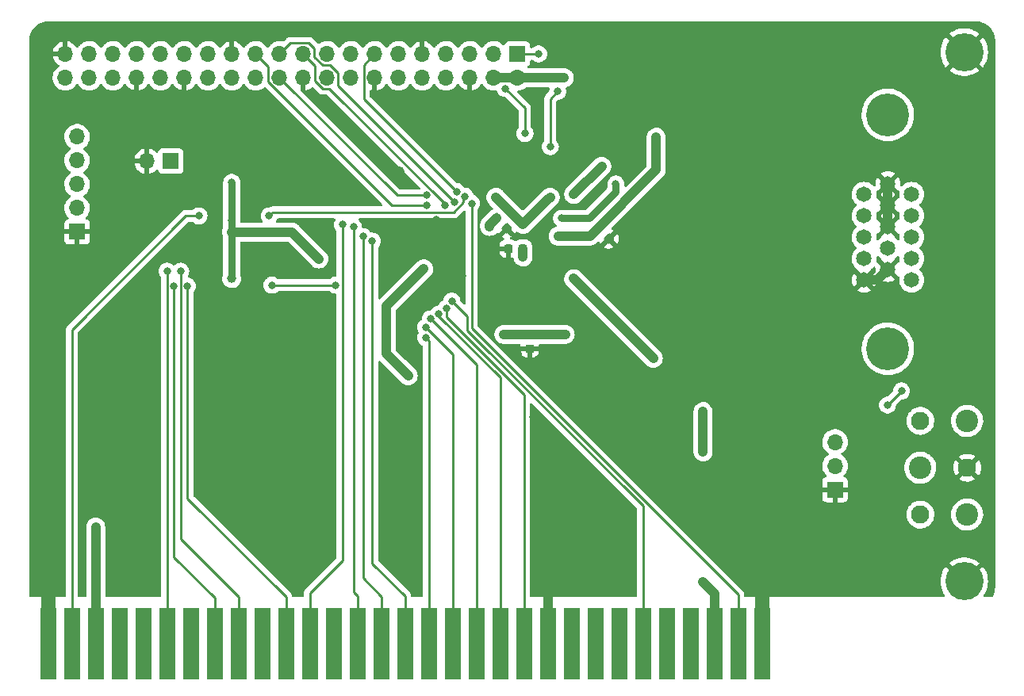
<source format=gbr>
%TF.GenerationSoftware,KiCad,Pcbnew,(6.0.5)*%
%TF.CreationDate,2023-02-09T13:46:48+02:00*%
%TF.ProjectId,minifp,6d696e69-6670-42e6-9b69-6361645f7063,rev?*%
%TF.SameCoordinates,Original*%
%TF.FileFunction,Copper,L2,Bot*%
%TF.FilePolarity,Positive*%
%FSLAX46Y46*%
G04 Gerber Fmt 4.6, Leading zero omitted, Abs format (unit mm)*
G04 Created by KiCad (PCBNEW (6.0.5)) date 2023-02-09 13:46:48*
%MOMM*%
%LPD*%
G01*
G04 APERTURE LIST*
G04 Aperture macros list*
%AMRoundRect*
0 Rectangle with rounded corners*
0 $1 Rounding radius*
0 $2 $3 $4 $5 $6 $7 $8 $9 X,Y pos of 4 corners*
0 Add a 4 corners polygon primitive as box body*
4,1,4,$2,$3,$4,$5,$6,$7,$8,$9,$2,$3,0*
0 Add four circle primitives for the rounded corners*
1,1,$1+$1,$2,$3*
1,1,$1+$1,$4,$5*
1,1,$1+$1,$6,$7*
1,1,$1+$1,$8,$9*
0 Add four rect primitives between the rounded corners*
20,1,$1+$1,$2,$3,$4,$5,0*
20,1,$1+$1,$4,$5,$6,$7,0*
20,1,$1+$1,$6,$7,$8,$9,0*
20,1,$1+$1,$8,$9,$2,$3,0*%
G04 Aperture macros list end*
%TA.AperFunction,ComponentPad*%
%ADD10C,1.650000*%
%TD*%
%TA.AperFunction,ComponentPad*%
%ADD11C,4.575000*%
%TD*%
%TA.AperFunction,ComponentPad*%
%ADD12C,1.950000*%
%TD*%
%TA.AperFunction,ComponentPad*%
%ADD13C,2.400000*%
%TD*%
%TA.AperFunction,ComponentPad*%
%ADD14R,1.700000X1.700000*%
%TD*%
%TA.AperFunction,ComponentPad*%
%ADD15O,1.700000X1.700000*%
%TD*%
%TA.AperFunction,ConnectorPad*%
%ADD16R,1.778000X7.620000*%
%TD*%
%TA.AperFunction,ComponentPad*%
%ADD17C,4.064000*%
%TD*%
%TA.AperFunction,SMDPad,CuDef*%
%ADD18RoundRect,0.225000X-0.250000X0.225000X-0.250000X-0.225000X0.250000X-0.225000X0.250000X0.225000X0*%
%TD*%
%TA.AperFunction,SMDPad,CuDef*%
%ADD19RoundRect,0.225000X-0.335876X-0.017678X-0.017678X-0.335876X0.335876X0.017678X0.017678X0.335876X0*%
%TD*%
%TA.AperFunction,SMDPad,CuDef*%
%ADD20RoundRect,0.225000X0.225000X0.250000X-0.225000X0.250000X-0.225000X-0.250000X0.225000X-0.250000X0*%
%TD*%
%TA.AperFunction,ViaPad*%
%ADD21C,1.000000*%
%TD*%
%TA.AperFunction,ViaPad*%
%ADD22C,0.800000*%
%TD*%
%TA.AperFunction,Conductor*%
%ADD23C,1.000000*%
%TD*%
%TA.AperFunction,Conductor*%
%ADD24C,0.800000*%
%TD*%
%TA.AperFunction,Conductor*%
%ADD25C,0.250000*%
%TD*%
%TA.AperFunction,Conductor*%
%ADD26C,1.500000*%
%TD*%
G04 APERTURE END LIST*
D10*
%TO.P,J401,1,1*%
%TO.N,VGA_R*%
X199000000Y-102000000D03*
%TO.P,J401,2,2*%
%TO.N,VGA_G*%
X199000000Y-104290000D03*
%TO.P,J401,3,3*%
%TO.N,VGA_B*%
X199000000Y-106580000D03*
%TO.P,J401,4,4*%
%TO.N,unconnected-(J401-Pad4)*%
X199000000Y-108870000D03*
%TO.P,J401,5,5*%
%TO.N,GND*%
X199000000Y-111160000D03*
%TO.P,J401,6,6*%
X201540000Y-100855000D03*
%TO.P,J401,7,7*%
X201540000Y-103145000D03*
%TO.P,J401,8,8*%
X201540000Y-105435000D03*
%TO.P,J401,9,9*%
%TO.N,unconnected-(J401-Pad9)*%
X201540000Y-107725000D03*
%TO.P,J401,10,10*%
%TO.N,GND*%
X201540000Y-110015000D03*
%TO.P,J401,11,11*%
%TO.N,unconnected-(J401-Pad11)*%
X204080000Y-102000000D03*
%TO.P,J401,12,12*%
%TO.N,unconnected-(J401-Pad12)*%
X204080000Y-104290000D03*
%TO.P,J401,13,13*%
%TO.N,VGA_HS*%
X204080000Y-106580000D03*
%TO.P,J401,14,14*%
%TO.N,VGA_VS*%
X204080000Y-108870000D03*
%TO.P,J401,15,15*%
%TO.N,unconnected-(J401-Pad15)*%
X204080000Y-111160000D03*
D11*
%TO.P,J401,MH1,MH1*%
%TO.N,unconnected-(J401-PadMH1)*%
X201540000Y-93512000D03*
%TO.P,J401,MH2,MH2*%
%TO.N,unconnected-(J401-PadMH2)*%
X201540000Y-118502000D03*
%TD*%
D12*
%TO.P,J123,1,1*%
%TO.N,GND*%
X210000000Y-131200000D03*
%TO.P,J123,2,2*%
%TO.N,AUD*%
X205000000Y-126200000D03*
%TO.P,J123,5,5*%
X205000000Y-136200000D03*
D13*
%TO.P,J123,MH1,MH1*%
%TO.N,unconnected-(J123-PadMH1)*%
X210000000Y-136200000D03*
%TO.P,J123,MH2,MH2*%
%TO.N,unconnected-(J123-PadMH2)*%
X210000000Y-126200000D03*
%TO.P,J123,MH3,MH3*%
%TO.N,unconnected-(J123-PadMH3)*%
X205000000Y-131200000D03*
%TD*%
D14*
%TO.P,J301,1,Pin_1*%
%TO.N,GND*%
X195900000Y-133525000D03*
D15*
%TO.P,J301,2,Pin_2*%
%TO.N,AUD*%
X195900000Y-130985000D03*
%TO.P,J301,3,Pin_3*%
%TO.N,VR3*%
X195900000Y-128445000D03*
%TD*%
D16*
%TO.P,J1,31,GND*%
%TO.N,GND*%
X111900000Y-150000000D03*
%TO.P,J1,30,OSC*%
%TO.N,OSC*%
X114440000Y-150000000D03*
%TO.P,J1,29,VCC*%
%TO.N,VCC*%
X116980000Y-150000000D03*
%TO.P,J1,28,ALE*%
%TO.N,unconnected-(J1-Pad28)*%
X119520000Y-150000000D03*
%TO.P,J1,27,TC*%
%TO.N,unconnected-(J1-Pad27)*%
X122060000Y-150000000D03*
%TO.P,J1,26,~{DACK2}*%
%TO.N,DACK2*%
X124600000Y-150000000D03*
%TO.P,J1,25,IRQ3*%
%TO.N,unconnected-(J1-Pad25)*%
X127140000Y-150000000D03*
%TO.P,J1,24,IRQ4*%
%TO.N,IRQ4*%
X129680000Y-150000000D03*
%TO.P,J1,23,IRQ5*%
%TO.N,IRQ5*%
X132220000Y-150000000D03*
%TO.P,J1,22,IRQ6*%
%TO.N,unconnected-(J1-Pad22)*%
X134760000Y-150000000D03*
%TO.P,J1,21,IRQ7*%
%TO.N,IRQ7*%
X137300000Y-150000000D03*
%TO.P,J1,20,CLK*%
%TO.N,CLK*%
X139840000Y-150000000D03*
%TO.P,J1,19,~{DACK0}*%
%TO.N,unconnected-(J1-Pad19)*%
X142380000Y-150000000D03*
%TO.P,J1,18,DRQ1*%
%TO.N,DRQ1*%
X144920000Y-150000000D03*
%TO.P,J1,17,~{DACK1}*%
%TO.N,DACK1*%
X147460000Y-150000000D03*
%TO.P,J1,16,DRQ3*%
%TO.N,DRQ3*%
X150000000Y-150000000D03*
%TO.P,J1,15,~{DACK3}*%
%TO.N,DACK3*%
X152540000Y-150000000D03*
%TO.P,J1,14,~{IOR}*%
%TO.N,IOR*%
X155080000Y-150000000D03*
%TO.P,J1,13,~{IOW}*%
%TO.N,IOW*%
X157620000Y-150000000D03*
%TO.P,J1,12,~{SMEMR}*%
%TO.N,MEMR*%
X160160000Y-150000000D03*
%TO.P,J1,11,~{SMEMW}*%
%TO.N,MEMW*%
X162700000Y-150000000D03*
%TO.P,J1,10,GND*%
%TO.N,GND*%
X165240000Y-150000000D03*
%TO.P,J1,9,+12V*%
%TO.N,unconnected-(J1-Pad9)*%
X167780000Y-150000000D03*
%TO.P,J1,8,UNUSED*%
%TO.N,unconnected-(J1-Pad8)*%
X170320000Y-150000000D03*
%TO.P,J1,7,-12V*%
%TO.N,unconnected-(J1-Pad7)*%
X172860000Y-150000000D03*
%TO.P,J1,6,DRQ2*%
%TO.N,DRQ2*%
X175400000Y-150000000D03*
%TO.P,J1,5,-5V*%
%TO.N,unconnected-(J1-Pad5)*%
X177940000Y-150000000D03*
%TO.P,J1,4,IRQ2*%
%TO.N,unconnected-(J1-Pad4)*%
X180480000Y-150000000D03*
%TO.P,J1,3,VCC*%
%TO.N,VCC*%
X183020000Y-150000000D03*
%TO.P,J1,2,RESET*%
%TO.N,RESET*%
X185560000Y-150000000D03*
D17*
%TO.P,J1,1,GND*%
%TO.N,GND*%
X209690000Y-143332500D03*
D16*
X188100000Y-150000000D03*
D17*
X209690000Y-86817500D03*
%TD*%
D14*
%TO.P,J701,1,Pin_1*%
%TO.N,Net-(J701-Pad1)*%
X125000000Y-98442800D03*
D15*
%TO.P,J701,2,Pin_2*%
%TO.N,GND*%
X122460000Y-98442800D03*
%TD*%
D14*
%TO.P,J702,1,Pin_1*%
%TO.N,GND*%
X115000000Y-106000000D03*
D15*
%TO.P,J702,2,Pin_2*%
%TO.N,GPIO19*%
X115000000Y-103460000D03*
%TO.P,J702,3,Pin_3*%
%TO.N,GPIO20*%
X115000000Y-100920000D03*
%TO.P,J702,4,Pin_4*%
%TO.N,GPIO21*%
X115000000Y-98380000D03*
%TO.P,J702,5,Pin_5*%
%TO.N,GPIO26*%
X115000000Y-95840000D03*
%TD*%
D14*
%TO.P,J4,1,3V3*%
%TO.N,VR3*%
X162000000Y-87000000D03*
D15*
%TO.P,J4,2,5V*%
%TO.N,VCC*%
X162000000Y-89540000D03*
%TO.P,J4,3,SDA/GPIO2*%
%TO.N,GPIO2*%
X159460000Y-87000000D03*
%TO.P,J4,4,5V*%
%TO.N,VCC*%
X159460000Y-89540000D03*
%TO.P,J4,5,SCL/GPIO3*%
%TO.N,GPIO3*%
X156920000Y-87000000D03*
%TO.P,J4,6,GND*%
%TO.N,GND*%
X156920000Y-89540000D03*
%TO.P,J4,7,GCLK0/GPIO4*%
%TO.N,GPIO4*%
X154380000Y-87000000D03*
%TO.P,J4,8,GPIO14/TXD*%
%TO.N,GPIO14*%
X154380000Y-89540000D03*
%TO.P,J4,9,GND*%
%TO.N,GND*%
X151840000Y-87000000D03*
%TO.P,J4,10,GPIO15/RXD*%
%TO.N,GPIO15*%
X151840000Y-89540000D03*
%TO.P,J4,11,GPIO17*%
%TO.N,GPIO17*%
X149300000Y-87000000D03*
%TO.P,J4,12,GPIO18/PWM0*%
%TO.N,GPIO18*%
X149300000Y-89540000D03*
%TO.P,J4,13,GPIO27*%
%TO.N,CRESET*%
X146760000Y-87000000D03*
%TO.P,J4,14,GND*%
%TO.N,GND*%
X146760000Y-89540000D03*
%TO.P,J4,15,GPIO22*%
%TO.N,GPIO22*%
X144220000Y-87000000D03*
%TO.P,J4,16,GPIO23*%
%TO.N,GPIO23*%
X144220000Y-89540000D03*
%TO.P,J4,17,3V3*%
%TO.N,unconnected-(J4-Pad17)*%
X141680000Y-87000000D03*
%TO.P,J4,18,GPIO24*%
%TO.N,GPIO24*%
X141680000Y-89540000D03*
%TO.P,J4,19,MOSI0/GPIO10*%
%TO.N,SDI*%
X139140000Y-87000000D03*
%TO.P,J4,20,GND*%
%TO.N,GND*%
X139140000Y-89540000D03*
%TO.P,J4,21,MISO0/GPIO9*%
%TO.N,SDO*%
X136600000Y-87000000D03*
%TO.P,J4,22,GPIO25*%
%TO.N,SS*%
X136600000Y-89540000D03*
%TO.P,J4,23,SCLK0/GPIO11*%
%TO.N,SCK*%
X134060000Y-87000000D03*
%TO.P,J4,24,~{CE0}/GPIO8*%
%TO.N,GPIO8*%
X134060000Y-89540000D03*
%TO.P,J4,25,GND*%
%TO.N,GND*%
X131520000Y-87000000D03*
%TO.P,J4,26,~{CE1}/GPIO7*%
%TO.N,GPIO7*%
X131520000Y-89540000D03*
%TO.P,J4,27,ID_SD/GPIO0*%
%TO.N,GPIO0*%
X128980000Y-87000000D03*
%TO.P,J4,28,ID_SC/GPIO1*%
%TO.N,GPIO1*%
X128980000Y-89540000D03*
%TO.P,J4,29,GCLK1/GPIO5*%
%TO.N,GPIO5*%
X126440000Y-87000000D03*
%TO.P,J4,30,GND*%
%TO.N,GND*%
X126440000Y-89540000D03*
%TO.P,J4,31,GCLK2/GPIO6*%
%TO.N,GPIO6*%
X123900000Y-87000000D03*
%TO.P,J4,32,PWM0/GPIO12*%
%TO.N,GPIO12*%
X123900000Y-89540000D03*
%TO.P,J4,33,PWM1/GPIO13*%
%TO.N,GPIO13*%
X121360000Y-87000000D03*
%TO.P,J4,34,GND*%
%TO.N,GND*%
X121360000Y-89540000D03*
%TO.P,J4,35,GPIO19/MISO1*%
%TO.N,GPIO19*%
X118820000Y-87000000D03*
%TO.P,J4,36,GPIO16*%
%TO.N,GPIO16*%
X118820000Y-89540000D03*
%TO.P,J4,37,GPIO26*%
%TO.N,GPIO26*%
X116280000Y-87000000D03*
%TO.P,J4,38,GPIO20/MOSI1*%
%TO.N,GPIO20*%
X116280000Y-89540000D03*
%TO.P,J4,39,GND*%
%TO.N,GND*%
X113740000Y-87000000D03*
%TO.P,J4,40,GPIO21/SCLK1*%
%TO.N,GPIO21*%
X113740000Y-89540000D03*
%TD*%
D18*
%TO.P,C901,2*%
%TO.N,GND*%
X163300000Y-118475000D03*
%TO.P,C901,1*%
%TO.N,3V3*%
X163300000Y-116925000D03*
%TD*%
D19*
%TO.P,C904,1*%
%TO.N,1V2*%
X170651992Y-105651992D03*
%TO.P,C904,2*%
%TO.N,GND*%
X171748008Y-106748008D03*
%TD*%
%TO.P,C903,1*%
%TO.N,1V2*%
X159751992Y-104551992D03*
%TO.P,C903,2*%
%TO.N,GND*%
X160848008Y-105648008D03*
%TD*%
D20*
%TO.P,C902,1*%
%TO.N,3V3*%
X162575000Y-107800000D03*
%TO.P,C902,2*%
%TO.N,GND*%
X161025000Y-107800000D03*
%TD*%
D21*
%TO.N,GND*%
X190000000Y-122500000D03*
X122500000Y-122500000D03*
X122500000Y-102500000D03*
X172500000Y-94250000D03*
X163000000Y-113000000D03*
X192500000Y-87500000D03*
X122500000Y-117500000D03*
X163750000Y-125750000D03*
X192500000Y-125000000D03*
X174000000Y-91000000D03*
X117500000Y-117500000D03*
X182500000Y-87500000D03*
X210000000Y-112500000D03*
X210000000Y-97500000D03*
X112500000Y-127500000D03*
X135500000Y-119000000D03*
X161000000Y-111000000D03*
D22*
X166000000Y-109000000D03*
D21*
X161000000Y-113000000D03*
D22*
X169500000Y-119000000D03*
D21*
X117500000Y-122500000D03*
D22*
X164500000Y-107500000D03*
D21*
X190000000Y-130000000D03*
X185000000Y-125000000D03*
X112500000Y-97500000D03*
X182500000Y-97500000D03*
X192500000Y-122500000D03*
D22*
X173800000Y-98700000D03*
D21*
X159000000Y-113000000D03*
X135000000Y-135000000D03*
D22*
X128500000Y-109250000D03*
X153300000Y-104700000D03*
D21*
X192500000Y-97500000D03*
X142000000Y-116000000D03*
X162000000Y-119000000D03*
D22*
X128500000Y-106000000D03*
D21*
X197500000Y-97500000D03*
X174000000Y-123000000D03*
X117500000Y-132500000D03*
X172500000Y-92500000D03*
X176000000Y-125000000D03*
X112500000Y-102500000D03*
X178000000Y-112000000D03*
X112500000Y-107500000D03*
X142000000Y-129000000D03*
X210000000Y-117500000D03*
X112500000Y-112500000D03*
X161000000Y-115000000D03*
X187500000Y-87500000D03*
X112500000Y-132500000D03*
X170250000Y-88500000D03*
X148000000Y-125000000D03*
X159000000Y-111000000D03*
X122500000Y-92500000D03*
D22*
X135500000Y-109250000D03*
D21*
X129200000Y-116100000D03*
D22*
X169750000Y-109000000D03*
D21*
X178000000Y-127000000D03*
X158200000Y-101700000D03*
X187500000Y-127500000D03*
X132500000Y-137500000D03*
X160700000Y-96050000D03*
X122500000Y-127500000D03*
X148000000Y-129000000D03*
X143000000Y-99500000D03*
X195000000Y-140000000D03*
X163000000Y-115000000D03*
X165000000Y-115000000D03*
X135500000Y-107600000D03*
X197500000Y-87500000D03*
X200000000Y-135000000D03*
X192500000Y-92500000D03*
X140000000Y-135000000D03*
X135500000Y-116000000D03*
X117500000Y-102500000D03*
D22*
X148300000Y-108100000D03*
D21*
X125000000Y-95000000D03*
X175000000Y-112000000D03*
X135000000Y-140000000D03*
X135500000Y-117500000D03*
X190000000Y-135000000D03*
X112500000Y-122500000D03*
X210000000Y-102500000D03*
X187500000Y-97500000D03*
X182500000Y-122500000D03*
X117500000Y-127500000D03*
X210000000Y-107500000D03*
X149400000Y-99500000D03*
X168750000Y-130750000D03*
X159000000Y-115000000D03*
D22*
X169000000Y-115500000D03*
D21*
X172000000Y-121000000D03*
D22*
X168000000Y-119000000D03*
D21*
X168750000Y-126000000D03*
X210000000Y-92500000D03*
X156000000Y-110700000D03*
X112500000Y-117500000D03*
X117500000Y-107500000D03*
X173500000Y-112950000D03*
X190000000Y-120000000D03*
X122500000Y-112500000D03*
X137500000Y-137500000D03*
X142000000Y-125000000D03*
X137500000Y-132500000D03*
X187500000Y-92500000D03*
X200000000Y-140000000D03*
X178400000Y-117600000D03*
X170250000Y-90250000D03*
X187500000Y-120000000D03*
X122500000Y-95000000D03*
X190000000Y-140000000D03*
X137000000Y-117500000D03*
D22*
%TO.N,RESET*%
X157100000Y-102975489D03*
D21*
%TO.N,VCC*%
X171000000Y-99000000D03*
X181800000Y-125200000D03*
X168000000Y-111000000D03*
X116980000Y-137520000D03*
X181800000Y-129500000D03*
X181800000Y-143400000D03*
X167000000Y-89540000D03*
X176500000Y-119500000D03*
X168000000Y-102000000D03*
D22*
%TO.N,DRQ2*%
X155000000Y-113400000D03*
%TO.N,MEMW*%
X154400000Y-114200000D03*
%TO.N,MEMR*%
X153600000Y-114800000D03*
%TO.N,IOW*%
X152700000Y-115300000D03*
%TO.N,IOR*%
X152200000Y-116200000D03*
%TO.N,DACK3*%
X152200000Y-117300000D03*
%TO.N,DRQ3*%
X146500000Y-107000000D03*
%TO.N,DACK1*%
X145500000Y-106500000D03*
%TO.N,DRQ1*%
X144500000Y-105500000D03*
%TO.N,CLK*%
X143324511Y-105224511D03*
%TO.N,IRQ7*%
X126773533Y-111800000D03*
%TO.N,IRQ5*%
X126049022Y-110200000D03*
%TO.N,IRQ4*%
X125324511Y-111800000D03*
%TO.N,DACK2*%
X124600000Y-110200000D03*
%TO.N,OSC*%
X128000000Y-104300000D03*
X156400000Y-102200000D03*
X135500000Y-104300000D03*
%TO.N,VR3*%
X164250000Y-87000000D03*
X203000000Y-123000000D03*
X201500000Y-124500000D03*
%TO.N,CRESET*%
X155500000Y-101700000D03*
%TO.N,SDO*%
X155250000Y-102800000D03*
%TO.N,SDI*%
X154250000Y-103200000D03*
%TO.N,SCK*%
X152300000Y-103200000D03*
%TO.N,SS*%
X152300000Y-102100000D03*
%TO.N,CLK100*%
X135800000Y-111700000D03*
X142600000Y-111700000D03*
%TO.N,GPIO13*%
X162800000Y-95500000D03*
X160700000Y-90700000D03*
%TO.N,GPIO16*%
X165500000Y-96900000D03*
X166300000Y-91000000D03*
D21*
%TO.N,3V3*%
X160550000Y-116950000D03*
X159700000Y-102300000D03*
X131500000Y-111000000D03*
X150337500Y-121362500D03*
D22*
X131500000Y-104750000D03*
X169650000Y-104550000D03*
X162600000Y-108700000D03*
D21*
X167100000Y-116950000D03*
X152000000Y-109950000D03*
D22*
X131500000Y-100712011D03*
X140800000Y-108900000D03*
X172500000Y-100900000D03*
D21*
X148000000Y-114500000D03*
D22*
X166700000Y-104550000D03*
D21*
X162600000Y-105200000D03*
X165500000Y-102300000D03*
%TO.N,1V2*%
X166350000Y-106450000D03*
D22*
X159025000Y-105425000D03*
D21*
X169750000Y-106450000D03*
X176800000Y-95900000D03*
%TD*%
D23*
%TO.N,3V3*%
X140800000Y-108900000D02*
X137925000Y-106025000D01*
X137925000Y-106025000D02*
X131500000Y-106025000D01*
D24*
X131500000Y-104750000D02*
X131500000Y-106025000D01*
X131500000Y-106025000D02*
X131500000Y-111000000D01*
D25*
%TO.N,SDO*%
X142854511Y-90404511D02*
X142854511Y-89053501D01*
X155250000Y-102800000D02*
X142854511Y-90404511D01*
D26*
%TO.N,GND*%
X188100000Y-150000000D02*
X188100000Y-144100000D01*
D23*
X165240000Y-134260000D02*
X168750000Y-130750000D01*
X200395000Y-111160000D02*
X201540000Y-110015000D01*
X165240000Y-150000000D02*
X165240000Y-134260000D01*
X201540000Y-103145000D02*
X201540000Y-100855000D01*
X199000000Y-111160000D02*
X200395000Y-111160000D01*
D26*
X111900000Y-150000000D02*
X111900000Y-143900000D01*
D23*
X201540000Y-105435000D02*
X201540000Y-103145000D01*
D25*
%TO.N,RESET*%
X157100000Y-116300000D02*
X157100000Y-102975489D01*
X185560000Y-150000000D02*
X185560000Y-144760000D01*
X185560000Y-144760000D02*
X157100000Y-116300000D01*
D23*
%TO.N,VCC*%
X162000000Y-89540000D02*
X159460000Y-89540000D01*
X176500000Y-119500000D02*
X169750000Y-112750000D01*
X183020000Y-144620000D02*
X181800000Y-143400000D01*
X168000000Y-102000000D02*
X171000000Y-99000000D01*
X116980000Y-150000000D02*
X116980000Y-137520000D01*
X181800000Y-129500000D02*
X181800000Y-125200000D01*
X162000000Y-89540000D02*
X167000000Y-89540000D01*
X169750000Y-112750000D02*
X168000000Y-111000000D01*
X183020000Y-150000000D02*
X183020000Y-144620000D01*
D25*
%TO.N,DRQ2*%
X156650480Y-115050480D02*
X156650480Y-116550480D01*
X155000000Y-113400000D02*
X156650480Y-115050480D01*
X175400000Y-135300000D02*
X175400000Y-150000000D01*
X156650480Y-116550480D02*
X175400000Y-135300000D01*
%TO.N,MEMW*%
X162700000Y-123400000D02*
X154400000Y-115100000D01*
X154400000Y-115100000D02*
X154400000Y-114200000D01*
X162700000Y-150000000D02*
X162700000Y-123400000D01*
%TO.N,MEMR*%
X153600000Y-115000000D02*
X153600000Y-114800000D01*
X160160000Y-121560000D02*
X153600000Y-115000000D01*
X160160000Y-150000000D02*
X160160000Y-121560000D01*
%TO.N,IOW*%
X157620000Y-120220000D02*
X152700000Y-115300000D01*
X157620000Y-150000000D02*
X157620000Y-120220000D01*
%TO.N,IOR*%
X155080000Y-150000000D02*
X155080000Y-119080000D01*
X155080000Y-119080000D02*
X152200000Y-116200000D01*
%TO.N,DACK3*%
X152540000Y-150000000D02*
X152540000Y-117640000D01*
X152540000Y-117640000D02*
X152200000Y-117300000D01*
%TO.N,DRQ3*%
X150000000Y-144900000D02*
X146500000Y-141400000D01*
X150000000Y-150000000D02*
X150000000Y-144900000D01*
X146500000Y-141400000D02*
X146500000Y-107000000D01*
%TO.N,DACK1*%
X147460000Y-150000000D02*
X147460000Y-144960000D01*
X147460000Y-144960000D02*
X145500000Y-143000000D01*
X145500000Y-143000000D02*
X145500000Y-106500000D01*
%TO.N,DRQ1*%
X144920000Y-150000000D02*
X144920000Y-144920000D01*
X144500000Y-144500000D02*
X144500000Y-105500000D01*
X144920000Y-144920000D02*
X144500000Y-144500000D01*
%TO.N,CLK*%
X139840000Y-150000000D02*
X139840000Y-144560000D01*
X143324511Y-141075489D02*
X143324511Y-105224511D01*
X139840000Y-144560000D02*
X143324511Y-141075489D01*
%TO.N,IRQ7*%
X137300000Y-145000000D02*
X126773533Y-134473533D01*
X126773533Y-134473533D02*
X126773533Y-111800000D01*
X137300000Y-150000000D02*
X137300000Y-145000000D01*
%TO.N,IRQ5*%
X126049022Y-138849022D02*
X126049022Y-110200000D01*
X132220000Y-150000000D02*
X132220000Y-145020000D01*
X132220000Y-145020000D02*
X126049022Y-138849022D01*
%TO.N,IRQ4*%
X129680000Y-150000000D02*
X129680000Y-145080000D01*
X125324511Y-140724511D02*
X125324511Y-111800000D01*
X129680000Y-145080000D02*
X125324511Y-140724511D01*
%TO.N,DACK2*%
X124600000Y-150000000D02*
X124600000Y-110200000D01*
%TO.N,OSC*%
X114440000Y-116460000D02*
X126600000Y-104300000D01*
X114440000Y-116460000D02*
X114440000Y-150000000D01*
X156400000Y-102200000D02*
X156250000Y-102350000D01*
X156250000Y-102874614D02*
X155200103Y-103924511D01*
X155200103Y-103924511D02*
X135875489Y-103924511D01*
X126600000Y-104300000D02*
X128000000Y-104300000D01*
X135875489Y-103924511D02*
X135500000Y-104300000D01*
X156250000Y-102350000D02*
X156250000Y-102874614D01*
%TO.N,VR3*%
X162000000Y-87000000D02*
X164250000Y-87000000D01*
X203000000Y-123000000D02*
X201500000Y-124500000D01*
%TO.N,CRESET*%
X145585489Y-91785489D02*
X145585489Y-88174511D01*
X155500000Y-101700000D02*
X145585489Y-91785489D01*
X145585489Y-88174511D02*
X146760000Y-87000000D01*
%TO.N,SDO*%
X140314511Y-86414511D02*
X139725489Y-85825489D01*
X142854511Y-89053501D02*
X142001010Y-88200000D01*
X139725489Y-85825489D02*
X137774511Y-85825489D01*
X141200000Y-88200000D02*
X140314511Y-87314511D01*
X137774511Y-85825489D02*
X136600000Y-87000000D01*
X142001010Y-88200000D02*
X141200000Y-88200000D01*
X140314511Y-87314511D02*
X140314511Y-86414511D01*
%TO.N,SDI*%
X140400000Y-88260000D02*
X139140000Y-87000000D01*
X141193501Y-90714511D02*
X140400000Y-89921010D01*
X154250000Y-103200000D02*
X154250000Y-103025386D01*
X154250000Y-103025386D02*
X141939125Y-90714511D01*
X140400000Y-89921010D02*
X140400000Y-88260000D01*
X141939125Y-90714511D02*
X141193501Y-90714511D01*
%TO.N,SCK*%
X148598990Y-103200000D02*
X135400000Y-90001010D01*
X135400000Y-90001010D02*
X135400000Y-88340000D01*
X152300000Y-103200000D02*
X148598990Y-103200000D01*
X135400000Y-88340000D02*
X134060000Y-87000000D01*
%TO.N,SS*%
X149160000Y-102100000D02*
X136600000Y-89540000D01*
X152300000Y-102100000D02*
X149160000Y-102100000D01*
%TO.N,CLK100*%
X142600000Y-111700000D02*
X135800000Y-111700000D01*
%TO.N,GPIO13*%
X162800000Y-92800000D02*
X160700000Y-90700000D01*
X162800000Y-95500000D02*
X162800000Y-92900000D01*
X162800000Y-92900000D02*
X162800000Y-92800000D01*
%TO.N,GPIO16*%
X165500000Y-91800000D02*
X166300000Y-91000000D01*
X165500000Y-96900000D02*
X165500000Y-91800000D01*
D24*
%TO.N,3V3*%
X169650000Y-104550000D02*
X166700000Y-104550000D01*
X172500000Y-100900000D02*
X172500000Y-101700000D01*
D23*
X162600000Y-107825000D02*
X162575000Y-107800000D01*
X150337500Y-121362500D02*
X148000000Y-119025000D01*
X162600000Y-105200000D02*
X159700000Y-102300000D01*
X148000000Y-113950000D02*
X152000000Y-109950000D01*
D24*
X131500000Y-100712011D02*
X131500000Y-104750000D01*
D23*
X148000000Y-114500000D02*
X148000000Y-113950000D01*
X162600000Y-105200000D02*
X165200000Y-102600000D01*
X165200000Y-102600000D02*
X165500000Y-102300000D01*
X162600000Y-108700000D02*
X162600000Y-107825000D01*
D24*
X172500000Y-101700000D02*
X169650000Y-104550000D01*
D23*
X167100000Y-116950000D02*
X160550000Y-116950000D01*
X148000000Y-119025000D02*
X148000000Y-114500000D01*
%TO.N,1V2*%
X169750000Y-106450000D02*
X166350000Y-106450000D01*
X176800000Y-95900000D02*
X176800000Y-99400000D01*
X176800000Y-99400000D02*
X169750000Y-106450000D01*
X159025000Y-105425000D02*
X159025000Y-105278984D01*
X159025000Y-105278984D02*
X159751992Y-104551992D01*
%TD*%
%TA.AperFunction,Conductor*%
%TO.N,GND*%
G36*
X210930018Y-83517500D02*
G01*
X210944851Y-83519810D01*
X210944855Y-83519810D01*
X210953724Y-83521191D01*
X210962626Y-83520027D01*
X210962629Y-83520027D01*
X210970012Y-83519061D01*
X210994591Y-83518267D01*
X211021442Y-83520027D01*
X211216922Y-83532840D01*
X211233262Y-83534991D01*
X211355478Y-83559301D01*
X211477696Y-83583612D01*
X211493606Y-83587875D01*
X211729600Y-83667984D01*
X211744826Y-83674291D01*
X211968342Y-83784516D01*
X211982616Y-83792757D01*
X212189829Y-83931213D01*
X212202905Y-83941246D01*
X212390278Y-84105568D01*
X212401932Y-84117222D01*
X212566254Y-84304595D01*
X212576287Y-84317671D01*
X212714743Y-84524884D01*
X212722984Y-84539158D01*
X212833209Y-84762674D01*
X212839515Y-84777898D01*
X212919625Y-85013894D01*
X212923889Y-85029807D01*
X212972509Y-85274238D01*
X212974660Y-85290578D01*
X212988763Y-85505736D01*
X212987733Y-85528850D01*
X212987690Y-85532354D01*
X212986309Y-85541224D01*
X212987473Y-85550126D01*
X212987473Y-85550128D01*
X212990436Y-85572783D01*
X212991500Y-85589121D01*
X212991500Y-143918133D01*
X212990000Y-143937518D01*
X212987690Y-143952351D01*
X212987690Y-143952355D01*
X212986309Y-143961224D01*
X212987473Y-143970126D01*
X212987473Y-143970129D01*
X212988439Y-143977512D01*
X212989233Y-144002091D01*
X212974660Y-144224422D01*
X212972509Y-144240762D01*
X212961780Y-144294702D01*
X212925066Y-144479278D01*
X212923889Y-144485193D01*
X212919625Y-144501106D01*
X212845404Y-144719754D01*
X212839516Y-144737100D01*
X212833209Y-144752326D01*
X212768949Y-144882633D01*
X212750468Y-144920111D01*
X212745725Y-144929728D01*
X212697657Y-144981977D01*
X212632719Y-145000000D01*
X211869275Y-145000000D01*
X211801154Y-144979998D01*
X211754661Y-144926342D01*
X211744557Y-144856068D01*
X211762890Y-144806486D01*
X211918096Y-144561921D01*
X211921908Y-144554988D01*
X212054613Y-144272975D01*
X212057528Y-144265612D01*
X212153838Y-143969197D01*
X212155809Y-143961520D01*
X212214210Y-143655374D01*
X212215203Y-143647513D01*
X212234773Y-143336458D01*
X212234773Y-143328542D01*
X212215203Y-143017487D01*
X212214210Y-143009626D01*
X212155809Y-142703480D01*
X212153838Y-142695803D01*
X212057528Y-142399388D01*
X212054613Y-142392025D01*
X211921908Y-142110012D01*
X211918096Y-142103079D01*
X211751092Y-141839924D01*
X211746438Y-141833518D01*
X211668233Y-141738985D01*
X211655714Y-141730529D01*
X211644976Y-141736735D01*
X209779095Y-143602615D01*
X209716783Y-143636641D01*
X209645967Y-143631576D01*
X209600905Y-143602615D01*
X207736127Y-141737838D01*
X207722865Y-141730596D01*
X207712761Y-141737784D01*
X207633562Y-141833518D01*
X207628908Y-141839924D01*
X207461904Y-142103079D01*
X207458092Y-142110012D01*
X207325387Y-142392025D01*
X207322472Y-142399388D01*
X207226162Y-142695803D01*
X207224191Y-142703480D01*
X207165790Y-143009626D01*
X207164797Y-143017487D01*
X207145227Y-143328542D01*
X207145227Y-143336458D01*
X207164797Y-143647513D01*
X207165790Y-143655374D01*
X207224191Y-143961520D01*
X207226162Y-143969197D01*
X207322472Y-144265612D01*
X207325387Y-144272975D01*
X207458092Y-144554988D01*
X207461904Y-144561921D01*
X207617110Y-144806486D01*
X207636723Y-144874720D01*
X207616332Y-144942725D01*
X207562412Y-144988911D01*
X207510725Y-145000000D01*
X186319500Y-145000000D01*
X186251379Y-144979998D01*
X186204886Y-144926342D01*
X186193500Y-144874000D01*
X186193500Y-144838767D01*
X186194027Y-144827584D01*
X186195702Y-144820091D01*
X186195356Y-144809068D01*
X186193562Y-144752014D01*
X186193500Y-144748055D01*
X186193500Y-144720144D01*
X186192995Y-144716144D01*
X186192062Y-144704301D01*
X186191688Y-144692383D01*
X186190673Y-144660111D01*
X186185021Y-144640657D01*
X186181013Y-144621300D01*
X186179468Y-144609070D01*
X186179468Y-144609069D01*
X186178474Y-144601203D01*
X186174982Y-144592383D01*
X186162196Y-144560088D01*
X186158351Y-144548858D01*
X186148229Y-144514017D01*
X186148229Y-144514016D01*
X186146018Y-144506407D01*
X186141985Y-144499588D01*
X186141983Y-144499583D01*
X186135707Y-144488972D01*
X186127012Y-144471224D01*
X186119552Y-144452383D01*
X186108481Y-144437144D01*
X186093564Y-144416613D01*
X186087048Y-144406693D01*
X186068580Y-144375465D01*
X186068578Y-144375462D01*
X186064542Y-144368638D01*
X186050221Y-144354317D01*
X186037380Y-144339283D01*
X186030131Y-144329306D01*
X186025472Y-144322893D01*
X185991395Y-144294702D01*
X185982616Y-144286712D01*
X183059081Y-141363177D01*
X208085845Y-141363177D01*
X208092749Y-141376038D01*
X209677190Y-142960480D01*
X209691131Y-142968092D01*
X209692966Y-142967961D01*
X209699580Y-142963710D01*
X211287575Y-141375714D01*
X211294188Y-141363604D01*
X211285359Y-141351984D01*
X211056899Y-141185998D01*
X211050218Y-141181758D01*
X210777080Y-141031598D01*
X210769945Y-141028241D01*
X210480138Y-140913498D01*
X210472613Y-140911053D01*
X210170729Y-140833543D01*
X210162958Y-140832060D01*
X209853734Y-140792997D01*
X209845844Y-140792500D01*
X209534156Y-140792500D01*
X209526266Y-140792997D01*
X209217042Y-140832060D01*
X209209271Y-140833543D01*
X208907387Y-140911053D01*
X208899862Y-140913498D01*
X208610055Y-141028241D01*
X208602920Y-141031598D01*
X208329782Y-141181758D01*
X208323101Y-141185998D01*
X208094268Y-141352254D01*
X208085845Y-141363177D01*
X183059081Y-141363177D01*
X177859536Y-136163631D01*
X203511860Y-136163631D01*
X203512157Y-136168783D01*
X203512157Y-136168787D01*
X203518945Y-136286510D01*
X203525903Y-136407171D01*
X203527040Y-136412217D01*
X203527041Y-136412223D01*
X203550107Y-136514575D01*
X203579533Y-136645147D01*
X203581475Y-136649929D01*
X203581476Y-136649933D01*
X203634888Y-136781470D01*
X203671311Y-136871169D01*
X203798772Y-137079166D01*
X203958492Y-137263553D01*
X204146183Y-137419377D01*
X204356804Y-137542453D01*
X204361629Y-137544295D01*
X204361630Y-137544296D01*
X204423880Y-137568067D01*
X204584698Y-137629478D01*
X204589764Y-137630509D01*
X204589765Y-137630509D01*
X204818667Y-137677080D01*
X204818671Y-137677080D01*
X204823746Y-137678113D01*
X204828922Y-137678303D01*
X204828924Y-137678303D01*
X205062363Y-137686863D01*
X205062367Y-137686863D01*
X205067527Y-137687052D01*
X205072647Y-137686396D01*
X205072649Y-137686396D01*
X205149377Y-137676567D01*
X205309494Y-137656055D01*
X205314443Y-137654570D01*
X205314449Y-137654569D01*
X205514337Y-137594599D01*
X205543150Y-137585955D01*
X205762219Y-137478634D01*
X205766424Y-137475634D01*
X205766430Y-137475631D01*
X205956614Y-137339974D01*
X205956616Y-137339972D01*
X205960818Y-137336975D01*
X206133614Y-137164781D01*
X206275966Y-136966677D01*
X206279660Y-136959204D01*
X206381756Y-136752626D01*
X206381757Y-136752624D01*
X206384050Y-136747984D01*
X206432435Y-136588732D01*
X206453462Y-136519527D01*
X206453463Y-136519521D01*
X206454966Y-136514575D01*
X206480716Y-136318981D01*
X206486370Y-136276038D01*
X206486370Y-136276034D01*
X206486807Y-136272717D01*
X206488584Y-136200000D01*
X206484897Y-136155151D01*
X208287296Y-136155151D01*
X208299480Y-136408798D01*
X208318943Y-136506645D01*
X208347445Y-136649933D01*
X208349021Y-136657857D01*
X208350600Y-136662255D01*
X208350602Y-136662262D01*
X208398608Y-136795968D01*
X208434831Y-136896858D01*
X208555025Y-137120551D01*
X208557820Y-137124294D01*
X208557822Y-137124297D01*
X208704171Y-137320282D01*
X208704176Y-137320288D01*
X208706963Y-137324020D01*
X208710272Y-137327300D01*
X208710277Y-137327306D01*
X208808859Y-137425031D01*
X208887307Y-137502797D01*
X208891069Y-137505555D01*
X208891072Y-137505558D01*
X209004255Y-137588547D01*
X209092094Y-137652953D01*
X209096229Y-137655129D01*
X209096233Y-137655131D01*
X209156546Y-137686863D01*
X209316827Y-137771191D01*
X209556568Y-137854912D01*
X209806050Y-137902278D01*
X209926532Y-137907011D01*
X210055125Y-137912064D01*
X210055130Y-137912064D01*
X210059793Y-137912247D01*
X210158774Y-137901407D01*
X210307569Y-137885112D01*
X210307575Y-137885111D01*
X210312222Y-137884602D01*
X210421680Y-137855784D01*
X210553273Y-137821138D01*
X210557793Y-137819948D01*
X210676353Y-137769011D01*
X210786807Y-137721557D01*
X210786810Y-137721555D01*
X210791110Y-137719708D01*
X210795090Y-137717245D01*
X210795094Y-137717243D01*
X211003064Y-137588547D01*
X211003066Y-137588545D01*
X211007047Y-137586082D01*
X211058584Y-137542453D01*
X211197289Y-137425031D01*
X211197291Y-137425029D01*
X211200862Y-137422006D01*
X211368295Y-137231084D01*
X211410943Y-137164781D01*
X211503141Y-137021442D01*
X211505669Y-137017512D01*
X211609967Y-136785980D01*
X211678896Y-136541575D01*
X211695788Y-136408798D01*
X211710545Y-136292798D01*
X211710545Y-136292792D01*
X211710943Y-136289667D01*
X211713291Y-136200000D01*
X211713042Y-136196646D01*
X211694818Y-135951411D01*
X211694817Y-135951407D01*
X211694472Y-135946759D01*
X211688659Y-135921067D01*
X211639459Y-135703639D01*
X211638428Y-135699082D01*
X211620138Y-135652050D01*
X211548084Y-135466762D01*
X211548083Y-135466760D01*
X211546391Y-135462409D01*
X211525866Y-135426498D01*
X211422702Y-135245997D01*
X211422700Y-135245995D01*
X211420383Y-135241940D01*
X211263171Y-135042517D01*
X211093598Y-134882999D01*
X211081610Y-134871722D01*
X211081608Y-134871720D01*
X211078209Y-134868523D01*
X210912473Y-134753548D01*
X210873393Y-134726437D01*
X210873390Y-134726435D01*
X210869561Y-134723779D01*
X210865384Y-134721719D01*
X210865377Y-134721715D01*
X210645996Y-134613528D01*
X210645992Y-134613527D01*
X210641810Y-134611464D01*
X210399960Y-134534047D01*
X210395355Y-134533297D01*
X210153935Y-134493980D01*
X210153934Y-134493980D01*
X210149323Y-134493229D01*
X210022365Y-134491567D01*
X209900083Y-134489966D01*
X209900080Y-134489966D01*
X209895406Y-134489905D01*
X209643787Y-134524149D01*
X209399993Y-134595208D01*
X209169380Y-134701522D01*
X209144213Y-134718022D01*
X208960928Y-134838189D01*
X208960923Y-134838193D01*
X208957015Y-134840755D01*
X208767562Y-135009848D01*
X208605183Y-135205087D01*
X208473447Y-135422182D01*
X208471638Y-135426496D01*
X208471637Y-135426498D01*
X208430123Y-135525499D01*
X208375246Y-135656365D01*
X208374095Y-135660897D01*
X208374094Y-135660900D01*
X208357741Y-135725292D01*
X208312738Y-135902490D01*
X208287296Y-136155151D01*
X206484897Y-136155151D01*
X206468596Y-135956876D01*
X206409167Y-135720280D01*
X206311894Y-135496568D01*
X206179390Y-135291748D01*
X206104172Y-135209084D01*
X206018690Y-135115141D01*
X206018688Y-135115140D01*
X206015212Y-135111319D01*
X206011161Y-135108120D01*
X206011157Y-135108116D01*
X205827825Y-134963329D01*
X205827821Y-134963327D01*
X205823770Y-134960127D01*
X205610205Y-134842233D01*
X205605336Y-134840509D01*
X205605332Y-134840507D01*
X205385127Y-134762528D01*
X205385123Y-134762527D01*
X205380252Y-134760802D01*
X205375159Y-134759895D01*
X205375156Y-134759894D01*
X205145177Y-134718928D01*
X205145171Y-134718927D01*
X205140088Y-134718022D01*
X205060380Y-134717048D01*
X204901332Y-134715105D01*
X204901330Y-134715105D01*
X204896162Y-134715042D01*
X204655024Y-134751941D01*
X204423150Y-134827729D01*
X204206769Y-134940370D01*
X204202636Y-134943473D01*
X204202633Y-134943475D01*
X204074984Y-135039317D01*
X204011690Y-135086840D01*
X204008118Y-135090578D01*
X203866979Y-135238272D01*
X203843153Y-135263204D01*
X203840239Y-135267476D01*
X203840238Y-135267477D01*
X203820719Y-135296091D01*
X203705684Y-135464726D01*
X203688705Y-135501305D01*
X203614623Y-135660900D01*
X203602974Y-135685995D01*
X203537783Y-135921067D01*
X203511860Y-136163631D01*
X177859536Y-136163631D01*
X176115574Y-134419669D01*
X194542001Y-134419669D01*
X194542371Y-134426490D01*
X194547895Y-134477352D01*
X194551521Y-134492604D01*
X194596676Y-134613054D01*
X194605214Y-134628649D01*
X194681715Y-134730724D01*
X194694276Y-134743285D01*
X194796351Y-134819786D01*
X194811946Y-134828324D01*
X194932394Y-134873478D01*
X194947649Y-134877105D01*
X194998514Y-134882631D01*
X195005328Y-134883000D01*
X195627885Y-134883000D01*
X195643124Y-134878525D01*
X195644329Y-134877135D01*
X195646000Y-134869452D01*
X195646000Y-134864884D01*
X196154000Y-134864884D01*
X196158475Y-134880123D01*
X196159865Y-134881328D01*
X196167548Y-134882999D01*
X196794669Y-134882999D01*
X196801490Y-134882629D01*
X196852352Y-134877105D01*
X196867604Y-134873479D01*
X196988054Y-134828324D01*
X197003649Y-134819786D01*
X197105724Y-134743285D01*
X197118285Y-134730724D01*
X197194786Y-134628649D01*
X197203324Y-134613054D01*
X197248478Y-134492606D01*
X197252105Y-134477351D01*
X197257631Y-134426486D01*
X197258000Y-134419672D01*
X197258000Y-133797115D01*
X197253525Y-133781876D01*
X197252135Y-133780671D01*
X197244452Y-133779000D01*
X196172115Y-133779000D01*
X196156876Y-133783475D01*
X196155671Y-133784865D01*
X196154000Y-133792548D01*
X196154000Y-134864884D01*
X195646000Y-134864884D01*
X195646000Y-133797115D01*
X195641525Y-133781876D01*
X195640135Y-133780671D01*
X195632452Y-133779000D01*
X194560116Y-133779000D01*
X194544877Y-133783475D01*
X194543672Y-133784865D01*
X194542001Y-133792548D01*
X194542001Y-134419669D01*
X176115574Y-134419669D01*
X172647600Y-130951695D01*
X194537251Y-130951695D01*
X194537548Y-130956848D01*
X194537548Y-130956851D01*
X194543011Y-131051590D01*
X194550110Y-131174715D01*
X194551247Y-131179761D01*
X194551248Y-131179767D01*
X194571119Y-131267939D01*
X194599222Y-131392639D01*
X194683266Y-131599616D01*
X194718956Y-131657857D01*
X194776918Y-131752442D01*
X194799987Y-131790088D01*
X194946250Y-131958938D01*
X194950225Y-131962238D01*
X194950231Y-131962244D01*
X194955425Y-131966556D01*
X194995059Y-132025460D01*
X194996555Y-132096441D01*
X194959439Y-132156962D01*
X194919168Y-132181480D01*
X194811946Y-132221676D01*
X194796351Y-132230214D01*
X194694276Y-132306715D01*
X194681715Y-132319276D01*
X194605214Y-132421351D01*
X194596676Y-132436946D01*
X194551522Y-132557394D01*
X194547895Y-132572649D01*
X194542369Y-132623514D01*
X194542000Y-132630328D01*
X194542000Y-133252885D01*
X194546475Y-133268124D01*
X194547865Y-133269329D01*
X194555548Y-133271000D01*
X197239884Y-133271000D01*
X197255123Y-133266525D01*
X197256328Y-133265135D01*
X197257999Y-133257452D01*
X197257999Y-132630331D01*
X197257629Y-132623510D01*
X197252105Y-132572648D01*
X197248479Y-132557396D01*
X197203324Y-132436946D01*
X197194786Y-132421351D01*
X197118285Y-132319276D01*
X197105724Y-132306715D01*
X197003649Y-132230214D01*
X196988054Y-132221676D01*
X196877813Y-132180348D01*
X196821049Y-132137706D01*
X196796349Y-132071145D01*
X196811557Y-132001796D01*
X196833104Y-131973115D01*
X196934430Y-131872144D01*
X196934440Y-131872132D01*
X196938096Y-131868489D01*
X196997594Y-131785689D01*
X197065435Y-131691277D01*
X197068453Y-131687077D01*
X197080718Y-131662262D01*
X197165136Y-131491453D01*
X197165137Y-131491451D01*
X197167430Y-131486811D01*
X197232370Y-131273069D01*
X197247895Y-131155151D01*
X203287296Y-131155151D01*
X203287520Y-131159817D01*
X203287520Y-131159822D01*
X203290066Y-131212812D01*
X203299480Y-131408798D01*
X203349021Y-131657857D01*
X203350600Y-131662255D01*
X203350602Y-131662262D01*
X203425958Y-131872144D01*
X203434831Y-131896858D01*
X203437048Y-131900984D01*
X203544860Y-132101632D01*
X203555025Y-132120551D01*
X203557820Y-132124294D01*
X203557822Y-132124297D01*
X203704171Y-132320282D01*
X203704176Y-132320288D01*
X203706963Y-132324020D01*
X203710272Y-132327300D01*
X203710277Y-132327306D01*
X203859471Y-132475203D01*
X203887307Y-132502797D01*
X203891069Y-132505555D01*
X203891072Y-132505558D01*
X203982573Y-132572649D01*
X204092094Y-132652953D01*
X204096229Y-132655129D01*
X204096233Y-132655131D01*
X204154706Y-132685895D01*
X204316827Y-132771191D01*
X204556568Y-132854912D01*
X204806050Y-132902278D01*
X204926532Y-132907011D01*
X205055125Y-132912064D01*
X205055130Y-132912064D01*
X205059793Y-132912247D01*
X205158774Y-132901407D01*
X205307569Y-132885112D01*
X205307575Y-132885111D01*
X205312222Y-132884602D01*
X205421680Y-132855784D01*
X205553273Y-132821138D01*
X205557793Y-132819948D01*
X205676353Y-132769011D01*
X205786807Y-132721557D01*
X205786810Y-132721555D01*
X205791110Y-132719708D01*
X205795090Y-132717245D01*
X205795094Y-132717243D01*
X206003064Y-132588547D01*
X206003066Y-132588545D01*
X206007047Y-132586082D01*
X206022916Y-132572648D01*
X206197289Y-132425031D01*
X206197291Y-132425029D01*
X206200862Y-132422006D01*
X206205582Y-132416624D01*
X209148621Y-132416624D01*
X209152988Y-132422774D01*
X209352563Y-132539397D01*
X209361846Y-132543844D01*
X209580007Y-132627152D01*
X209589905Y-132630028D01*
X209818744Y-132676585D01*
X209828972Y-132677804D01*
X210062340Y-132686362D01*
X210072626Y-132685895D01*
X210304262Y-132656222D01*
X210314340Y-132654080D01*
X210538014Y-132586974D01*
X210547612Y-132583212D01*
X210757324Y-132480476D01*
X210766169Y-132475203D01*
X210838869Y-132423347D01*
X210847270Y-132412646D01*
X210840283Y-132399493D01*
X210012812Y-131572022D01*
X209998868Y-131564408D01*
X209997035Y-131564539D01*
X209990420Y-131568790D01*
X209155881Y-132403329D01*
X209148621Y-132416624D01*
X206205582Y-132416624D01*
X206368295Y-132231084D01*
X206374347Y-132221676D01*
X206503141Y-132021442D01*
X206505669Y-132017512D01*
X206609967Y-131785980D01*
X206678896Y-131541575D01*
X206710943Y-131289667D01*
X206711301Y-131276015D01*
X206712264Y-131239233D01*
X206713291Y-131200000D01*
X206710972Y-131168799D01*
X208512658Y-131168799D01*
X208526102Y-131401942D01*
X208527535Y-131412144D01*
X208578873Y-131639949D01*
X208581956Y-131649789D01*
X208669814Y-131866156D01*
X208674457Y-131875347D01*
X208775555Y-132040325D01*
X208786011Y-132049785D01*
X208794789Y-132046001D01*
X209627978Y-131212812D01*
X209634356Y-131201132D01*
X210364408Y-131201132D01*
X210364539Y-131202965D01*
X210368790Y-131209580D01*
X211200045Y-132040835D01*
X211212055Y-132047394D01*
X211223794Y-132038426D01*
X211272518Y-131970619D01*
X211277829Y-131961780D01*
X211381291Y-131752442D01*
X211385089Y-131742849D01*
X211452974Y-131519413D01*
X211455151Y-131509343D01*
X211485869Y-131276015D01*
X211486388Y-131269340D01*
X211488001Y-131203364D01*
X211487807Y-131196647D01*
X211468525Y-130962108D01*
X211466842Y-130951946D01*
X211409952Y-130725453D01*
X211406634Y-130715706D01*
X211313513Y-130501542D01*
X211308646Y-130492467D01*
X211223465Y-130360796D01*
X211212779Y-130351593D01*
X211203214Y-130355996D01*
X210372022Y-131187188D01*
X210364408Y-131201132D01*
X209634356Y-131201132D01*
X209635592Y-131198868D01*
X209635461Y-131197035D01*
X209631210Y-131190420D01*
X208799892Y-130359102D01*
X208788356Y-130352802D01*
X208776073Y-130362426D01*
X208709036Y-130460698D01*
X208703943Y-130469662D01*
X208605619Y-130681483D01*
X208602062Y-130691151D01*
X208539657Y-130916178D01*
X208537726Y-130926298D01*
X208512910Y-131158510D01*
X208512658Y-131168799D01*
X206710972Y-131168799D01*
X206702262Y-131051590D01*
X206694818Y-130951411D01*
X206694817Y-130951407D01*
X206694472Y-130946759D01*
X206689843Y-130926298D01*
X206639459Y-130703639D01*
X206638428Y-130699082D01*
X206578782Y-130545702D01*
X206548084Y-130466762D01*
X206548083Y-130466760D01*
X206546391Y-130462409D01*
X206536326Y-130444798D01*
X206422702Y-130245997D01*
X206422700Y-130245995D01*
X206420383Y-130241940D01*
X206263171Y-130042517D01*
X206204305Y-129987142D01*
X209151938Y-129987142D01*
X209158684Y-129999474D01*
X209987188Y-130827978D01*
X210001132Y-130835592D01*
X210002965Y-130835461D01*
X210009580Y-130831210D01*
X210842391Y-129998399D01*
X210849412Y-129985543D01*
X210841639Y-129974875D01*
X210827548Y-129963746D01*
X210818970Y-129958047D01*
X210614526Y-129845189D01*
X210605126Y-129840964D01*
X210384993Y-129763011D01*
X210375036Y-129760381D01*
X210145129Y-129719427D01*
X210134878Y-129718458D01*
X209901367Y-129715605D01*
X209891083Y-129716325D01*
X209660253Y-129751647D01*
X209650225Y-129754036D01*
X209428263Y-129826584D01*
X209418753Y-129830581D01*
X209211624Y-129938405D01*
X209202904Y-129943897D01*
X209160391Y-129975817D01*
X209151938Y-129987142D01*
X206204305Y-129987142D01*
X206102758Y-129891616D01*
X206081610Y-129871722D01*
X206081608Y-129871720D01*
X206078209Y-129868523D01*
X205957410Y-129784722D01*
X205873393Y-129726437D01*
X205873390Y-129726435D01*
X205869561Y-129723779D01*
X205865384Y-129721719D01*
X205865377Y-129721715D01*
X205645996Y-129613528D01*
X205645992Y-129613527D01*
X205641810Y-129611464D01*
X205399960Y-129534047D01*
X205395355Y-129533297D01*
X205153935Y-129493980D01*
X205153934Y-129493980D01*
X205149323Y-129493229D01*
X205022365Y-129491567D01*
X204900083Y-129489966D01*
X204900080Y-129489966D01*
X204895406Y-129489905D01*
X204643787Y-129524149D01*
X204639301Y-129525457D01*
X204639299Y-129525457D01*
X204617541Y-129531799D01*
X204399993Y-129595208D01*
X204169380Y-129701522D01*
X204140382Y-129720534D01*
X203960928Y-129838189D01*
X203960923Y-129838193D01*
X203957015Y-129840755D01*
X203887728Y-129902596D01*
X203780390Y-129998399D01*
X203767562Y-130009848D01*
X203605183Y-130205087D01*
X203473447Y-130422182D01*
X203471638Y-130426496D01*
X203471637Y-130426498D01*
X203419547Y-130550720D01*
X203375246Y-130656365D01*
X203374095Y-130660897D01*
X203374094Y-130660900D01*
X203349601Y-130757342D01*
X203312738Y-130902490D01*
X203287296Y-131155151D01*
X197247895Y-131155151D01*
X197261529Y-131051590D01*
X197263156Y-130985000D01*
X197244852Y-130762361D01*
X197190431Y-130545702D01*
X197101354Y-130340840D01*
X197032146Y-130233861D01*
X196982822Y-130157617D01*
X196982820Y-130157614D01*
X196980014Y-130153277D01*
X196829670Y-129988051D01*
X196825619Y-129984852D01*
X196825615Y-129984848D01*
X196658414Y-129852800D01*
X196658410Y-129852798D01*
X196654359Y-129849598D01*
X196613053Y-129826796D01*
X196563084Y-129776364D01*
X196548312Y-129706921D01*
X196573428Y-129640516D01*
X196600780Y-129613909D01*
X196644603Y-129582650D01*
X196779860Y-129486173D01*
X196809778Y-129456360D01*
X196934435Y-129332137D01*
X196938096Y-129328489D01*
X196997594Y-129245689D01*
X197065435Y-129151277D01*
X197068453Y-129147077D01*
X197167430Y-128946811D01*
X197232370Y-128733069D01*
X197261529Y-128511590D01*
X197263156Y-128445000D01*
X197244852Y-128222361D01*
X197190431Y-128005702D01*
X197101354Y-127800840D01*
X197021290Y-127677080D01*
X196982822Y-127617617D01*
X196982820Y-127617614D01*
X196980014Y-127613277D01*
X196829670Y-127448051D01*
X196825619Y-127444852D01*
X196825615Y-127444848D01*
X196658414Y-127312800D01*
X196658410Y-127312798D01*
X196654359Y-127309598D01*
X196458789Y-127201638D01*
X196453920Y-127199914D01*
X196453916Y-127199912D01*
X196253087Y-127128795D01*
X196253083Y-127128794D01*
X196248212Y-127127069D01*
X196243119Y-127126162D01*
X196243116Y-127126161D01*
X196033373Y-127088800D01*
X196033367Y-127088799D01*
X196028284Y-127087894D01*
X195954452Y-127086992D01*
X195810081Y-127085228D01*
X195810079Y-127085228D01*
X195804911Y-127085165D01*
X195584091Y-127118955D01*
X195371756Y-127188357D01*
X195173607Y-127291507D01*
X195169474Y-127294610D01*
X195169471Y-127294612D01*
X194999798Y-127422006D01*
X194994965Y-127425635D01*
X194840629Y-127587138D01*
X194714743Y-127771680D01*
X194676824Y-127853370D01*
X194649731Y-127911738D01*
X194620688Y-127974305D01*
X194560989Y-128189570D01*
X194537251Y-128411695D01*
X194537548Y-128416848D01*
X194537548Y-128416851D01*
X194543011Y-128511590D01*
X194550110Y-128634715D01*
X194551247Y-128639761D01*
X194551248Y-128639767D01*
X194571119Y-128727939D01*
X194599222Y-128852639D01*
X194683266Y-129059616D01*
X194799987Y-129250088D01*
X194946250Y-129418938D01*
X195118126Y-129561632D01*
X195173341Y-129593897D01*
X195191445Y-129604476D01*
X195240169Y-129656114D01*
X195253240Y-129725897D01*
X195226509Y-129791669D01*
X195186055Y-129825027D01*
X195173607Y-129831507D01*
X195169474Y-129834610D01*
X195169471Y-129834612D01*
X195031232Y-129938405D01*
X194994965Y-129965635D01*
X194973544Y-129988051D01*
X194915342Y-130048956D01*
X194840629Y-130127138D01*
X194837715Y-130131410D01*
X194837714Y-130131411D01*
X194765240Y-130237654D01*
X194714743Y-130311680D01*
X194692731Y-130359102D01*
X194625022Y-130504969D01*
X194620688Y-130514305D01*
X194560989Y-130729570D01*
X194537251Y-130951695D01*
X172647600Y-130951695D01*
X171181756Y-129485851D01*
X180786719Y-129485851D01*
X180787235Y-129491995D01*
X180791058Y-129537524D01*
X180791314Y-129543619D01*
X180791350Y-129543617D01*
X180791500Y-129546684D01*
X180791500Y-129549769D01*
X180791801Y-129552837D01*
X180795498Y-129590549D01*
X180795657Y-129592299D01*
X180803268Y-129682934D01*
X180804925Y-129688714D01*
X180804963Y-129688904D01*
X180805295Y-129690645D01*
X180805334Y-129690858D01*
X180805920Y-129696833D01*
X180813076Y-129720534D01*
X180832191Y-129783848D01*
X180832688Y-129785535D01*
X180845605Y-129830581D01*
X180857783Y-129873050D01*
X180860533Y-129878399D01*
X180860600Y-129878563D01*
X180861240Y-129880148D01*
X180861351Y-129880429D01*
X180863084Y-129886169D01*
X180865975Y-129891606D01*
X180865979Y-129891616D01*
X180905824Y-129966553D01*
X180906568Y-129967975D01*
X180948187Y-130048956D01*
X180951914Y-130053659D01*
X180952060Y-130053878D01*
X180953017Y-130055340D01*
X180953109Y-130055482D01*
X180955934Y-130060796D01*
X181010041Y-130127138D01*
X181013439Y-130131304D01*
X181014531Y-130132663D01*
X181071035Y-130203953D01*
X181075613Y-130207849D01*
X181075743Y-130207980D01*
X181076983Y-130209246D01*
X181077138Y-130209407D01*
X181080935Y-130214062D01*
X181085682Y-130217989D01*
X181085685Y-130217992D01*
X181151011Y-130272034D01*
X181152359Y-130273165D01*
X181216960Y-130328145D01*
X181216963Y-130328147D01*
X181221650Y-130332136D01*
X181226898Y-130335069D01*
X181227074Y-130335188D01*
X181228548Y-130336198D01*
X181228695Y-130336300D01*
X181233325Y-130340130D01*
X181238745Y-130343060D01*
X181238747Y-130343062D01*
X181313335Y-130383392D01*
X181314876Y-130384239D01*
X181382767Y-130422182D01*
X181394294Y-130428624D01*
X181400009Y-130430481D01*
X181400183Y-130430554D01*
X181401785Y-130431241D01*
X181402022Y-130431345D01*
X181407299Y-130434198D01*
X181413188Y-130436021D01*
X181494234Y-130461109D01*
X181495897Y-130461637D01*
X181582392Y-130489740D01*
X181588354Y-130490451D01*
X181588574Y-130490496D01*
X181590291Y-130490861D01*
X181590493Y-130490905D01*
X181596232Y-130492682D01*
X181602359Y-130493326D01*
X181686676Y-130502188D01*
X181688424Y-130502384D01*
X181744824Y-130509109D01*
X181778777Y-130513158D01*
X181784772Y-130512697D01*
X181784920Y-130512698D01*
X181786668Y-130512722D01*
X181786957Y-130512728D01*
X181792925Y-130513355D01*
X181883512Y-130505111D01*
X181885148Y-130504973D01*
X181975972Y-130497984D01*
X181981760Y-130496368D01*
X181981949Y-130496332D01*
X181983685Y-130496013D01*
X181983900Y-130495975D01*
X181989888Y-130495430D01*
X181995794Y-130493692D01*
X181995798Y-130493691D01*
X182077171Y-130469742D01*
X182078861Y-130469258D01*
X182160521Y-130446458D01*
X182160530Y-130446455D01*
X182166463Y-130444798D01*
X182171819Y-130442093D01*
X182172063Y-130441994D01*
X182173699Y-130441346D01*
X182173845Y-130441290D01*
X182179619Y-130439590D01*
X182193122Y-130432531D01*
X182260251Y-130397437D01*
X182261815Y-130396633D01*
X182337503Y-130358400D01*
X182337505Y-130358399D01*
X182342996Y-130355625D01*
X182347721Y-130351934D01*
X182347921Y-130351803D01*
X182349398Y-130350851D01*
X182349571Y-130350741D01*
X182354890Y-130347960D01*
X182363746Y-130340840D01*
X182425741Y-130290994D01*
X182427120Y-130289900D01*
X182449266Y-130272598D01*
X182498847Y-130233861D01*
X182502771Y-130229315D01*
X182502923Y-130229166D01*
X182504161Y-130227971D01*
X182504352Y-130227789D01*
X182509025Y-130224032D01*
X182567565Y-130154266D01*
X182568563Y-130153093D01*
X182628078Y-130084145D01*
X182631040Y-130078931D01*
X182631177Y-130078731D01*
X182632181Y-130077286D01*
X182632292Y-130077128D01*
X182636154Y-130072526D01*
X182679984Y-129992798D01*
X182680835Y-129991277D01*
X182722724Y-129917539D01*
X182725769Y-129912179D01*
X182727667Y-129906472D01*
X182727722Y-129906344D01*
X182728418Y-129904750D01*
X182728543Y-129904469D01*
X182731433Y-129899213D01*
X182758947Y-129812478D01*
X182759457Y-129810909D01*
X182788197Y-129724513D01*
X182788950Y-129718559D01*
X182788997Y-129718336D01*
X182789374Y-129716620D01*
X182789420Y-129716416D01*
X182791235Y-129710694D01*
X182801384Y-129620218D01*
X182801587Y-129618518D01*
X182812985Y-129528295D01*
X182813380Y-129500000D01*
X182809101Y-129456360D01*
X182808500Y-129444064D01*
X182808500Y-126163631D01*
X203511860Y-126163631D01*
X203512157Y-126168783D01*
X203512157Y-126168787D01*
X203518945Y-126286510D01*
X203525903Y-126407171D01*
X203527040Y-126412217D01*
X203527041Y-126412223D01*
X203550107Y-126514575D01*
X203579533Y-126645147D01*
X203581475Y-126649929D01*
X203581476Y-126649933D01*
X203634888Y-126781470D01*
X203671311Y-126871169D01*
X203798772Y-127079166D01*
X203958492Y-127263553D01*
X204146183Y-127419377D01*
X204356804Y-127542453D01*
X204584698Y-127629478D01*
X204589764Y-127630509D01*
X204589765Y-127630509D01*
X204818667Y-127677080D01*
X204818671Y-127677080D01*
X204823746Y-127678113D01*
X204828922Y-127678303D01*
X204828924Y-127678303D01*
X205062363Y-127686863D01*
X205062367Y-127686863D01*
X205067527Y-127687052D01*
X205072647Y-127686396D01*
X205072649Y-127686396D01*
X205149377Y-127676567D01*
X205309494Y-127656055D01*
X205314443Y-127654570D01*
X205314449Y-127654569D01*
X205538200Y-127587440D01*
X205538199Y-127587440D01*
X205543150Y-127585955D01*
X205762219Y-127478634D01*
X205766424Y-127475634D01*
X205766430Y-127475631D01*
X205956614Y-127339974D01*
X205956616Y-127339972D01*
X205960818Y-127336975D01*
X206133614Y-127164781D01*
X206275966Y-126966677D01*
X206308434Y-126900984D01*
X206381756Y-126752626D01*
X206381757Y-126752624D01*
X206384050Y-126747984D01*
X206416827Y-126640105D01*
X206453462Y-126519527D01*
X206453463Y-126519521D01*
X206454966Y-126514575D01*
X206486807Y-126272717D01*
X206488584Y-126200000D01*
X206484897Y-126155151D01*
X208287296Y-126155151D01*
X208299480Y-126408798D01*
X208300393Y-126413386D01*
X208347445Y-126649933D01*
X208349021Y-126657857D01*
X208350600Y-126662255D01*
X208350602Y-126662262D01*
X208395022Y-126785980D01*
X208434831Y-126896858D01*
X208437048Y-126900984D01*
X208537965Y-127088800D01*
X208555025Y-127120551D01*
X208557820Y-127124294D01*
X208557822Y-127124297D01*
X208704171Y-127320282D01*
X208704176Y-127320288D01*
X208706963Y-127324020D01*
X208710272Y-127327300D01*
X208710277Y-127327306D01*
X208859903Y-127475631D01*
X208887307Y-127502797D01*
X208891069Y-127505555D01*
X208891072Y-127505558D01*
X209004255Y-127588547D01*
X209092094Y-127652953D01*
X209096229Y-127655129D01*
X209096233Y-127655131D01*
X209156546Y-127686863D01*
X209316827Y-127771191D01*
X209556568Y-127854912D01*
X209806050Y-127902278D01*
X209926532Y-127907011D01*
X210055125Y-127912064D01*
X210055130Y-127912064D01*
X210059793Y-127912247D01*
X210158774Y-127901407D01*
X210307569Y-127885112D01*
X210307575Y-127885111D01*
X210312222Y-127884602D01*
X210421680Y-127855784D01*
X210553273Y-127821138D01*
X210557793Y-127819948D01*
X210680101Y-127767401D01*
X210786807Y-127721557D01*
X210786810Y-127721555D01*
X210791110Y-127719708D01*
X210795090Y-127717245D01*
X210795094Y-127717243D01*
X211003064Y-127588547D01*
X211003066Y-127588545D01*
X211007047Y-127586082D01*
X211058584Y-127542453D01*
X211197289Y-127425031D01*
X211197291Y-127425029D01*
X211200862Y-127422006D01*
X211368295Y-127231084D01*
X211387236Y-127201638D01*
X211503141Y-127021442D01*
X211505669Y-127017512D01*
X211609967Y-126785980D01*
X211678896Y-126541575D01*
X211695788Y-126408798D01*
X211710545Y-126292798D01*
X211710545Y-126292792D01*
X211710943Y-126289667D01*
X211713291Y-126200000D01*
X211713042Y-126196646D01*
X211694818Y-125951411D01*
X211694817Y-125951407D01*
X211694472Y-125946759D01*
X211688659Y-125921067D01*
X211639459Y-125703639D01*
X211638428Y-125699082D01*
X211546391Y-125462409D01*
X211525866Y-125426498D01*
X211422702Y-125245997D01*
X211422700Y-125245995D01*
X211420383Y-125241940D01*
X211263171Y-125042517D01*
X211078209Y-124868523D01*
X211017088Y-124826122D01*
X210873393Y-124726437D01*
X210873390Y-124726435D01*
X210869561Y-124723779D01*
X210865384Y-124721719D01*
X210865377Y-124721715D01*
X210645996Y-124613528D01*
X210645992Y-124613527D01*
X210641810Y-124611464D01*
X210399960Y-124534047D01*
X210395355Y-124533297D01*
X210153935Y-124493980D01*
X210153934Y-124493980D01*
X210149323Y-124493229D01*
X210022365Y-124491567D01*
X209900083Y-124489966D01*
X209900080Y-124489966D01*
X209895406Y-124489905D01*
X209643787Y-124524149D01*
X209399993Y-124595208D01*
X209169380Y-124701522D01*
X209144213Y-124718022D01*
X208960928Y-124838189D01*
X208960923Y-124838193D01*
X208957015Y-124840755D01*
X208916093Y-124877279D01*
X208783722Y-124995425D01*
X208767562Y-125009848D01*
X208605183Y-125205087D01*
X208473447Y-125422182D01*
X208375246Y-125656365D01*
X208374095Y-125660897D01*
X208374094Y-125660900D01*
X208357741Y-125725292D01*
X208312738Y-125902490D01*
X208287296Y-126155151D01*
X206484897Y-126155151D01*
X206468596Y-125956876D01*
X206409167Y-125720280D01*
X206311894Y-125496568D01*
X206179390Y-125291748D01*
X206175286Y-125287237D01*
X206018690Y-125115141D01*
X206018688Y-125115140D01*
X206015212Y-125111319D01*
X206011161Y-125108120D01*
X206011157Y-125108116D01*
X205827825Y-124963329D01*
X205827821Y-124963327D01*
X205823770Y-124960127D01*
X205610205Y-124842233D01*
X205605336Y-124840509D01*
X205605332Y-124840507D01*
X205385127Y-124762528D01*
X205385123Y-124762527D01*
X205380252Y-124760802D01*
X205375159Y-124759895D01*
X205375156Y-124759894D01*
X205145177Y-124718928D01*
X205145171Y-124718927D01*
X205140088Y-124718022D01*
X205060380Y-124717048D01*
X204901332Y-124715105D01*
X204901330Y-124715105D01*
X204896162Y-124715042D01*
X204655024Y-124751941D01*
X204423150Y-124827729D01*
X204206769Y-124940370D01*
X204202636Y-124943473D01*
X204202633Y-124943475D01*
X204078145Y-125036944D01*
X204011690Y-125086840D01*
X204008118Y-125090578D01*
X203866979Y-125238272D01*
X203843153Y-125263204D01*
X203840239Y-125267476D01*
X203840238Y-125267477D01*
X203822280Y-125293803D01*
X203705684Y-125464726D01*
X203688705Y-125501305D01*
X203614623Y-125660900D01*
X203602974Y-125685995D01*
X203537783Y-125921067D01*
X203511860Y-126163631D01*
X182808500Y-126163631D01*
X182808500Y-125271722D01*
X182809492Y-125255944D01*
X182812985Y-125228295D01*
X182813380Y-125200000D01*
X182794080Y-125003167D01*
X182781086Y-124960127D01*
X182754344Y-124871556D01*
X182736916Y-124813831D01*
X182644066Y-124639204D01*
X182573709Y-124552938D01*
X182530534Y-124500000D01*
X200586496Y-124500000D01*
X200587186Y-124506565D01*
X200601699Y-124644645D01*
X200606458Y-124689928D01*
X200665473Y-124871556D01*
X200760960Y-125036944D01*
X200765378Y-125041851D01*
X200765379Y-125041852D01*
X200809252Y-125090578D01*
X200888747Y-125178866D01*
X201043248Y-125291118D01*
X201049276Y-125293802D01*
X201049278Y-125293803D01*
X201211681Y-125366109D01*
X201217712Y-125368794D01*
X201311113Y-125388647D01*
X201398056Y-125407128D01*
X201398061Y-125407128D01*
X201404513Y-125408500D01*
X201595487Y-125408500D01*
X201601939Y-125407128D01*
X201601944Y-125407128D01*
X201688887Y-125388647D01*
X201782288Y-125368794D01*
X201788319Y-125366109D01*
X201950722Y-125293803D01*
X201950724Y-125293802D01*
X201956752Y-125291118D01*
X202111253Y-125178866D01*
X202190748Y-125090578D01*
X202234621Y-125041852D01*
X202234622Y-125041851D01*
X202239040Y-125036944D01*
X202334527Y-124871556D01*
X202393542Y-124689928D01*
X202410907Y-124524706D01*
X202437920Y-124459050D01*
X202447122Y-124448782D01*
X202950499Y-123945405D01*
X203012811Y-123911379D01*
X203039594Y-123908500D01*
X203095487Y-123908500D01*
X203101939Y-123907128D01*
X203101944Y-123907128D01*
X203188888Y-123888647D01*
X203282288Y-123868794D01*
X203288319Y-123866109D01*
X203450722Y-123793803D01*
X203450724Y-123793802D01*
X203456752Y-123791118D01*
X203611253Y-123678866D01*
X203615675Y-123673955D01*
X203734621Y-123541852D01*
X203734622Y-123541851D01*
X203739040Y-123536944D01*
X203834527Y-123371556D01*
X203893542Y-123189928D01*
X203913504Y-123000000D01*
X203893542Y-122810072D01*
X203834527Y-122628444D01*
X203739040Y-122463056D01*
X203659996Y-122375268D01*
X203615675Y-122326045D01*
X203615674Y-122326044D01*
X203611253Y-122321134D01*
X203456752Y-122208882D01*
X203450724Y-122206198D01*
X203450722Y-122206197D01*
X203288319Y-122133891D01*
X203288318Y-122133891D01*
X203282288Y-122131206D01*
X203176049Y-122108624D01*
X203101944Y-122092872D01*
X203101939Y-122092872D01*
X203095487Y-122091500D01*
X202904513Y-122091500D01*
X202898061Y-122092872D01*
X202898056Y-122092872D01*
X202823951Y-122108624D01*
X202717712Y-122131206D01*
X202711682Y-122133891D01*
X202711681Y-122133891D01*
X202549278Y-122206197D01*
X202549276Y-122206198D01*
X202543248Y-122208882D01*
X202388747Y-122321134D01*
X202384326Y-122326044D01*
X202384325Y-122326045D01*
X202340005Y-122375268D01*
X202260960Y-122463056D01*
X202165473Y-122628444D01*
X202106458Y-122810072D01*
X202105768Y-122816633D01*
X202105768Y-122816635D01*
X202089093Y-122975292D01*
X202062080Y-123040949D01*
X202052878Y-123051217D01*
X201549500Y-123554595D01*
X201487188Y-123588621D01*
X201460405Y-123591500D01*
X201404513Y-123591500D01*
X201398061Y-123592872D01*
X201398056Y-123592872D01*
X201311112Y-123611353D01*
X201217712Y-123631206D01*
X201211682Y-123633891D01*
X201211681Y-123633891D01*
X201049278Y-123706197D01*
X201049276Y-123706198D01*
X201043248Y-123708882D01*
X200888747Y-123821134D01*
X200760960Y-123963056D01*
X200665473Y-124128444D01*
X200606458Y-124310072D01*
X200605768Y-124316633D01*
X200605768Y-124316635D01*
X200602347Y-124349187D01*
X200586496Y-124500000D01*
X182530534Y-124500000D01*
X182522960Y-124490713D01*
X182522957Y-124490710D01*
X182519065Y-124485938D01*
X182512724Y-124480692D01*
X182371425Y-124363799D01*
X182371421Y-124363797D01*
X182366675Y-124359870D01*
X182192701Y-124265802D01*
X182003768Y-124207318D01*
X181997643Y-124206674D01*
X181997642Y-124206674D01*
X181813204Y-124187289D01*
X181813202Y-124187289D01*
X181807075Y-124186645D01*
X181724576Y-124194153D01*
X181616251Y-124204011D01*
X181616248Y-124204012D01*
X181610112Y-124204570D01*
X181604206Y-124206308D01*
X181604202Y-124206309D01*
X181499076Y-124237249D01*
X181420381Y-124260410D01*
X181414923Y-124263263D01*
X181414919Y-124263265D01*
X181327675Y-124308876D01*
X181245110Y-124352040D01*
X181090975Y-124475968D01*
X180963846Y-124627474D01*
X180960879Y-124632872D01*
X180960875Y-124632877D01*
X180914067Y-124718022D01*
X180868567Y-124800787D01*
X180866706Y-124806654D01*
X180866705Y-124806656D01*
X180818813Y-124957630D01*
X180808765Y-124989306D01*
X180786719Y-125185851D01*
X180787235Y-125191995D01*
X180791058Y-125237524D01*
X180791500Y-125248067D01*
X180791500Y-129436181D01*
X180790715Y-129450225D01*
X180786719Y-129485851D01*
X171181756Y-129485851D01*
X160441343Y-118745438D01*
X162317000Y-118745438D01*
X162317337Y-118751953D01*
X162326894Y-118844057D01*
X162329788Y-118857456D01*
X162379381Y-119006107D01*
X162385555Y-119019286D01*
X162467788Y-119152173D01*
X162476824Y-119163574D01*
X162587429Y-119273986D01*
X162598840Y-119282998D01*
X162731880Y-119365004D01*
X162745061Y-119371151D01*
X162893814Y-119420491D01*
X162907190Y-119423358D01*
X162998097Y-119432672D01*
X163004513Y-119433000D01*
X163027885Y-119433000D01*
X163043124Y-119428525D01*
X163044329Y-119427135D01*
X163046000Y-119419452D01*
X163046000Y-119414885D01*
X163554000Y-119414885D01*
X163558475Y-119430124D01*
X163559865Y-119431329D01*
X163567548Y-119433000D01*
X163595438Y-119433000D01*
X163601953Y-119432663D01*
X163694057Y-119423106D01*
X163707456Y-119420212D01*
X163856107Y-119370619D01*
X163869286Y-119364445D01*
X164002173Y-119282212D01*
X164013574Y-119273176D01*
X164123986Y-119162571D01*
X164132998Y-119151160D01*
X164215004Y-119018120D01*
X164221151Y-119004939D01*
X164270491Y-118856186D01*
X164273358Y-118842810D01*
X164282672Y-118751903D01*
X164282929Y-118746874D01*
X164278525Y-118731876D01*
X164277135Y-118730671D01*
X164269452Y-118729000D01*
X163572115Y-118729000D01*
X163556876Y-118733475D01*
X163555671Y-118734865D01*
X163554000Y-118742548D01*
X163554000Y-119414885D01*
X163046000Y-119414885D01*
X163046000Y-118747115D01*
X163041525Y-118731876D01*
X163040135Y-118730671D01*
X163032452Y-118729000D01*
X162335115Y-118729000D01*
X162319876Y-118733475D01*
X162318671Y-118734865D01*
X162317000Y-118742548D01*
X162317000Y-118745438D01*
X160441343Y-118745438D01*
X158638830Y-116942925D01*
X159536645Y-116942925D01*
X159545254Y-117037518D01*
X159545310Y-117038159D01*
X159553268Y-117132934D01*
X159554248Y-117136353D01*
X159554570Y-117139888D01*
X159566905Y-117181798D01*
X159581364Y-117230928D01*
X159581577Y-117231660D01*
X159607783Y-117323050D01*
X159609406Y-117326208D01*
X159610410Y-117329619D01*
X159622224Y-117352216D01*
X159654410Y-117413783D01*
X159654814Y-117414563D01*
X159682122Y-117467697D01*
X159698187Y-117498956D01*
X159700393Y-117501739D01*
X159702040Y-117504890D01*
X159761466Y-117578800D01*
X159762015Y-117579488D01*
X159804646Y-117633274D01*
X159821035Y-117653953D01*
X159823743Y-117656258D01*
X159825968Y-117659025D01*
X159898781Y-117720123D01*
X159899247Y-117720516D01*
X159971650Y-117782136D01*
X159974751Y-117783869D01*
X159977474Y-117786154D01*
X159982869Y-117789120D01*
X159982872Y-117789122D01*
X160060718Y-117831919D01*
X160061485Y-117832344D01*
X160144294Y-117878624D01*
X160147677Y-117879723D01*
X160150787Y-117881433D01*
X160156668Y-117883298D01*
X160156669Y-117883299D01*
X160241233Y-117910124D01*
X160242071Y-117910393D01*
X160326532Y-117937836D01*
X160332392Y-117939740D01*
X160335919Y-117940161D01*
X160339306Y-117941235D01*
X160345427Y-117941922D01*
X160345429Y-117941922D01*
X160433594Y-117951811D01*
X160434468Y-117951912D01*
X160528777Y-117963158D01*
X160534912Y-117962686D01*
X160534914Y-117962686D01*
X160584489Y-117958871D01*
X160594156Y-117958500D01*
X162202643Y-117958500D01*
X162270764Y-117978502D01*
X162317257Y-118032158D01*
X162327057Y-118100316D01*
X162327343Y-118100345D01*
X162327226Y-118101491D01*
X162327361Y-118102432D01*
X162326819Y-118105462D01*
X162317328Y-118198097D01*
X162317071Y-118203126D01*
X162321475Y-118218124D01*
X162322865Y-118219329D01*
X162330548Y-118221000D01*
X164264885Y-118221000D01*
X164280124Y-118216525D01*
X164281329Y-118215135D01*
X164283000Y-118207452D01*
X164283000Y-118204562D01*
X164282663Y-118198047D01*
X164272394Y-118099084D01*
X164275117Y-118098801D01*
X164279391Y-118040290D01*
X164322023Y-117983518D01*
X164388581Y-117958808D01*
X164397380Y-117958500D01*
X167032226Y-117958500D01*
X167047145Y-117959386D01*
X167078777Y-117963158D01*
X167084912Y-117962686D01*
X167084914Y-117962686D01*
X167134489Y-117958871D01*
X167144156Y-117958500D01*
X167149769Y-117958500D01*
X167186591Y-117954890D01*
X167189212Y-117954660D01*
X167195818Y-117954152D01*
X167269831Y-117948457D01*
X167269835Y-117948456D01*
X167275972Y-117947984D01*
X167281903Y-117946328D01*
X167286345Y-117945545D01*
X167290708Y-117944681D01*
X167296833Y-117944080D01*
X167380131Y-117918931D01*
X167382665Y-117918195D01*
X167460525Y-117896456D01*
X167460526Y-117896456D01*
X167466463Y-117894798D01*
X167471967Y-117892018D01*
X167476164Y-117890390D01*
X167480273Y-117888696D01*
X167486169Y-117886916D01*
X167562994Y-117846068D01*
X167565336Y-117844854D01*
X167637502Y-117808400D01*
X167642996Y-117805625D01*
X167647849Y-117801833D01*
X167651608Y-117799448D01*
X167655351Y-117796961D01*
X167660796Y-117794066D01*
X167728248Y-117739053D01*
X167730289Y-117737424D01*
X167793987Y-117687659D01*
X167793993Y-117687653D01*
X167798847Y-117683861D01*
X167802873Y-117679197D01*
X167806094Y-117676129D01*
X167809283Y-117672963D01*
X167814062Y-117669065D01*
X167869541Y-117602003D01*
X167871175Y-117600069D01*
X167928078Y-117534145D01*
X167931121Y-117528788D01*
X167933708Y-117525121D01*
X167936204Y-117521421D01*
X167940130Y-117516675D01*
X167981537Y-117440095D01*
X167982808Y-117437803D01*
X167996454Y-117413783D01*
X168025769Y-117362179D01*
X168027713Y-117356335D01*
X168029547Y-117352216D01*
X168031272Y-117348113D01*
X168034198Y-117342701D01*
X168039178Y-117326615D01*
X168059928Y-117259580D01*
X168060735Y-117257067D01*
X168060860Y-117256693D01*
X168088197Y-117174513D01*
X168088970Y-117168392D01*
X168089969Y-117163995D01*
X168090860Y-117159652D01*
X168092682Y-117153768D01*
X168101780Y-117067205D01*
X168102082Y-117064597D01*
X168112543Y-116981796D01*
X168112543Y-116981791D01*
X168112985Y-116978295D01*
X168113270Y-116957884D01*
X168113355Y-116957075D01*
X168113291Y-116956372D01*
X168113380Y-116950000D01*
X168104105Y-116855403D01*
X168104023Y-116854528D01*
X168095988Y-116766245D01*
X168095430Y-116760112D01*
X168094427Y-116756703D01*
X168094080Y-116753167D01*
X168066639Y-116662279D01*
X168066414Y-116661525D01*
X168062975Y-116649839D01*
X168039590Y-116570381D01*
X168037942Y-116567228D01*
X168036916Y-116563831D01*
X167992289Y-116479899D01*
X167991922Y-116479201D01*
X167985877Y-116467637D01*
X167947960Y-116395110D01*
X167945735Y-116392342D01*
X167944066Y-116389204D01*
X167896913Y-116331389D01*
X167884059Y-116315628D01*
X167883506Y-116314944D01*
X167827898Y-116245782D01*
X167827892Y-116245776D01*
X167824032Y-116240975D01*
X167821311Y-116238692D01*
X167819065Y-116235938D01*
X167813018Y-116230935D01*
X167775623Y-116200000D01*
X167745864Y-116175381D01*
X167745329Y-116174935D01*
X167706355Y-116142232D01*
X167677247Y-116117807D01*
X167677244Y-116117805D01*
X167672526Y-116113846D01*
X167669411Y-116112134D01*
X167666675Y-116109870D01*
X167583101Y-116064682D01*
X167582363Y-116064279D01*
X167571084Y-116058078D01*
X167499213Y-116018567D01*
X167495830Y-116017494D01*
X167492701Y-116015802D01*
X167401974Y-115987718D01*
X167401158Y-115987462D01*
X167316565Y-115960627D01*
X167316561Y-115960626D01*
X167310694Y-115958765D01*
X167307163Y-115958369D01*
X167303768Y-115957318D01*
X167209293Y-115947389D01*
X167208579Y-115947311D01*
X167156773Y-115941500D01*
X167154200Y-115941500D01*
X167150224Y-115941180D01*
X167113204Y-115937289D01*
X167113202Y-115937289D01*
X167107075Y-115936645D01*
X167061309Y-115940810D01*
X167059430Y-115940981D01*
X167048010Y-115941500D01*
X160609873Y-115941500D01*
X160596703Y-115940810D01*
X160563204Y-115937289D01*
X160563202Y-115937289D01*
X160557075Y-115936645D01*
X160506827Y-115941218D01*
X160502793Y-115941500D01*
X160500231Y-115941500D01*
X160497173Y-115941800D01*
X160497169Y-115941800D01*
X160455404Y-115945895D01*
X160454529Y-115945977D01*
X160439982Y-115947301D01*
X160360112Y-115954570D01*
X160356703Y-115955573D01*
X160353167Y-115955920D01*
X160262279Y-115983361D01*
X160261610Y-115983561D01*
X160170381Y-116010410D01*
X160167228Y-116012058D01*
X160163831Y-116013084D01*
X160158401Y-116015971D01*
X160158399Y-116015972D01*
X160134013Y-116028938D01*
X160079899Y-116057711D01*
X160079319Y-116058016D01*
X159995110Y-116102040D01*
X159992342Y-116104265D01*
X159989204Y-116105934D01*
X159979503Y-116113846D01*
X159915628Y-116165941D01*
X159914944Y-116166494D01*
X159845782Y-116222102D01*
X159845776Y-116222108D01*
X159840975Y-116225968D01*
X159838692Y-116228689D01*
X159835938Y-116230935D01*
X159832011Y-116235682D01*
X159832009Y-116235684D01*
X159816720Y-116254166D01*
X159787334Y-116289688D01*
X159775441Y-116304064D01*
X159774935Y-116304671D01*
X159752516Y-116331389D01*
X159718197Y-116372289D01*
X159713846Y-116377474D01*
X159712134Y-116380589D01*
X159709870Y-116383325D01*
X159674990Y-116447835D01*
X159664700Y-116466865D01*
X159664298Y-116467603D01*
X159618567Y-116550787D01*
X159617494Y-116554170D01*
X159615802Y-116557299D01*
X159609923Y-116576291D01*
X159587725Y-116648002D01*
X159587462Y-116648842D01*
X159564127Y-116722404D01*
X159558765Y-116739306D01*
X159558369Y-116742837D01*
X159557318Y-116746232D01*
X159555550Y-116763056D01*
X159547397Y-116840625D01*
X159547302Y-116841500D01*
X159545743Y-116855403D01*
X159536719Y-116935851D01*
X159537016Y-116939392D01*
X159536645Y-116942925D01*
X158638830Y-116942925D01*
X157770405Y-116074500D01*
X157736379Y-116012188D01*
X157733500Y-115985405D01*
X157733500Y-110989388D01*
X166986676Y-110989388D01*
X166987190Y-110995264D01*
X166987190Y-110995265D01*
X166990269Y-111030460D01*
X166995134Y-111086071D01*
X167003268Y-111182934D01*
X167003758Y-111184644D01*
X167003913Y-111186413D01*
X167030996Y-111279634D01*
X167057783Y-111373050D01*
X167058596Y-111374632D01*
X167059091Y-111376336D01*
X167103788Y-111462565D01*
X167148187Y-111548956D01*
X167149290Y-111550347D01*
X167150108Y-111551926D01*
X167210726Y-111627861D01*
X167271035Y-111703953D01*
X167275728Y-111707947D01*
X167275729Y-111707948D01*
X167312060Y-111738868D01*
X167319492Y-111745727D01*
X168996734Y-113422968D01*
X168996738Y-113422973D01*
X175740356Y-120166591D01*
X175750007Y-120177422D01*
X175771035Y-120203953D01*
X175775728Y-120207947D01*
X175775729Y-120207948D01*
X175812060Y-120238868D01*
X175819492Y-120245727D01*
X175822075Y-120248310D01*
X175824466Y-120250274D01*
X175852180Y-120273038D01*
X175853860Y-120274442D01*
X175921650Y-120332136D01*
X175927031Y-120335144D01*
X175927796Y-120335675D01*
X175928227Y-120336001D01*
X175928354Y-120336086D01*
X175930152Y-120337313D01*
X175930258Y-120337386D01*
X175930719Y-120337669D01*
X175931503Y-120338194D01*
X175936262Y-120342103D01*
X175941686Y-120345011D01*
X175941690Y-120345014D01*
X176014660Y-120384140D01*
X176016588Y-120385196D01*
X176088907Y-120425614D01*
X176088913Y-120425617D01*
X176094294Y-120428624D01*
X176100159Y-120430529D01*
X176101014Y-120430903D01*
X176101500Y-120431139D01*
X176101601Y-120431181D01*
X176103604Y-120432035D01*
X176103752Y-120432100D01*
X176104281Y-120432295D01*
X176105120Y-120432644D01*
X176110563Y-120435563D01*
X176126322Y-120440381D01*
X176195676Y-120461585D01*
X176197771Y-120462246D01*
X176276524Y-120487834D01*
X176276530Y-120487835D01*
X176282392Y-120489740D01*
X176288513Y-120490470D01*
X176289426Y-120490671D01*
X176289958Y-120490811D01*
X176290119Y-120490843D01*
X176292277Y-120491298D01*
X176292364Y-120491317D01*
X176292868Y-120491398D01*
X176293808Y-120491587D01*
X176299698Y-120493388D01*
X176305822Y-120494010D01*
X176305827Y-120494011D01*
X176388235Y-120502381D01*
X176390421Y-120502622D01*
X176478777Y-120513158D01*
X176484914Y-120512686D01*
X176485869Y-120512706D01*
X176486388Y-120512738D01*
X176486494Y-120512738D01*
X176488707Y-120512765D01*
X176488855Y-120512768D01*
X176489399Y-120512748D01*
X176490331Y-120512751D01*
X176496463Y-120513374D01*
X176585118Y-120504993D01*
X176587237Y-120504812D01*
X176675972Y-120497984D01*
X176681904Y-120496328D01*
X176682816Y-120496167D01*
X176683364Y-120496093D01*
X176683539Y-120496059D01*
X176685711Y-120495656D01*
X176685804Y-120495640D01*
X176686297Y-120495523D01*
X176687230Y-120495342D01*
X176693362Y-120494762D01*
X176749323Y-120478080D01*
X176778745Y-120469309D01*
X176780857Y-120468700D01*
X176860519Y-120446458D01*
X176860523Y-120446457D01*
X176866463Y-120444798D01*
X176871967Y-120442018D01*
X176872814Y-120441689D01*
X176873366Y-120441500D01*
X176873574Y-120441415D01*
X176875579Y-120440617D01*
X176875645Y-120440591D01*
X176876107Y-120440381D01*
X176876989Y-120440021D01*
X176882897Y-120438260D01*
X176961699Y-120396711D01*
X176963605Y-120395728D01*
X177037495Y-120358404D01*
X177037497Y-120358403D01*
X177042996Y-120355625D01*
X177047851Y-120351831D01*
X177048633Y-120351335D01*
X177049099Y-120351065D01*
X177049214Y-120350989D01*
X177051095Y-120349772D01*
X177051190Y-120349712D01*
X177051617Y-120349405D01*
X177052394Y-120348893D01*
X177057847Y-120346018D01*
X177127029Y-120289995D01*
X177128737Y-120288637D01*
X177177839Y-120250274D01*
X177198847Y-120233861D01*
X177202877Y-120229193D01*
X177203554Y-120228548D01*
X177203971Y-120228181D01*
X177204055Y-120228099D01*
X177205660Y-120226543D01*
X177205734Y-120226472D01*
X177206083Y-120226100D01*
X177206770Y-120225422D01*
X177211548Y-120221553D01*
X177222884Y-120207948D01*
X177252942Y-120171870D01*
X177268575Y-120153108D01*
X177269972Y-120151461D01*
X177324046Y-120088816D01*
X177328078Y-120084145D01*
X177331127Y-120078778D01*
X177331643Y-120078046D01*
X177332002Y-120077579D01*
X177332128Y-120077393D01*
X177333363Y-120075609D01*
X177333400Y-120075556D01*
X177333667Y-120075128D01*
X177334207Y-120074334D01*
X177338147Y-120069605D01*
X177341094Y-120064200D01*
X177341098Y-120064194D01*
X177380783Y-119991406D01*
X177381853Y-119989484D01*
X177422724Y-119917540D01*
X177422726Y-119917536D01*
X177425769Y-119912179D01*
X177427714Y-119906333D01*
X177428091Y-119905485D01*
X177428330Y-119905001D01*
X177428387Y-119904867D01*
X177429285Y-119902801D01*
X177429323Y-119902716D01*
X177429505Y-119902234D01*
X177429871Y-119901373D01*
X177432822Y-119895960D01*
X177456375Y-119820804D01*
X177459429Y-119811057D01*
X177460104Y-119808965D01*
X177486255Y-119730352D01*
X177486256Y-119730349D01*
X177488197Y-119724513D01*
X177488968Y-119718408D01*
X177489180Y-119717477D01*
X177489317Y-119716969D01*
X177489339Y-119716863D01*
X177489811Y-119714695D01*
X177489842Y-119714558D01*
X177489930Y-119714034D01*
X177490123Y-119713112D01*
X177491965Y-119707232D01*
X177501583Y-119618696D01*
X177501835Y-119616550D01*
X177502119Y-119614307D01*
X177512985Y-119528295D01*
X177513218Y-119511596D01*
X177513325Y-119510612D01*
X177513245Y-119509694D01*
X177513380Y-119500000D01*
X177513038Y-119496510D01*
X177504319Y-119407587D01*
X177504197Y-119406274D01*
X177496625Y-119319723D01*
X177496625Y-119319721D01*
X177496088Y-119313587D01*
X177494599Y-119308463D01*
X177494080Y-119303167D01*
X177467211Y-119214172D01*
X177466870Y-119213022D01*
X177440909Y-119123664D01*
X177438456Y-119118932D01*
X177436916Y-119113831D01*
X177407813Y-119059094D01*
X177393269Y-119031740D01*
X177392657Y-119030574D01*
X177352729Y-118953547D01*
X177349892Y-118948074D01*
X177346569Y-118943911D01*
X177344066Y-118939204D01*
X177285261Y-118867102D01*
X177284433Y-118866075D01*
X177255469Y-118829792D01*
X177255464Y-118829787D01*
X177253262Y-118827028D01*
X177250761Y-118824527D01*
X177250119Y-118823809D01*
X177246406Y-118819461D01*
X177238642Y-118809941D01*
X177219065Y-118785938D01*
X177214323Y-118782015D01*
X177214321Y-118782013D01*
X177183727Y-118756703D01*
X177174947Y-118748713D01*
X176840261Y-118414027D01*
X198740644Y-118414027D01*
X198740739Y-118417657D01*
X198740739Y-118417658D01*
X198742948Y-118502000D01*
X198749085Y-118736360D01*
X198749595Y-118739946D01*
X198749596Y-118739954D01*
X198766319Y-118857456D01*
X198794517Y-119055586D01*
X198795436Y-119059089D01*
X198795437Y-119059094D01*
X198857920Y-119297265D01*
X198876340Y-119367476D01*
X198993468Y-119667893D01*
X198995165Y-119671098D01*
X199122811Y-119912179D01*
X199144349Y-119952858D01*
X199146399Y-119955841D01*
X199146401Y-119955844D01*
X199324926Y-120215600D01*
X199324932Y-120215607D01*
X199326983Y-120218592D01*
X199538949Y-120461574D01*
X199777438Y-120678582D01*
X199780386Y-120680700D01*
X199780388Y-120680702D01*
X200036339Y-120864621D01*
X200036345Y-120864625D01*
X200039290Y-120866741D01*
X200321032Y-121023557D01*
X200618931Y-121146951D01*
X200622425Y-121147946D01*
X200622427Y-121147947D01*
X200925537Y-121234290D01*
X200925542Y-121234291D01*
X200929038Y-121235287D01*
X201140994Y-121269996D01*
X201243663Y-121286809D01*
X201243667Y-121286809D01*
X201247243Y-121287395D01*
X201250869Y-121287566D01*
X201565702Y-121302413D01*
X201565703Y-121302413D01*
X201569329Y-121302584D01*
X201580127Y-121301848D01*
X201887409Y-121280900D01*
X201887416Y-121280899D01*
X201891026Y-121280653D01*
X202208070Y-121221893D01*
X202516259Y-121127081D01*
X202811508Y-120997476D01*
X203089905Y-120834794D01*
X203128422Y-120805875D01*
X203344851Y-120643376D01*
X203344855Y-120643373D01*
X203347758Y-120641193D01*
X203581650Y-120419237D01*
X203788481Y-120171870D01*
X203801323Y-120152320D01*
X203963523Y-119905395D01*
X203963528Y-119905386D01*
X203965510Y-119902369D01*
X204047645Y-119739062D01*
X204108763Y-119617543D01*
X204108766Y-119617535D01*
X204110390Y-119614307D01*
X204143155Y-119524773D01*
X204219953Y-119314913D01*
X204219954Y-119314909D01*
X204221201Y-119311502D01*
X204222046Y-119307980D01*
X204222049Y-119307972D01*
X204295627Y-119001497D01*
X204295628Y-119001493D01*
X204296474Y-118997968D01*
X204296911Y-118994358D01*
X204334875Y-118680639D01*
X204334875Y-118680632D01*
X204335211Y-118677860D01*
X204340738Y-118502000D01*
X204333334Y-118373594D01*
X204322386Y-118183711D01*
X204322385Y-118183706D01*
X204322177Y-118180091D01*
X204284316Y-117963158D01*
X204267363Y-117866022D01*
X204267361Y-117866015D01*
X204266739Y-117862449D01*
X204261528Y-117844854D01*
X204203797Y-117649959D01*
X204175161Y-117553284D01*
X204168984Y-117538801D01*
X204089337Y-117352072D01*
X204048654Y-117256693D01*
X204001780Y-117174513D01*
X203890688Y-116979749D01*
X203888897Y-116976609D01*
X203875817Y-116958802D01*
X203700149Y-116719659D01*
X203700147Y-116719656D01*
X203698006Y-116716742D01*
X203688464Y-116706473D01*
X203480984Y-116483199D01*
X203480982Y-116483198D01*
X203478512Y-116480539D01*
X203475758Y-116478187D01*
X203475754Y-116478183D01*
X203371573Y-116389204D01*
X203233324Y-116271128D01*
X203230321Y-116269110D01*
X203230313Y-116269104D01*
X203005158Y-116117807D01*
X202965692Y-116091287D01*
X202962483Y-116089631D01*
X202962475Y-116089626D01*
X202682383Y-115945061D01*
X202682384Y-115945061D01*
X202679163Y-115943399D01*
X202675782Y-115942121D01*
X202675772Y-115942117D01*
X202461865Y-115861289D01*
X202377535Y-115829423D01*
X202374014Y-115828539D01*
X202374009Y-115828537D01*
X202068322Y-115751754D01*
X202068319Y-115751754D01*
X202064806Y-115750871D01*
X201926490Y-115732661D01*
X201748723Y-115709257D01*
X201748719Y-115709257D01*
X201745121Y-115708783D01*
X201630979Y-115706990D01*
X201426359Y-115703776D01*
X201426355Y-115703776D01*
X201422717Y-115703719D01*
X201419103Y-115704080D01*
X201419097Y-115704080D01*
X201193464Y-115726602D01*
X201101868Y-115735744D01*
X200786826Y-115804434D01*
X200783399Y-115805607D01*
X200783393Y-115805609D01*
X200485193Y-115907706D01*
X200481767Y-115908879D01*
X200190734Y-116047695D01*
X199917585Y-116219041D01*
X199914749Y-116221313D01*
X199914742Y-116221318D01*
X199725720Y-116372753D01*
X199665940Y-116420646D01*
X199607995Y-116479201D01*
X199521050Y-116567062D01*
X199439135Y-116649839D01*
X199436894Y-116652697D01*
X199311201Y-116813000D01*
X199240176Y-116903581D01*
X199071700Y-117178509D01*
X199070175Y-117181794D01*
X199070173Y-117181798D01*
X198983956Y-117367537D01*
X198935940Y-117470980D01*
X198908721Y-117553284D01*
X198870430Y-117669065D01*
X198834695Y-117777116D01*
X198833959Y-117780671D01*
X198833958Y-117780674D01*
X198798496Y-117951912D01*
X198769307Y-118092860D01*
X198740644Y-118414027D01*
X176840261Y-118414027D01*
X170690247Y-112264013D01*
X198260542Y-112264013D01*
X198269838Y-112276028D01*
X198326446Y-112315665D01*
X198335941Y-112321148D01*
X198537364Y-112415072D01*
X198547656Y-112418818D01*
X198762328Y-112476339D01*
X198773123Y-112478242D01*
X198994525Y-112497613D01*
X199005475Y-112497613D01*
X199226877Y-112478242D01*
X199237672Y-112476339D01*
X199452344Y-112418818D01*
X199462636Y-112415072D01*
X199664059Y-112321148D01*
X199673554Y-112315665D01*
X199731000Y-112275441D01*
X199739375Y-112264964D01*
X199732307Y-112251517D01*
X199012812Y-111532022D01*
X198998868Y-111524408D01*
X198997035Y-111524539D01*
X198990420Y-111528790D01*
X198266972Y-112252238D01*
X198260542Y-112264013D01*
X170690247Y-112264013D01*
X169591709Y-111165475D01*
X197662387Y-111165475D01*
X197681758Y-111386877D01*
X197683661Y-111397672D01*
X197741182Y-111612344D01*
X197744928Y-111622636D01*
X197838852Y-111824059D01*
X197844335Y-111833554D01*
X197884559Y-111891000D01*
X197895036Y-111899375D01*
X197908483Y-111892307D01*
X198627978Y-111172812D01*
X198635592Y-111158868D01*
X198635461Y-111157035D01*
X198631210Y-111150420D01*
X197907762Y-110426972D01*
X197895987Y-110420542D01*
X197883972Y-110429838D01*
X197844335Y-110486446D01*
X197838852Y-110495941D01*
X197744928Y-110697364D01*
X197741182Y-110707656D01*
X197683661Y-110922328D01*
X197681758Y-110933123D01*
X197662387Y-111154525D01*
X197662387Y-111165475D01*
X169591709Y-111165475D01*
X168754068Y-110327834D01*
X168745520Y-110318375D01*
X168722954Y-110290706D01*
X168722952Y-110290704D01*
X168719065Y-110285938D01*
X168714323Y-110282015D01*
X168714321Y-110282013D01*
X168680244Y-110253822D01*
X168678838Y-110252604D01*
X168677925Y-110251691D01*
X168641560Y-110221820D01*
X168566675Y-110159870D01*
X168565112Y-110159025D01*
X168563739Y-110157897D01*
X168556438Y-110153982D01*
X168478289Y-110112080D01*
X168477901Y-110111870D01*
X168397917Y-110068622D01*
X168397914Y-110068621D01*
X168392701Y-110065802D01*
X168390997Y-110065275D01*
X168389437Y-110064438D01*
X168383799Y-110062714D01*
X168383796Y-110062713D01*
X168297004Y-110036178D01*
X168296584Y-110036049D01*
X168209386Y-110009057D01*
X168203768Y-110007318D01*
X168202000Y-110007132D01*
X168200302Y-110006613D01*
X168103804Y-109996811D01*
X168103540Y-109996784D01*
X168007075Y-109986645D01*
X168005308Y-109986806D01*
X168003538Y-109986626D01*
X167997656Y-109987182D01*
X167997655Y-109987182D01*
X167906822Y-109995768D01*
X167906385Y-109995808D01*
X167861269Y-109999914D01*
X167810112Y-110004570D01*
X167808407Y-110005072D01*
X167806638Y-110005239D01*
X167800989Y-110006923D01*
X167800984Y-110006924D01*
X167713728Y-110032936D01*
X167713307Y-110033061D01*
X167620381Y-110060410D01*
X167618805Y-110061234D01*
X167617104Y-110061741D01*
X167531252Y-110107006D01*
X167445110Y-110152040D01*
X167443725Y-110153154D01*
X167442154Y-110153982D01*
X167437572Y-110157692D01*
X167437568Y-110157695D01*
X167366918Y-110214907D01*
X167366576Y-110215183D01*
X167295591Y-110272256D01*
X167295588Y-110272259D01*
X167290975Y-110275968D01*
X167289832Y-110277331D01*
X167288453Y-110278447D01*
X167270856Y-110299568D01*
X167226525Y-110352775D01*
X167226243Y-110353112D01*
X167163846Y-110427474D01*
X167162988Y-110429035D01*
X167161854Y-110430396D01*
X167159037Y-110435563D01*
X167159034Y-110435567D01*
X167119373Y-110508309D01*
X167115375Y-110515642D01*
X167068567Y-110600787D01*
X167068031Y-110602476D01*
X167067178Y-110604041D01*
X167065420Y-110609652D01*
X167065418Y-110609656D01*
X167058017Y-110633275D01*
X167038074Y-110696914D01*
X167008765Y-110789306D01*
X167008567Y-110791070D01*
X167008035Y-110792768D01*
X167007400Y-110798615D01*
X167007399Y-110798619D01*
X166997589Y-110888935D01*
X166997541Y-110889373D01*
X166992634Y-110933123D01*
X166986719Y-110985851D01*
X166986868Y-110987623D01*
X166986676Y-110989388D01*
X157733500Y-110989388D01*
X157733500Y-108095438D01*
X160067000Y-108095438D01*
X160067337Y-108101953D01*
X160076894Y-108194057D01*
X160079788Y-108207456D01*
X160129381Y-108356107D01*
X160135555Y-108369286D01*
X160217788Y-108502173D01*
X160226824Y-108513574D01*
X160337429Y-108623986D01*
X160348840Y-108632998D01*
X160481880Y-108715004D01*
X160495061Y-108721151D01*
X160643814Y-108770491D01*
X160657190Y-108773358D01*
X160748097Y-108782672D01*
X160753126Y-108782929D01*
X160768124Y-108778525D01*
X160769329Y-108777135D01*
X160771000Y-108769452D01*
X160771000Y-108072115D01*
X160766525Y-108056876D01*
X160765135Y-108055671D01*
X160757452Y-108054000D01*
X160085115Y-108054000D01*
X160069876Y-108058475D01*
X160068671Y-108059865D01*
X160067000Y-108067548D01*
X160067000Y-108095438D01*
X157733500Y-108095438D01*
X157733500Y-107527885D01*
X160067000Y-107527885D01*
X160071475Y-107543124D01*
X160072865Y-107544329D01*
X160080548Y-107546000D01*
X161153000Y-107546000D01*
X161221121Y-107566002D01*
X161267614Y-107619658D01*
X161279000Y-107672000D01*
X161279000Y-108764885D01*
X161283475Y-108780124D01*
X161284865Y-108781329D01*
X161292548Y-108783000D01*
X161295438Y-108783000D01*
X161301953Y-108782663D01*
X161394057Y-108773106D01*
X161407459Y-108770211D01*
X161437753Y-108760105D01*
X161508703Y-108757521D01*
X161569786Y-108793705D01*
X161601610Y-108857170D01*
X161603026Y-108867331D01*
X161605317Y-108890690D01*
X161605318Y-108890697D01*
X161605920Y-108896833D01*
X161607702Y-108902734D01*
X161607702Y-108902736D01*
X161624930Y-108959798D01*
X161663084Y-109086169D01*
X161755934Y-109260796D01*
X161812240Y-109329834D01*
X161877040Y-109409287D01*
X161877043Y-109409290D01*
X161880935Y-109414062D01*
X161885682Y-109417989D01*
X161885684Y-109417991D01*
X162028575Y-109536201D01*
X162028579Y-109536203D01*
X162033325Y-109540130D01*
X162207299Y-109634198D01*
X162396232Y-109692682D01*
X162402357Y-109693326D01*
X162402358Y-109693326D01*
X162586796Y-109712711D01*
X162586798Y-109712711D01*
X162592925Y-109713355D01*
X162675424Y-109705847D01*
X162783749Y-109695989D01*
X162783752Y-109695988D01*
X162789888Y-109695430D01*
X162795794Y-109693692D01*
X162795798Y-109693691D01*
X162900924Y-109662751D01*
X162979619Y-109639590D01*
X162985077Y-109636737D01*
X162985081Y-109636735D01*
X163095872Y-109578814D01*
X163154890Y-109547960D01*
X163309025Y-109424032D01*
X163436154Y-109272526D01*
X163439121Y-109267128D01*
X163439125Y-109267123D01*
X163526735Y-109107758D01*
X163531433Y-109099213D01*
X163533846Y-109091608D01*
X163589373Y-108916564D01*
X163589373Y-108916563D01*
X163591235Y-108910694D01*
X163595800Y-108870000D01*
X197661406Y-108870000D01*
X197681742Y-109102444D01*
X197683166Y-109107757D01*
X197683166Y-109107759D01*
X197730040Y-109282693D01*
X197742133Y-109327826D01*
X197744455Y-109332806D01*
X197744456Y-109332808D01*
X197838418Y-109534310D01*
X197838421Y-109534315D01*
X197840744Y-109539297D01*
X197843900Y-109543804D01*
X197843901Y-109543806D01*
X197967626Y-109720503D01*
X197974578Y-109730432D01*
X198139568Y-109895422D01*
X198144077Y-109898579D01*
X198144084Y-109898585D01*
X198205909Y-109941875D01*
X198250238Y-109997332D01*
X198257748Y-110049562D01*
X198267694Y-110068484D01*
X198987188Y-110787978D01*
X199001132Y-110795592D01*
X199002965Y-110795461D01*
X199009580Y-110791210D01*
X199733028Y-110067762D01*
X199740774Y-110053578D01*
X199755753Y-109984717D01*
X199794071Y-109941889D01*
X199855916Y-109898585D01*
X199855923Y-109898579D01*
X199860432Y-109895422D01*
X200001325Y-109754529D01*
X200063637Y-109720503D01*
X200134452Y-109725568D01*
X200191288Y-109768115D01*
X200216099Y-109834635D01*
X200215941Y-109854606D01*
X200202387Y-110009525D01*
X200202387Y-110020475D01*
X200221758Y-110241877D01*
X200223661Y-110252672D01*
X200225595Y-110259890D01*
X200223903Y-110330867D01*
X200184107Y-110389661D01*
X200118842Y-110417607D01*
X200110580Y-110417673D01*
X200091517Y-110427693D01*
X199372022Y-111147188D01*
X199364408Y-111161132D01*
X199364539Y-111162965D01*
X199368790Y-111169580D01*
X200092238Y-111893028D01*
X200104013Y-111899458D01*
X200116028Y-111890162D01*
X200155665Y-111833554D01*
X200161148Y-111824059D01*
X200255072Y-111622636D01*
X200258818Y-111612344D01*
X200316339Y-111397672D01*
X200318242Y-111386877D01*
X200337613Y-111165475D01*
X200337613Y-111154525D01*
X200334506Y-111119013D01*
X200800542Y-111119013D01*
X200809838Y-111131028D01*
X200866446Y-111170665D01*
X200875941Y-111176148D01*
X201077364Y-111270072D01*
X201087656Y-111273818D01*
X201302328Y-111331339D01*
X201313123Y-111333242D01*
X201534525Y-111352613D01*
X201545475Y-111352613D01*
X201766877Y-111333242D01*
X201777672Y-111331339D01*
X201992344Y-111273818D01*
X202002636Y-111270072D01*
X202204059Y-111176148D01*
X202213554Y-111170665D01*
X202271000Y-111130441D01*
X202279375Y-111119964D01*
X202272307Y-111106517D01*
X201552812Y-110387022D01*
X201538868Y-110379408D01*
X201537035Y-110379539D01*
X201530420Y-110383790D01*
X200806972Y-111107238D01*
X200800542Y-111119013D01*
X200334506Y-111119013D01*
X200318242Y-110933123D01*
X200316339Y-110922328D01*
X200314405Y-110915110D01*
X200316097Y-110844133D01*
X200355893Y-110785339D01*
X200421158Y-110757393D01*
X200429420Y-110757327D01*
X200448483Y-110747307D01*
X201167978Y-110027812D01*
X201175592Y-110013868D01*
X201175461Y-110012035D01*
X201171210Y-110005420D01*
X200447762Y-109281972D01*
X200423515Y-109268731D01*
X200376154Y-109258429D01*
X200325952Y-109208227D01*
X200310860Y-109138853D01*
X200314832Y-109115230D01*
X200316834Y-109107759D01*
X200316834Y-109107757D01*
X200318258Y-109102444D01*
X200338594Y-108870000D01*
X200332198Y-108796889D01*
X200324610Y-108710156D01*
X200338599Y-108640551D01*
X200387999Y-108589559D01*
X200457125Y-108573369D01*
X200524030Y-108597122D01*
X200539226Y-108610080D01*
X200679568Y-108750422D01*
X200684078Y-108753580D01*
X200684084Y-108753585D01*
X200745909Y-108796875D01*
X200790238Y-108852332D01*
X200797748Y-108904562D01*
X200807694Y-108923484D01*
X201527188Y-109642978D01*
X201541132Y-109650592D01*
X201542965Y-109650461D01*
X201549580Y-109646210D01*
X202273028Y-108922762D01*
X202280774Y-108908578D01*
X202295753Y-108839717D01*
X202334071Y-108796889D01*
X202395916Y-108753585D01*
X202395922Y-108753580D01*
X202400432Y-108750422D01*
X202540774Y-108610080D01*
X202603086Y-108576054D01*
X202673901Y-108581119D01*
X202730737Y-108623666D01*
X202755548Y-108690186D01*
X202755390Y-108710156D01*
X202747802Y-108796889D01*
X202741406Y-108870000D01*
X202761742Y-109102444D01*
X202763166Y-109107758D01*
X202765062Y-109114835D01*
X202763370Y-109185812D01*
X202723574Y-109244606D01*
X202658309Y-109272552D01*
X202650695Y-109272612D01*
X202631517Y-109282693D01*
X201912022Y-110002188D01*
X201904408Y-110016132D01*
X201904539Y-110017965D01*
X201908790Y-110024580D01*
X202632238Y-110748028D01*
X202656485Y-110761269D01*
X202703846Y-110771571D01*
X202754048Y-110821773D01*
X202769140Y-110891147D01*
X202765168Y-110914770D01*
X202761742Y-110927556D01*
X202741406Y-111160000D01*
X202761742Y-111392444D01*
X202763166Y-111397757D01*
X202763166Y-111397759D01*
X202802273Y-111543706D01*
X202822133Y-111617826D01*
X202824455Y-111622806D01*
X202824456Y-111622808D01*
X202918418Y-111824310D01*
X202918421Y-111824315D01*
X202920744Y-111829297D01*
X202923900Y-111833804D01*
X202923901Y-111833806D01*
X203049485Y-112013158D01*
X203054578Y-112020432D01*
X203219568Y-112185422D01*
X203224076Y-112188579D01*
X203224079Y-112188581D01*
X203406194Y-112316099D01*
X203410703Y-112319256D01*
X203415685Y-112321579D01*
X203415690Y-112321582D01*
X203616180Y-112415072D01*
X203622174Y-112417867D01*
X203627482Y-112419289D01*
X203627484Y-112419290D01*
X203842241Y-112476834D01*
X203842243Y-112476834D01*
X203847556Y-112478258D01*
X204080000Y-112498594D01*
X204312444Y-112478258D01*
X204317757Y-112476834D01*
X204317759Y-112476834D01*
X204532516Y-112419290D01*
X204532518Y-112419289D01*
X204537826Y-112417867D01*
X204543820Y-112415072D01*
X204744310Y-112321582D01*
X204744315Y-112321579D01*
X204749297Y-112319256D01*
X204753806Y-112316099D01*
X204935921Y-112188581D01*
X204935924Y-112188579D01*
X204940432Y-112185422D01*
X205105422Y-112020432D01*
X205110516Y-112013158D01*
X205236099Y-111833806D01*
X205236100Y-111833804D01*
X205239256Y-111829297D01*
X205241579Y-111824315D01*
X205241582Y-111824310D01*
X205335544Y-111622808D01*
X205335545Y-111622806D01*
X205337867Y-111617826D01*
X205357728Y-111543706D01*
X205396834Y-111397759D01*
X205396834Y-111397757D01*
X205398258Y-111392444D01*
X205418594Y-111160000D01*
X205398258Y-110927556D01*
X205372441Y-110831206D01*
X205339290Y-110707484D01*
X205339289Y-110707482D01*
X205337867Y-110702174D01*
X205331094Y-110687649D01*
X205241582Y-110495690D01*
X205241579Y-110495685D01*
X205239256Y-110490703D01*
X205236099Y-110486194D01*
X205108581Y-110304079D01*
X205108579Y-110304076D01*
X205105422Y-110299568D01*
X204940432Y-110134578D01*
X204917060Y-110118213D01*
X204872732Y-110062757D01*
X204865423Y-109992138D01*
X204897453Y-109928777D01*
X204917058Y-109911789D01*
X204940432Y-109895422D01*
X205105422Y-109730432D01*
X205112375Y-109720503D01*
X205236099Y-109543806D01*
X205236100Y-109543804D01*
X205239256Y-109539297D01*
X205241579Y-109534315D01*
X205241582Y-109534310D01*
X205335544Y-109332808D01*
X205335545Y-109332806D01*
X205337867Y-109327826D01*
X205349961Y-109282693D01*
X205396834Y-109107759D01*
X205396834Y-109107757D01*
X205398258Y-109102444D01*
X205418594Y-108870000D01*
X205398258Y-108637556D01*
X205385397Y-108589559D01*
X205339290Y-108417484D01*
X205339289Y-108417482D01*
X205337867Y-108412174D01*
X205317868Y-108369286D01*
X205241582Y-108205690D01*
X205241579Y-108205685D01*
X205239256Y-108200703D01*
X205236099Y-108196194D01*
X205108581Y-108014079D01*
X205108579Y-108014076D01*
X205105422Y-108009568D01*
X204940432Y-107844578D01*
X204917060Y-107828213D01*
X204872732Y-107772757D01*
X204865423Y-107702138D01*
X204897453Y-107638777D01*
X204917058Y-107621789D01*
X204940432Y-107605422D01*
X205105422Y-107440432D01*
X205114346Y-107427688D01*
X205236099Y-107253806D01*
X205236100Y-107253804D01*
X205239256Y-107249297D01*
X205241579Y-107244315D01*
X205241582Y-107244310D01*
X205335544Y-107042808D01*
X205335545Y-107042806D01*
X205337867Y-107037826D01*
X205346244Y-107006565D01*
X205396834Y-106817759D01*
X205396834Y-106817757D01*
X205398258Y-106812444D01*
X205418594Y-106580000D01*
X205398258Y-106347556D01*
X205391178Y-106321134D01*
X205339290Y-106127484D01*
X205339289Y-106127482D01*
X205337867Y-106122174D01*
X205324100Y-106092650D01*
X205241582Y-105915690D01*
X205241579Y-105915685D01*
X205239256Y-105910703D01*
X205223882Y-105888746D01*
X205108581Y-105724079D01*
X205108579Y-105724076D01*
X205105422Y-105719568D01*
X204940432Y-105554578D01*
X204917060Y-105538213D01*
X204872732Y-105482757D01*
X204865423Y-105412138D01*
X204897453Y-105348777D01*
X204917058Y-105331789D01*
X204940432Y-105315422D01*
X205105422Y-105150432D01*
X205112375Y-105140503D01*
X205236099Y-104963806D01*
X205236100Y-104963804D01*
X205239256Y-104959297D01*
X205241579Y-104954315D01*
X205241582Y-104954310D01*
X205335544Y-104752808D01*
X205335545Y-104752806D01*
X205337867Y-104747826D01*
X205346259Y-104716509D01*
X205396834Y-104527759D01*
X205396834Y-104527757D01*
X205398258Y-104522444D01*
X205418594Y-104290000D01*
X205398258Y-104057556D01*
X205375920Y-103974188D01*
X205339290Y-103837484D01*
X205339289Y-103837482D01*
X205337867Y-103832174D01*
X205323434Y-103801223D01*
X205241582Y-103625690D01*
X205241579Y-103625685D01*
X205239256Y-103620703D01*
X205217653Y-103589851D01*
X205108581Y-103434079D01*
X205108579Y-103434076D01*
X205105422Y-103429568D01*
X204940432Y-103264578D01*
X204917060Y-103248213D01*
X204872732Y-103192757D01*
X204865423Y-103122138D01*
X204897453Y-103058777D01*
X204917058Y-103041789D01*
X204940432Y-103025422D01*
X205105422Y-102860432D01*
X205111086Y-102852344D01*
X205236099Y-102673806D01*
X205236100Y-102673804D01*
X205239256Y-102669297D01*
X205241579Y-102664315D01*
X205241582Y-102664310D01*
X205335544Y-102462808D01*
X205335545Y-102462806D01*
X205337867Y-102457826D01*
X205342474Y-102440635D01*
X205396834Y-102237759D01*
X205396834Y-102237757D01*
X205398258Y-102232444D01*
X205418594Y-102000000D01*
X205398258Y-101767556D01*
X205391082Y-101740775D01*
X205339290Y-101547484D01*
X205339289Y-101547482D01*
X205337867Y-101542174D01*
X205334343Y-101534616D01*
X205241582Y-101335690D01*
X205241579Y-101335685D01*
X205239256Y-101330703D01*
X205234883Y-101324458D01*
X205108581Y-101144079D01*
X205108579Y-101144076D01*
X205105422Y-101139568D01*
X204940432Y-100974578D01*
X204935924Y-100971421D01*
X204935921Y-100971419D01*
X204753806Y-100843901D01*
X204753804Y-100843900D01*
X204749297Y-100840744D01*
X204744315Y-100838421D01*
X204744310Y-100838418D01*
X204542808Y-100744456D01*
X204542806Y-100744455D01*
X204537826Y-100742133D01*
X204532518Y-100740711D01*
X204532516Y-100740710D01*
X204317759Y-100683166D01*
X204317757Y-100683166D01*
X204312444Y-100681742D01*
X204080000Y-100661406D01*
X203847556Y-100681742D01*
X203842243Y-100683166D01*
X203842241Y-100683166D01*
X203627484Y-100740710D01*
X203627482Y-100740711D01*
X203622174Y-100742133D01*
X203617194Y-100744455D01*
X203617192Y-100744456D01*
X203415690Y-100838418D01*
X203415685Y-100838421D01*
X203410703Y-100840744D01*
X203406196Y-100843900D01*
X203406194Y-100843901D01*
X203224079Y-100971419D01*
X203224076Y-100971421D01*
X203219568Y-100974578D01*
X203078675Y-101115471D01*
X203016363Y-101149497D01*
X202945548Y-101144432D01*
X202888712Y-101101885D01*
X202863901Y-101035365D01*
X202864059Y-101015394D01*
X202877613Y-100860475D01*
X202877613Y-100849525D01*
X202858242Y-100628123D01*
X202856339Y-100617328D01*
X202798818Y-100402656D01*
X202795072Y-100392364D01*
X202701148Y-100190941D01*
X202695665Y-100181446D01*
X202655441Y-100124000D01*
X202644964Y-100115625D01*
X202631517Y-100122693D01*
X201912022Y-100842188D01*
X201904408Y-100856132D01*
X201904539Y-100857965D01*
X201908790Y-100864580D01*
X202632238Y-101588028D01*
X202656485Y-101601269D01*
X202703846Y-101611571D01*
X202754048Y-101661773D01*
X202769140Y-101731147D01*
X202765168Y-101754770D01*
X202761742Y-101767556D01*
X202741406Y-102000000D01*
X202761742Y-102232444D01*
X202763166Y-102237758D01*
X202765062Y-102244835D01*
X202763370Y-102315812D01*
X202723574Y-102374606D01*
X202658309Y-102402552D01*
X202650695Y-102402612D01*
X202631517Y-102412693D01*
X201912022Y-103132188D01*
X201904408Y-103146132D01*
X201904539Y-103147965D01*
X201908790Y-103154580D01*
X202632238Y-103878028D01*
X202656485Y-103891269D01*
X202703846Y-103901571D01*
X202754048Y-103951773D01*
X202769140Y-104021147D01*
X202765168Y-104044770D01*
X202761742Y-104057556D01*
X202741406Y-104290000D01*
X202761742Y-104522444D01*
X202763166Y-104527758D01*
X202765062Y-104534835D01*
X202763370Y-104605812D01*
X202723574Y-104664606D01*
X202658309Y-104692552D01*
X202650695Y-104692612D01*
X202631517Y-104702693D01*
X201912022Y-105422188D01*
X201904408Y-105436132D01*
X201904539Y-105437965D01*
X201908790Y-105444580D01*
X202632238Y-106168028D01*
X202656485Y-106181269D01*
X202703846Y-106191571D01*
X202754048Y-106241773D01*
X202769140Y-106311147D01*
X202765168Y-106334770D01*
X202761742Y-106347556D01*
X202741406Y-106580000D01*
X202741885Y-106585475D01*
X202741885Y-106585476D01*
X202755390Y-106739844D01*
X202741401Y-106809449D01*
X202692001Y-106860441D01*
X202622875Y-106876631D01*
X202555970Y-106852878D01*
X202540774Y-106839920D01*
X202400432Y-106699578D01*
X202395922Y-106696420D01*
X202395916Y-106696415D01*
X202334091Y-106653125D01*
X202289762Y-106597668D01*
X202282252Y-106545438D01*
X202272306Y-106526516D01*
X201552812Y-105807022D01*
X201538868Y-105799408D01*
X201537035Y-105799539D01*
X201530420Y-105803790D01*
X200806972Y-106527238D01*
X200799226Y-106541422D01*
X200784247Y-106610283D01*
X200745929Y-106653111D01*
X200684084Y-106696415D01*
X200684078Y-106696420D01*
X200679568Y-106699578D01*
X200539226Y-106839920D01*
X200476914Y-106873946D01*
X200406099Y-106868881D01*
X200349263Y-106826334D01*
X200324452Y-106759814D01*
X200324610Y-106739844D01*
X200338115Y-106585476D01*
X200338115Y-106585475D01*
X200338594Y-106580000D01*
X200318258Y-106347556D01*
X200314938Y-106335165D01*
X200316630Y-106264188D01*
X200356426Y-106205394D01*
X200421691Y-106177448D01*
X200429305Y-106177388D01*
X200448483Y-106167307D01*
X201167978Y-105447812D01*
X201175592Y-105433868D01*
X201175461Y-105432035D01*
X201171210Y-105425420D01*
X200447762Y-104701972D01*
X200423515Y-104688731D01*
X200376154Y-104678429D01*
X200325952Y-104628227D01*
X200310860Y-104558853D01*
X200314832Y-104535230D01*
X200316834Y-104527759D01*
X200316834Y-104527757D01*
X200318258Y-104522444D01*
X200338594Y-104290000D01*
X200335198Y-104251181D01*
X200799357Y-104251181D01*
X200801614Y-104282728D01*
X200801814Y-104283239D01*
X200801634Y-104307315D01*
X200799503Y-104327901D01*
X200807693Y-104343482D01*
X201527189Y-105062979D01*
X201541132Y-105070592D01*
X201542966Y-105070461D01*
X201549580Y-105066210D01*
X202273032Y-104342757D01*
X202280643Y-104328819D01*
X202278386Y-104297272D01*
X202278186Y-104296761D01*
X202278366Y-104272685D01*
X202280497Y-104252099D01*
X202272307Y-104236518D01*
X201552811Y-103517021D01*
X201538868Y-103509408D01*
X201537034Y-103509539D01*
X201530420Y-103513790D01*
X200806968Y-104237243D01*
X200799357Y-104251181D01*
X200335198Y-104251181D01*
X200318258Y-104057556D01*
X200314938Y-104045165D01*
X200316630Y-103974188D01*
X200356426Y-103915394D01*
X200421691Y-103887448D01*
X200429305Y-103887388D01*
X200448483Y-103877307D01*
X201167978Y-103157812D01*
X201175592Y-103143868D01*
X201175461Y-103142035D01*
X201171210Y-103135420D01*
X200447762Y-102411972D01*
X200423515Y-102398731D01*
X200376154Y-102388429D01*
X200325952Y-102338227D01*
X200310860Y-102268853D01*
X200314832Y-102245230D01*
X200316834Y-102237759D01*
X200316834Y-102237757D01*
X200318258Y-102232444D01*
X200338594Y-102000000D01*
X200335198Y-101961181D01*
X200799357Y-101961181D01*
X200801614Y-101992728D01*
X200801814Y-101993239D01*
X200801634Y-102017315D01*
X200799503Y-102037901D01*
X200807693Y-102053482D01*
X201527189Y-102772979D01*
X201541132Y-102780592D01*
X201542966Y-102780461D01*
X201549580Y-102776210D01*
X202273032Y-102052757D01*
X202280643Y-102038819D01*
X202278386Y-102007272D01*
X202278186Y-102006761D01*
X202278366Y-101982685D01*
X202280497Y-101962099D01*
X202272307Y-101946518D01*
X201552811Y-101227021D01*
X201538868Y-101219408D01*
X201537034Y-101219539D01*
X201530420Y-101223790D01*
X200806968Y-101947243D01*
X200799357Y-101961181D01*
X200335198Y-101961181D01*
X200318258Y-101767556D01*
X200314938Y-101755165D01*
X200316630Y-101684188D01*
X200356426Y-101625394D01*
X200421691Y-101597448D01*
X200429305Y-101597388D01*
X200448483Y-101587307D01*
X201167978Y-100867812D01*
X201175592Y-100853868D01*
X201175461Y-100852035D01*
X201171210Y-100845420D01*
X200447762Y-100121972D01*
X200435987Y-100115542D01*
X200423972Y-100124838D01*
X200384335Y-100181446D01*
X200378852Y-100190941D01*
X200284928Y-100392364D01*
X200281182Y-100402656D01*
X200223661Y-100617328D01*
X200221758Y-100628123D01*
X200202387Y-100849525D01*
X200202387Y-100860475D01*
X200215941Y-101015394D01*
X200201952Y-101084999D01*
X200152553Y-101135991D01*
X200083427Y-101152182D01*
X200016521Y-101128430D01*
X200001325Y-101115471D01*
X199860432Y-100974578D01*
X199855924Y-100971421D01*
X199855921Y-100971419D01*
X199673806Y-100843901D01*
X199673804Y-100843900D01*
X199669297Y-100840744D01*
X199664315Y-100838421D01*
X199664310Y-100838418D01*
X199462808Y-100744456D01*
X199462806Y-100744455D01*
X199457826Y-100742133D01*
X199452518Y-100740711D01*
X199452516Y-100740710D01*
X199237759Y-100683166D01*
X199237757Y-100683166D01*
X199232444Y-100681742D01*
X199000000Y-100661406D01*
X198767556Y-100681742D01*
X198762243Y-100683166D01*
X198762241Y-100683166D01*
X198547484Y-100740710D01*
X198547482Y-100740711D01*
X198542174Y-100742133D01*
X198537194Y-100744455D01*
X198537192Y-100744456D01*
X198335690Y-100838418D01*
X198335685Y-100838421D01*
X198330703Y-100840744D01*
X198326196Y-100843900D01*
X198326194Y-100843901D01*
X198144079Y-100971419D01*
X198144076Y-100971421D01*
X198139568Y-100974578D01*
X197974578Y-101139568D01*
X197971421Y-101144076D01*
X197971419Y-101144079D01*
X197845117Y-101324458D01*
X197840744Y-101330703D01*
X197838421Y-101335685D01*
X197838418Y-101335690D01*
X197745657Y-101534616D01*
X197742133Y-101542174D01*
X197740711Y-101547482D01*
X197740710Y-101547484D01*
X197688918Y-101740775D01*
X197681742Y-101767556D01*
X197661406Y-102000000D01*
X197681742Y-102232444D01*
X197683166Y-102237757D01*
X197683166Y-102237759D01*
X197737527Y-102440635D01*
X197742133Y-102457826D01*
X197744455Y-102462806D01*
X197744456Y-102462808D01*
X197838418Y-102664310D01*
X197838421Y-102664315D01*
X197840744Y-102669297D01*
X197843900Y-102673804D01*
X197843901Y-102673806D01*
X197968915Y-102852344D01*
X197974578Y-102860432D01*
X198139568Y-103025422D01*
X198162940Y-103041787D01*
X198207268Y-103097243D01*
X198214577Y-103167862D01*
X198182547Y-103231223D01*
X198162942Y-103248211D01*
X198139568Y-103264578D01*
X197974578Y-103429568D01*
X197971421Y-103434076D01*
X197971419Y-103434079D01*
X197862347Y-103589851D01*
X197840744Y-103620703D01*
X197838421Y-103625685D01*
X197838418Y-103625690D01*
X197756566Y-103801223D01*
X197742133Y-103832174D01*
X197740711Y-103837482D01*
X197740710Y-103837484D01*
X197704080Y-103974188D01*
X197681742Y-104057556D01*
X197661406Y-104290000D01*
X197681742Y-104522444D01*
X197683166Y-104527757D01*
X197683166Y-104527759D01*
X197733742Y-104716509D01*
X197742133Y-104747826D01*
X197744455Y-104752806D01*
X197744456Y-104752808D01*
X197838418Y-104954310D01*
X197838421Y-104954315D01*
X197840744Y-104959297D01*
X197843900Y-104963804D01*
X197843901Y-104963806D01*
X197967626Y-105140503D01*
X197974578Y-105150432D01*
X198139568Y-105315422D01*
X198162940Y-105331787D01*
X198207268Y-105387243D01*
X198214577Y-105457862D01*
X198182547Y-105521223D01*
X198162942Y-105538211D01*
X198139568Y-105554578D01*
X197974578Y-105719568D01*
X197971421Y-105724076D01*
X197971419Y-105724079D01*
X197856118Y-105888746D01*
X197840744Y-105910703D01*
X197838421Y-105915685D01*
X197838418Y-105915690D01*
X197755900Y-106092650D01*
X197742133Y-106122174D01*
X197740711Y-106127482D01*
X197740710Y-106127484D01*
X197688822Y-106321134D01*
X197681742Y-106347556D01*
X197661406Y-106580000D01*
X197681742Y-106812444D01*
X197683166Y-106817757D01*
X197683166Y-106817759D01*
X197733757Y-107006565D01*
X197742133Y-107037826D01*
X197744455Y-107042806D01*
X197744456Y-107042808D01*
X197838418Y-107244310D01*
X197838421Y-107244315D01*
X197840744Y-107249297D01*
X197843900Y-107253804D01*
X197843901Y-107253806D01*
X197965655Y-107427688D01*
X197974578Y-107440432D01*
X198139568Y-107605422D01*
X198162940Y-107621787D01*
X198207268Y-107677243D01*
X198214577Y-107747862D01*
X198182547Y-107811223D01*
X198162942Y-107828211D01*
X198139568Y-107844578D01*
X197974578Y-108009568D01*
X197971421Y-108014076D01*
X197971419Y-108014079D01*
X197843901Y-108196194D01*
X197840744Y-108200703D01*
X197838421Y-108205685D01*
X197838418Y-108205690D01*
X197762132Y-108369286D01*
X197742133Y-108412174D01*
X197740711Y-108417482D01*
X197740710Y-108417484D01*
X197694603Y-108589559D01*
X197681742Y-108637556D01*
X197661406Y-108870000D01*
X163595800Y-108870000D01*
X163608500Y-108756773D01*
X163608500Y-107886842D01*
X163609237Y-107873235D01*
X163612659Y-107841737D01*
X163612659Y-107841732D01*
X163613324Y-107835611D01*
X163611190Y-107811223D01*
X163608950Y-107785609D01*
X163608621Y-107780784D01*
X163608500Y-107778313D01*
X163608500Y-107775231D01*
X163604309Y-107732489D01*
X163604187Y-107731174D01*
X163596623Y-107644719D01*
X163596087Y-107638587D01*
X163594600Y-107633468D01*
X163594080Y-107628167D01*
X163592771Y-107623831D01*
X171237725Y-107623831D01*
X171237856Y-107625664D01*
X171242107Y-107632279D01*
X171244141Y-107634313D01*
X171249003Y-107638697D01*
X171320882Y-107697061D01*
X171332401Y-107704489D01*
X171472580Y-107774532D01*
X171486262Y-107779486D01*
X171638385Y-107815306D01*
X171652827Y-107816977D01*
X171809116Y-107816840D01*
X171823551Y-107815145D01*
X171975616Y-107779057D01*
X171989281Y-107774084D01*
X172129354Y-107703787D01*
X172140840Y-107696357D01*
X172211708Y-107638662D01*
X172216479Y-107634354D01*
X172232999Y-107617834D01*
X172240613Y-107603890D01*
X172240482Y-107602055D01*
X172236234Y-107595445D01*
X171760819Y-107120029D01*
X171746876Y-107112416D01*
X171745042Y-107112547D01*
X171738428Y-107116798D01*
X171245339Y-107609887D01*
X171237725Y-107623831D01*
X163592771Y-107623831D01*
X163567205Y-107539152D01*
X163566842Y-107537925D01*
X163553661Y-107492556D01*
X163540909Y-107448663D01*
X163538455Y-107443929D01*
X163536916Y-107438831D01*
X163534023Y-107433389D01*
X163531673Y-107427688D01*
X163532086Y-107427518D01*
X163523378Y-107403709D01*
X163522887Y-107398981D01*
X163492668Y-107308404D01*
X163471073Y-107243676D01*
X163471072Y-107243674D01*
X163468756Y-107236732D01*
X163453249Y-107211672D01*
X163382606Y-107097515D01*
X163378752Y-107091287D01*
X163257702Y-106970448D01*
X163228345Y-106952352D01*
X163118331Y-106884538D01*
X163118329Y-106884537D01*
X163112101Y-106880698D01*
X162949757Y-106826851D01*
X162942920Y-106826151D01*
X162942918Y-106826150D01*
X162901599Y-106821917D01*
X162848732Y-106816500D01*
X162826471Y-106816500D01*
X162789637Y-106810996D01*
X162775302Y-106806613D01*
X162717449Y-106800736D01*
X162584666Y-106787248D01*
X162584661Y-106787248D01*
X162578538Y-106786626D01*
X162454475Y-106798354D01*
X162387771Y-106804659D01*
X162387769Y-106804659D01*
X162381638Y-106805239D01*
X162375730Y-106807000D01*
X162375731Y-106807000D01*
X162361476Y-106811249D01*
X162325481Y-106816500D01*
X162301268Y-106816500D01*
X162298022Y-106816837D01*
X162298018Y-106816837D01*
X162274349Y-106819293D01*
X162198981Y-106827113D01*
X162191470Y-106829619D01*
X162043676Y-106878927D01*
X162043674Y-106878928D01*
X162036732Y-106881244D01*
X162030508Y-106885096D01*
X162030507Y-106885096D01*
X161983492Y-106914190D01*
X161891287Y-106971248D01*
X161886114Y-106976430D01*
X161880377Y-106980977D01*
X161878945Y-106979170D01*
X161826425Y-107007902D01*
X161755605Y-107002892D01*
X161719147Y-106979501D01*
X161718317Y-106980552D01*
X161701160Y-106967002D01*
X161568120Y-106884996D01*
X161554939Y-106878849D01*
X161406186Y-106829509D01*
X161392810Y-106826642D01*
X161309193Y-106818075D01*
X161243466Y-106791234D01*
X161202684Y-106733119D01*
X161199794Y-106662182D01*
X161235716Y-106600943D01*
X161242485Y-106595019D01*
X161311696Y-106538672D01*
X161316479Y-106534354D01*
X161332999Y-106517834D01*
X161340613Y-106503890D01*
X161340482Y-106502055D01*
X161336234Y-106495445D01*
X161283714Y-106442925D01*
X165336645Y-106442925D01*
X165345254Y-106537518D01*
X165345310Y-106538159D01*
X165353268Y-106632934D01*
X165354248Y-106636353D01*
X165354570Y-106639888D01*
X165371207Y-106696415D01*
X165381364Y-106730928D01*
X165381577Y-106731660D01*
X165382591Y-106735196D01*
X165405905Y-106816500D01*
X165407783Y-106823050D01*
X165409406Y-106826208D01*
X165410410Y-106829619D01*
X165435648Y-106877894D01*
X165454410Y-106913783D01*
X165454814Y-106914563D01*
X165495369Y-106993473D01*
X165498187Y-106998956D01*
X165500393Y-107001739D01*
X165502040Y-107004890D01*
X165554716Y-107070405D01*
X165561466Y-107078800D01*
X165562015Y-107079488D01*
X165598054Y-107124958D01*
X165621035Y-107153953D01*
X165623743Y-107156258D01*
X165625968Y-107159025D01*
X165698781Y-107220123D01*
X165699247Y-107220516D01*
X165771650Y-107282136D01*
X165774751Y-107283869D01*
X165777474Y-107286154D01*
X165782869Y-107289120D01*
X165782872Y-107289122D01*
X165860718Y-107331919D01*
X165861485Y-107332344D01*
X165944294Y-107378624D01*
X165947677Y-107379723D01*
X165950787Y-107381433D01*
X165956668Y-107383298D01*
X165956669Y-107383299D01*
X166041233Y-107410124D01*
X166042071Y-107410393D01*
X166095300Y-107427688D01*
X166132392Y-107439740D01*
X166135919Y-107440161D01*
X166139306Y-107441235D01*
X166145427Y-107441922D01*
X166145429Y-107441922D01*
X166233594Y-107451811D01*
X166234468Y-107451912D01*
X166328777Y-107463158D01*
X166334912Y-107462686D01*
X166334914Y-107462686D01*
X166384489Y-107458871D01*
X166394156Y-107458500D01*
X169682226Y-107458500D01*
X169697145Y-107459386D01*
X169728777Y-107463158D01*
X169734094Y-107462749D01*
X169739388Y-107463324D01*
X169765638Y-107461027D01*
X169789388Y-107458950D01*
X169794214Y-107458621D01*
X169796686Y-107458500D01*
X169799769Y-107458500D01*
X169836591Y-107454890D01*
X169839212Y-107454660D01*
X169857795Y-107453230D01*
X169919827Y-107448457D01*
X169919828Y-107448457D01*
X169925972Y-107447984D01*
X169931102Y-107446552D01*
X169936413Y-107446087D01*
X169941532Y-107444600D01*
X169946833Y-107444080D01*
X169955399Y-107441494D01*
X170030131Y-107418931D01*
X170032665Y-107418195D01*
X170101481Y-107398981D01*
X170116463Y-107394798D01*
X170121219Y-107392396D01*
X170126336Y-107390909D01*
X170131068Y-107388456D01*
X170136169Y-107386916D01*
X170212994Y-107346068D01*
X170215336Y-107344854D01*
X170287495Y-107308404D01*
X170287497Y-107308403D01*
X170292996Y-107305625D01*
X170297195Y-107302344D01*
X170301926Y-107299892D01*
X170306089Y-107296569D01*
X170310796Y-107294066D01*
X170378248Y-107239053D01*
X170380289Y-107237424D01*
X170443987Y-107187659D01*
X170443993Y-107187653D01*
X170448847Y-107183861D01*
X170452873Y-107179197D01*
X170456094Y-107176129D01*
X170459283Y-107172963D01*
X170464062Y-107169065D01*
X170493288Y-107133737D01*
X170501277Y-107124958D01*
X170558302Y-107067933D01*
X170620614Y-107033907D01*
X170691429Y-107038972D01*
X170748265Y-107081519D01*
X170760011Y-107100512D01*
X170792228Y-107164709D01*
X170799659Y-107176195D01*
X170857354Y-107247063D01*
X170860727Y-107250798D01*
X170874449Y-107258291D01*
X170876282Y-107258160D01*
X170882897Y-107253909D01*
X171387666Y-106749140D01*
X172112416Y-106749140D01*
X172112547Y-106750973D01*
X172116798Y-106757588D01*
X172592214Y-107233003D01*
X172606152Y-107240614D01*
X172607988Y-107240482D01*
X172614600Y-107236233D01*
X172634320Y-107216513D01*
X172638685Y-107211672D01*
X172697064Y-107139775D01*
X172704488Y-107128260D01*
X172774532Y-106988080D01*
X172779486Y-106974398D01*
X172815306Y-106822276D01*
X172816977Y-106807834D01*
X172816840Y-106651545D01*
X172815145Y-106637110D01*
X172779057Y-106485045D01*
X172774084Y-106471380D01*
X172703787Y-106331307D01*
X172696357Y-106319821D01*
X172638662Y-106248953D01*
X172635289Y-106245218D01*
X172621567Y-106237725D01*
X172619734Y-106237856D01*
X172613119Y-106242107D01*
X172120030Y-106735196D01*
X172112416Y-106749140D01*
X171387666Y-106749140D01*
X172250677Y-105886129D01*
X172258291Y-105872185D01*
X172258160Y-105870352D01*
X172253909Y-105863737D01*
X172251875Y-105861703D01*
X172247013Y-105857319D01*
X172175134Y-105798955D01*
X172163614Y-105791527D01*
X172100718Y-105760099D01*
X172048722Y-105711758D01*
X172031115Y-105642979D01*
X172053488Y-105575599D01*
X172067943Y-105558292D01*
X177469379Y-100156855D01*
X177479522Y-100147753D01*
X177504218Y-100127897D01*
X177509025Y-100124032D01*
X177541292Y-100085578D01*
X177544473Y-100081930D01*
X177546117Y-100080117D01*
X177548309Y-100077925D01*
X177575580Y-100044724D01*
X177576362Y-100043782D01*
X177632193Y-99977247D01*
X177632195Y-99977244D01*
X177636154Y-99972526D01*
X177638723Y-99967853D01*
X177642103Y-99963738D01*
X177663920Y-99923051D01*
X177686028Y-99881820D01*
X177686657Y-99880662D01*
X177728465Y-99804612D01*
X177728465Y-99804611D01*
X177731433Y-99799213D01*
X177733044Y-99794135D01*
X177735563Y-99789437D01*
X177747609Y-99750036D01*
X200800625Y-99750036D01*
X200807693Y-99763483D01*
X201527188Y-100482978D01*
X201541132Y-100490592D01*
X201542965Y-100490461D01*
X201549580Y-100486210D01*
X202273028Y-99762762D01*
X202279458Y-99750987D01*
X202270162Y-99738972D01*
X202213554Y-99699335D01*
X202204059Y-99693852D01*
X202002636Y-99599928D01*
X201992344Y-99596182D01*
X201777672Y-99538661D01*
X201766877Y-99536758D01*
X201545475Y-99517387D01*
X201534525Y-99517387D01*
X201313123Y-99536758D01*
X201302328Y-99538661D01*
X201087656Y-99596182D01*
X201077364Y-99599928D01*
X200875941Y-99693852D01*
X200866446Y-99699335D01*
X200809000Y-99739559D01*
X200800625Y-99750036D01*
X177747609Y-99750036D01*
X177762753Y-99700502D01*
X177763136Y-99699272D01*
X177764856Y-99693852D01*
X177791235Y-99610694D01*
X177791828Y-99605403D01*
X177793388Y-99600302D01*
X177802795Y-99507689D01*
X177802915Y-99506569D01*
X177808500Y-99456773D01*
X177808500Y-99453244D01*
X177808555Y-99452261D01*
X177809004Y-99446556D01*
X177812752Y-99409664D01*
X177812752Y-99409661D01*
X177813374Y-99403537D01*
X177809059Y-99357888D01*
X177808500Y-99346031D01*
X177808500Y-95971722D01*
X177809492Y-95955944D01*
X177812985Y-95928295D01*
X177813380Y-95900000D01*
X177794080Y-95703167D01*
X177791979Y-95696206D01*
X177738697Y-95519731D01*
X177736916Y-95513831D01*
X177644066Y-95339204D01*
X177523595Y-95191492D01*
X177522960Y-95190713D01*
X177522957Y-95190710D01*
X177519065Y-95185938D01*
X177510490Y-95178844D01*
X177371425Y-95063799D01*
X177371421Y-95063797D01*
X177366675Y-95059870D01*
X177192701Y-94965802D01*
X177003768Y-94907318D01*
X176997643Y-94906674D01*
X176997642Y-94906674D01*
X176813204Y-94887289D01*
X176813202Y-94887289D01*
X176807075Y-94886645D01*
X176724576Y-94894153D01*
X176616251Y-94904011D01*
X176616248Y-94904012D01*
X176610112Y-94904570D01*
X176604206Y-94906308D01*
X176604202Y-94906309D01*
X176499076Y-94937249D01*
X176420381Y-94960410D01*
X176414923Y-94963263D01*
X176414919Y-94963265D01*
X176336127Y-95004457D01*
X176245110Y-95052040D01*
X176090975Y-95175968D01*
X175963846Y-95327474D01*
X175960879Y-95332872D01*
X175960875Y-95332877D01*
X175906525Y-95431741D01*
X175868567Y-95500787D01*
X175866706Y-95506654D01*
X175866705Y-95506656D01*
X175820855Y-95651193D01*
X175808765Y-95689306D01*
X175792238Y-95836646D01*
X175787681Y-95877279D01*
X175786719Y-95885851D01*
X175788739Y-95909908D01*
X175791058Y-95937524D01*
X175791500Y-95948067D01*
X175791500Y-98930076D01*
X175771498Y-98998197D01*
X175754595Y-99019171D01*
X173623595Y-101150171D01*
X173561283Y-101184197D01*
X173490468Y-101179132D01*
X173433632Y-101136585D01*
X173408821Y-101070065D01*
X173408500Y-101061076D01*
X173408500Y-100954216D01*
X173409190Y-100941045D01*
X173412814Y-100906565D01*
X173413504Y-100900000D01*
X173408199Y-100849525D01*
X173394232Y-100716635D01*
X173394232Y-100716633D01*
X173393542Y-100710072D01*
X173334527Y-100528444D01*
X173330855Y-100522083D01*
X173242341Y-100368774D01*
X173239040Y-100363056D01*
X173164788Y-100280590D01*
X173115675Y-100226045D01*
X173115674Y-100226044D01*
X173111253Y-100221134D01*
X172982924Y-100127897D01*
X172962094Y-100112763D01*
X172962093Y-100112762D01*
X172956752Y-100108882D01*
X172950724Y-100106198D01*
X172950722Y-100106197D01*
X172788319Y-100033891D01*
X172788318Y-100033891D01*
X172782288Y-100031206D01*
X172688888Y-100011353D01*
X172601944Y-99992872D01*
X172601939Y-99992872D01*
X172595487Y-99991500D01*
X172404513Y-99991500D01*
X172398061Y-99992872D01*
X172398056Y-99992872D01*
X172311113Y-100011353D01*
X172217712Y-100031206D01*
X172211682Y-100033891D01*
X172211681Y-100033891D01*
X172049278Y-100106197D01*
X172049276Y-100106198D01*
X172043248Y-100108882D01*
X172037907Y-100112762D01*
X172037906Y-100112763D01*
X172017076Y-100127897D01*
X171888747Y-100221134D01*
X171884326Y-100226044D01*
X171884325Y-100226045D01*
X171835213Y-100280590D01*
X171760960Y-100363056D01*
X171757659Y-100368774D01*
X171669146Y-100522083D01*
X171665473Y-100528444D01*
X171606458Y-100710072D01*
X171605768Y-100716633D01*
X171605768Y-100716635D01*
X171591801Y-100849525D01*
X171586496Y-100900000D01*
X171587186Y-100906565D01*
X171590810Y-100941045D01*
X171591500Y-100954216D01*
X171591500Y-101271497D01*
X171571498Y-101339618D01*
X171554595Y-101360592D01*
X169310592Y-103604595D01*
X169248280Y-103638621D01*
X169221497Y-103641500D01*
X166604513Y-103641500D01*
X166564136Y-103650082D01*
X166551128Y-103652143D01*
X166530690Y-103654291D01*
X166516635Y-103655768D01*
X166516633Y-103655768D01*
X166510072Y-103656458D01*
X166503798Y-103658497D01*
X166503791Y-103658498D01*
X166470817Y-103669212D01*
X166458080Y-103672625D01*
X166424169Y-103679833D01*
X166424165Y-103679834D01*
X166417712Y-103681206D01*
X166379994Y-103697999D01*
X166367698Y-103702718D01*
X166328444Y-103715473D01*
X166298097Y-103732994D01*
X166292710Y-103736104D01*
X166280961Y-103742091D01*
X166243248Y-103758882D01*
X166237909Y-103762761D01*
X166237904Y-103762764D01*
X166209851Y-103783146D01*
X166198798Y-103790325D01*
X166163056Y-103810960D01*
X166158147Y-103815380D01*
X166158143Y-103815383D01*
X166132386Y-103838575D01*
X166122143Y-103846871D01*
X166088747Y-103871134D01*
X166084333Y-103876036D01*
X166084331Y-103876038D01*
X166061129Y-103901806D01*
X166051806Y-103911129D01*
X166038932Y-103922721D01*
X166021134Y-103938747D01*
X165996871Y-103972143D01*
X165988575Y-103982386D01*
X165965383Y-104008143D01*
X165965380Y-104008147D01*
X165960960Y-104013056D01*
X165940325Y-104048798D01*
X165933146Y-104059851D01*
X165912764Y-104087904D01*
X165912761Y-104087909D01*
X165908882Y-104093248D01*
X165906199Y-104099275D01*
X165906198Y-104099276D01*
X165892092Y-104130959D01*
X165886105Y-104142708D01*
X165865473Y-104178444D01*
X165863432Y-104184727D01*
X165863431Y-104184728D01*
X165852719Y-104217696D01*
X165847999Y-104229994D01*
X165831206Y-104267712D01*
X165829834Y-104274165D01*
X165829833Y-104274169D01*
X165822625Y-104308080D01*
X165819212Y-104320817D01*
X165808498Y-104353791D01*
X165808497Y-104353798D01*
X165806458Y-104360072D01*
X165803315Y-104389983D01*
X165802144Y-104401122D01*
X165800082Y-104414136D01*
X165791500Y-104454513D01*
X165791500Y-104495784D01*
X165790810Y-104508955D01*
X165786496Y-104550000D01*
X165787186Y-104556565D01*
X165790810Y-104591045D01*
X165791500Y-104604216D01*
X165791500Y-104645487D01*
X165800082Y-104685864D01*
X165802143Y-104698872D01*
X165803195Y-104708882D01*
X165805386Y-104729725D01*
X165806458Y-104739928D01*
X165808497Y-104746202D01*
X165808498Y-104746209D01*
X165819212Y-104779183D01*
X165822625Y-104791920D01*
X165828967Y-104821753D01*
X165831206Y-104832288D01*
X165847999Y-104870006D01*
X165852718Y-104882302D01*
X165865473Y-104921556D01*
X165868776Y-104927277D01*
X165886104Y-104957290D01*
X165892092Y-104969041D01*
X165904317Y-104996498D01*
X165908882Y-105006752D01*
X165912761Y-105012091D01*
X165912764Y-105012096D01*
X165933146Y-105040149D01*
X165940325Y-105051202D01*
X165960960Y-105086944D01*
X165965380Y-105091853D01*
X165965383Y-105091857D01*
X165988575Y-105117614D01*
X165996871Y-105127857D01*
X166021134Y-105161253D01*
X166026036Y-105165667D01*
X166026038Y-105165669D01*
X166051806Y-105188871D01*
X166061129Y-105198194D01*
X166084331Y-105223962D01*
X166088747Y-105228866D01*
X166122143Y-105253129D01*
X166132416Y-105261451D01*
X166133224Y-105262179D01*
X166170444Y-105322637D01*
X166169069Y-105393620D01*
X166129536Y-105452592D01*
X166085304Y-105476409D01*
X166062213Y-105483381D01*
X166061619Y-105483558D01*
X165970381Y-105510410D01*
X165967228Y-105512058D01*
X165963831Y-105513084D01*
X165879899Y-105557711D01*
X165879319Y-105558016D01*
X165795110Y-105602040D01*
X165792342Y-105604265D01*
X165789204Y-105605934D01*
X165784426Y-105609831D01*
X165715628Y-105665941D01*
X165714944Y-105666494D01*
X165645782Y-105722102D01*
X165645776Y-105722108D01*
X165640975Y-105725968D01*
X165638692Y-105728689D01*
X165635938Y-105730935D01*
X165632011Y-105735682D01*
X165632009Y-105735684D01*
X165610690Y-105761455D01*
X165575668Y-105803790D01*
X165575441Y-105804064D01*
X165574935Y-105804671D01*
X165561121Y-105821134D01*
X165525373Y-105863737D01*
X165513846Y-105877474D01*
X165512134Y-105880589D01*
X165509870Y-105883325D01*
X165466760Y-105963056D01*
X165464700Y-105966865D01*
X165464298Y-105967603D01*
X165460932Y-105973725D01*
X165423342Y-106042102D01*
X165418567Y-106050787D01*
X165417494Y-106054170D01*
X165415802Y-106057299D01*
X165392948Y-106131129D01*
X165387725Y-106148002D01*
X165387468Y-106148822D01*
X165386176Y-106152896D01*
X165367060Y-106213158D01*
X165358765Y-106239306D01*
X165358369Y-106242837D01*
X165357318Y-106246232D01*
X165349854Y-106317251D01*
X165347396Y-106340640D01*
X165347311Y-106341423D01*
X165336719Y-106435851D01*
X165337016Y-106439392D01*
X165336645Y-106442925D01*
X161283714Y-106442925D01*
X160860819Y-106020029D01*
X160846876Y-106012416D01*
X160845042Y-106012547D01*
X160838428Y-106016798D01*
X160345339Y-106509887D01*
X160337725Y-106523831D01*
X160337856Y-106525664D01*
X160342107Y-106532279D01*
X160344141Y-106534313D01*
X160349003Y-106538697D01*
X160420882Y-106597061D01*
X160432398Y-106604486D01*
X160514793Y-106645657D01*
X160566790Y-106693999D01*
X160584397Y-106762777D01*
X160562024Y-106830157D01*
X160506775Y-106874744D01*
X160498350Y-106877894D01*
X160493893Y-106879381D01*
X160480714Y-106885555D01*
X160347827Y-106967788D01*
X160336426Y-106976824D01*
X160226014Y-107087429D01*
X160217002Y-107098840D01*
X160134996Y-107231880D01*
X160128849Y-107245061D01*
X160079509Y-107393814D01*
X160076642Y-107407190D01*
X160067328Y-107498097D01*
X160067000Y-107504514D01*
X160067000Y-107527885D01*
X157733500Y-107527885D01*
X157733500Y-105275446D01*
X158011626Y-105275446D01*
X158012911Y-105289040D01*
X158015941Y-105321093D01*
X158016500Y-105332951D01*
X158016500Y-105474769D01*
X158016800Y-105477825D01*
X158016800Y-105477832D01*
X158020540Y-105515972D01*
X158030920Y-105621833D01*
X158032702Y-105627734D01*
X158032702Y-105627736D01*
X158044237Y-105665941D01*
X158088084Y-105811169D01*
X158180934Y-105985796D01*
X158235460Y-106052651D01*
X158302040Y-106134287D01*
X158302043Y-106134290D01*
X158305935Y-106139062D01*
X158310682Y-106142989D01*
X158310684Y-106142991D01*
X158453575Y-106261201D01*
X158453579Y-106261203D01*
X158458325Y-106265130D01*
X158632299Y-106359198D01*
X158821232Y-106417682D01*
X158827357Y-106418326D01*
X158827358Y-106418326D01*
X159011796Y-106437711D01*
X159011798Y-106437711D01*
X159017925Y-106438355D01*
X159112731Y-106429727D01*
X159208749Y-106420989D01*
X159208752Y-106420988D01*
X159214888Y-106420430D01*
X159220794Y-106418692D01*
X159220798Y-106418691D01*
X159330493Y-106386406D01*
X159404619Y-106364590D01*
X159410077Y-106361737D01*
X159410081Y-106361735D01*
X159506845Y-106311147D01*
X159579890Y-106272960D01*
X159734025Y-106149032D01*
X159750205Y-106129750D01*
X159809314Y-106090426D01*
X159880302Y-106089302D01*
X159944436Y-106131195D01*
X159957354Y-106147063D01*
X159960727Y-106150798D01*
X159974449Y-106158291D01*
X159976282Y-106158160D01*
X159982897Y-106153909D01*
X160758913Y-105377893D01*
X160821225Y-105343867D01*
X160892040Y-105348932D01*
X160937103Y-105377893D01*
X161692212Y-106133002D01*
X161706152Y-106140614D01*
X161707988Y-106140482D01*
X161714600Y-106136233D01*
X161734320Y-106116513D01*
X161738685Y-106111672D01*
X161797063Y-106039776D01*
X161801842Y-106032364D01*
X161855568Y-105985952D01*
X161925857Y-105975954D01*
X161989401Y-106004690D01*
X162016960Y-106028145D01*
X162016963Y-106028147D01*
X162021650Y-106032136D01*
X162026305Y-106034738D01*
X162030396Y-106038146D01*
X162033516Y-106039847D01*
X162036261Y-106042102D01*
X162041700Y-106045019D01*
X162041704Y-106045021D01*
X162114653Y-106084136D01*
X162116523Y-106085159D01*
X162194294Y-106128624D01*
X162199361Y-106130270D01*
X162204041Y-106132822D01*
X162207439Y-106133887D01*
X162210563Y-106135562D01*
X162240772Y-106144798D01*
X162295624Y-106161568D01*
X162297719Y-106162229D01*
X162372733Y-106186602D01*
X162382392Y-106189740D01*
X162387680Y-106190371D01*
X162392768Y-106191965D01*
X162396303Y-106192349D01*
X162399698Y-106193387D01*
X162405831Y-106194010D01*
X162405836Y-106194011D01*
X162488213Y-106202379D01*
X162490397Y-106202620D01*
X162572663Y-106212429D01*
X162578777Y-106213158D01*
X162584094Y-106212749D01*
X162589388Y-106213324D01*
X162592924Y-106213015D01*
X162596462Y-106213374D01*
X162685063Y-106204999D01*
X162687225Y-106204813D01*
X162702336Y-106203651D01*
X162769828Y-106198457D01*
X162769830Y-106198457D01*
X162775972Y-106197984D01*
X162781102Y-106196552D01*
X162786413Y-106196087D01*
X162789827Y-106195095D01*
X162793362Y-106194761D01*
X162802661Y-106191989D01*
X162878685Y-106169326D01*
X162880796Y-106168717D01*
X162933831Y-106153909D01*
X162966463Y-106144798D01*
X162971219Y-106142396D01*
X162976336Y-106140909D01*
X162979489Y-106139275D01*
X162982896Y-106138259D01*
X162992141Y-106133385D01*
X163061600Y-106096763D01*
X163063554Y-106095754D01*
X163142996Y-106055625D01*
X163147195Y-106052344D01*
X163151926Y-106049892D01*
X163154703Y-106047675D01*
X163157846Y-106046018D01*
X163162632Y-106042142D01*
X163162637Y-106042139D01*
X163226980Y-105990034D01*
X163228702Y-105988664D01*
X163293991Y-105937655D01*
X163293992Y-105937654D01*
X163298847Y-105933861D01*
X163302874Y-105929196D01*
X163303552Y-105928550D01*
X163303956Y-105928195D01*
X163304037Y-105928115D01*
X163305624Y-105926576D01*
X163305725Y-105926480D01*
X163306096Y-105926083D01*
X163306754Y-105925435D01*
X163311547Y-105921553D01*
X163323331Y-105907410D01*
X163342175Y-105884792D01*
X163349884Y-105876351D01*
X165872955Y-103353279D01*
X165872974Y-103353261D01*
X166163797Y-103062437D01*
X166175320Y-103052242D01*
X166193998Y-103037650D01*
X166194001Y-103037647D01*
X166198847Y-103033861D01*
X166202868Y-103029203D01*
X166202873Y-103029198D01*
X166236675Y-102990038D01*
X166242961Y-102983274D01*
X166246121Y-102980114D01*
X166246128Y-102980106D01*
X166248309Y-102977925D01*
X166270559Y-102950838D01*
X166272477Y-102948559D01*
X166328078Y-102884145D01*
X166331124Y-102878783D01*
X166334674Y-102873751D01*
X166334930Y-102873932D01*
X166335024Y-102873794D01*
X166334764Y-102873620D01*
X166338189Y-102868504D01*
X166342103Y-102863739D01*
X166345018Y-102858303D01*
X166382272Y-102788825D01*
X166383760Y-102786129D01*
X166422721Y-102717545D01*
X166422722Y-102717543D01*
X166425769Y-102712179D01*
X166427716Y-102706324D01*
X166430219Y-102700703D01*
X166430505Y-102700830D01*
X166430569Y-102700681D01*
X166430280Y-102700561D01*
X166432649Y-102694870D01*
X166435562Y-102689437D01*
X166460419Y-102608133D01*
X166461347Y-102605226D01*
X166462375Y-102602138D01*
X166488197Y-102524513D01*
X166488970Y-102518398D01*
X166490335Y-102512390D01*
X166490638Y-102512459D01*
X166490674Y-102512292D01*
X166490368Y-102512230D01*
X166491584Y-102506200D01*
X166493387Y-102500302D01*
X166498241Y-102452516D01*
X166501978Y-102415732D01*
X166502326Y-102412675D01*
X166512545Y-102331776D01*
X166512985Y-102328295D01*
X166513072Y-102322104D01*
X166513272Y-102307779D01*
X166513272Y-102307777D01*
X166513324Y-102304033D01*
X166513374Y-102303538D01*
X166513336Y-102303138D01*
X166513380Y-102300000D01*
X166505206Y-102216638D01*
X166503920Y-102203517D01*
X166503878Y-102203080D01*
X166495318Y-102112526D01*
X166495317Y-102112522D01*
X166494761Y-102106638D01*
X166494253Y-102104935D01*
X166494080Y-102103167D01*
X166492375Y-102097521D01*
X166492374Y-102097514D01*
X166466154Y-102010669D01*
X166466027Y-102010249D01*
X166461917Y-101996462D01*
X166986626Y-101996462D01*
X166990111Y-102033327D01*
X166995375Y-102089016D01*
X166995492Y-102090331D01*
X166998917Y-102131114D01*
X167003268Y-102182934D01*
X167004738Y-102188060D01*
X167005239Y-102193362D01*
X167022530Y-102251364D01*
X167031792Y-102282433D01*
X167032160Y-102283691D01*
X167057783Y-102373050D01*
X167060219Y-102377789D01*
X167061741Y-102382896D01*
X167105145Y-102465221D01*
X167105666Y-102466221D01*
X167148187Y-102548956D01*
X167151496Y-102553131D01*
X167153982Y-102557846D01*
X167211016Y-102628277D01*
X167212418Y-102630008D01*
X167213242Y-102631037D01*
X167267205Y-102699121D01*
X167271035Y-102703953D01*
X167275097Y-102707410D01*
X167278447Y-102711547D01*
X167283182Y-102715492D01*
X167283186Y-102715496D01*
X167349766Y-102770967D01*
X167350776Y-102771818D01*
X167416954Y-102828140D01*
X167416958Y-102828143D01*
X167421650Y-102832136D01*
X167426305Y-102834738D01*
X167430396Y-102838146D01*
X167512003Y-102882640D01*
X167513158Y-102883278D01*
X167588911Y-102925616D01*
X167588915Y-102925618D01*
X167594294Y-102928624D01*
X167599361Y-102930270D01*
X167604041Y-102932822D01*
X167692841Y-102960650D01*
X167693949Y-102961004D01*
X167782392Y-102989740D01*
X167787680Y-102990371D01*
X167792768Y-102991965D01*
X167798895Y-102992631D01*
X167798897Y-102992631D01*
X167885108Y-103001996D01*
X167886420Y-103002145D01*
X167969043Y-103011997D01*
X167978777Y-103013158D01*
X167984094Y-103012749D01*
X167989388Y-103013324D01*
X168050841Y-103007948D01*
X168081969Y-103005225D01*
X168083282Y-103005117D01*
X168169829Y-102998457D01*
X168169832Y-102998457D01*
X168175972Y-102997984D01*
X168181102Y-102996552D01*
X168186413Y-102996087D01*
X168275706Y-102970144D01*
X168276971Y-102969784D01*
X168360532Y-102946454D01*
X168360533Y-102946454D01*
X168366463Y-102944798D01*
X168371219Y-102942396D01*
X168376336Y-102940909D01*
X168458847Y-102898139D01*
X168460015Y-102897541D01*
X168537493Y-102858405D01*
X168537495Y-102858404D01*
X168542996Y-102855625D01*
X168547195Y-102852344D01*
X168551926Y-102849892D01*
X168624652Y-102791836D01*
X168625684Y-102791022D01*
X168693991Y-102737655D01*
X168693992Y-102737655D01*
X168698847Y-102733861D01*
X168718108Y-102711547D01*
X168736667Y-102690045D01*
X168742954Y-102683280D01*
X171663797Y-99762437D01*
X171675309Y-99752251D01*
X171698847Y-99733861D01*
X171736687Y-99690023D01*
X171742959Y-99683275D01*
X171748309Y-99677925D01*
X171770559Y-99650838D01*
X171772477Y-99648559D01*
X171828078Y-99584145D01*
X171831124Y-99578783D01*
X171834674Y-99573751D01*
X171834930Y-99573932D01*
X171835023Y-99573796D01*
X171834763Y-99573622D01*
X171838191Y-99568501D01*
X171842103Y-99563739D01*
X171882280Y-99488808D01*
X171883765Y-99486119D01*
X171918956Y-99424171D01*
X171925769Y-99412179D01*
X171927714Y-99406331D01*
X171930220Y-99400704D01*
X171930505Y-99400831D01*
X171930571Y-99400678D01*
X171930283Y-99400558D01*
X171932653Y-99394865D01*
X171935563Y-99389437D01*
X171945407Y-99357240D01*
X171960421Y-99308133D01*
X171961356Y-99305202D01*
X171986252Y-99230361D01*
X171986253Y-99230358D01*
X171988197Y-99224513D01*
X171988970Y-99218396D01*
X171990333Y-99212394D01*
X171990638Y-99212463D01*
X171990673Y-99212299D01*
X171990368Y-99212237D01*
X171991587Y-99206194D01*
X171993388Y-99200302D01*
X171994934Y-99185088D01*
X172001983Y-99115680D01*
X172002332Y-99112620D01*
X172005660Y-99086277D01*
X172012985Y-99028295D01*
X172013324Y-99004032D01*
X172013374Y-99003537D01*
X172013336Y-99003137D01*
X172013380Y-99000000D01*
X172003919Y-98903506D01*
X171994762Y-98806638D01*
X171994253Y-98804930D01*
X171994080Y-98803167D01*
X171966209Y-98710854D01*
X171966082Y-98710432D01*
X171939953Y-98622782D01*
X171939952Y-98622779D01*
X171938260Y-98617104D01*
X171937427Y-98615525D01*
X171936916Y-98613831D01*
X171891414Y-98528253D01*
X171846018Y-98442153D01*
X171844900Y-98440772D01*
X171844066Y-98439204D01*
X171782701Y-98363963D01*
X171745784Y-98318374D01*
X171725271Y-98293042D01*
X171725265Y-98293036D01*
X171721553Y-98288452D01*
X171720187Y-98287314D01*
X171719065Y-98285938D01*
X171712729Y-98280696D01*
X171644382Y-98224154D01*
X171644045Y-98223874D01*
X171574110Y-98165607D01*
X171574109Y-98165606D01*
X171569604Y-98161853D01*
X171568044Y-98161002D01*
X171566675Y-98159870D01*
X171561515Y-98157080D01*
X171561512Y-98157078D01*
X171481330Y-98113724D01*
X171480943Y-98113513D01*
X171395960Y-98067178D01*
X171394261Y-98066646D01*
X171392701Y-98065802D01*
X171300041Y-98037119D01*
X171207232Y-98008035D01*
X171205464Y-98007843D01*
X171203768Y-98007318D01*
X171197917Y-98006703D01*
X171197912Y-98006702D01*
X171107475Y-97997197D01*
X171107038Y-97997150D01*
X171016459Y-97987310D01*
X171016457Y-97987310D01*
X171010612Y-97986675D01*
X171008838Y-97986830D01*
X171007075Y-97986645D01*
X170934248Y-97993273D01*
X170910954Y-97995393D01*
X170910515Y-97995433D01*
X170813587Y-98003913D01*
X170811879Y-98004409D01*
X170810112Y-98004570D01*
X170804473Y-98006230D01*
X170804471Y-98006230D01*
X170716943Y-98031991D01*
X170716796Y-98032034D01*
X170623664Y-98059091D01*
X170622089Y-98059907D01*
X170620381Y-98060410D01*
X170615174Y-98063132D01*
X170615172Y-98063133D01*
X170534386Y-98105367D01*
X170534092Y-98105520D01*
X170448074Y-98150108D01*
X170446686Y-98151216D01*
X170445110Y-98152040D01*
X170369356Y-98212948D01*
X170329773Y-98244546D01*
X170329767Y-98244552D01*
X170327028Y-98246738D01*
X170326113Y-98247653D01*
X170324691Y-98248859D01*
X170295783Y-98272102D01*
X170290975Y-98275968D01*
X170287008Y-98280696D01*
X170258928Y-98314160D01*
X170251502Y-98322264D01*
X167330621Y-101243145D01*
X167320478Y-101252247D01*
X167296535Y-101271498D01*
X167290975Y-101275968D01*
X167263909Y-101308224D01*
X167258709Y-101314421D01*
X167255528Y-101318069D01*
X167253885Y-101319881D01*
X167251691Y-101322075D01*
X167224358Y-101355349D01*
X167223696Y-101356147D01*
X167163846Y-101427474D01*
X167161278Y-101432144D01*
X167157897Y-101436261D01*
X167141683Y-101466500D01*
X167114023Y-101518086D01*
X167113394Y-101519245D01*
X167071538Y-101595381D01*
X167071535Y-101595389D01*
X167068567Y-101600787D01*
X167066955Y-101605869D01*
X167064438Y-101610563D01*
X167037238Y-101699531D01*
X167036918Y-101700559D01*
X167008765Y-101789306D01*
X167008171Y-101794602D01*
X167006613Y-101799698D01*
X167003749Y-101827897D01*
X166997219Y-101892178D01*
X166997086Y-101893427D01*
X166986719Y-101985851D01*
X166987165Y-101991159D01*
X166986626Y-101996462D01*
X166461917Y-101996462D01*
X166439937Y-101922732D01*
X166439936Y-101922730D01*
X166438259Y-101917104D01*
X166437429Y-101915529D01*
X166436916Y-101913831D01*
X166391323Y-101828083D01*
X166346018Y-101742154D01*
X166344901Y-101740775D01*
X166344066Y-101739204D01*
X166282587Y-101663823D01*
X166280927Y-101661773D01*
X166225253Y-101593021D01*
X166225248Y-101593016D01*
X166221553Y-101588453D01*
X166220190Y-101587317D01*
X166219065Y-101585938D01*
X166144080Y-101523905D01*
X166069604Y-101461854D01*
X166068047Y-101461005D01*
X166066675Y-101459870D01*
X165981160Y-101413632D01*
X165895959Y-101367178D01*
X165894263Y-101366646D01*
X165892701Y-101365802D01*
X165875870Y-101360592D01*
X165800163Y-101337157D01*
X165799743Y-101337026D01*
X165752034Y-101322075D01*
X165707232Y-101308035D01*
X165705464Y-101307843D01*
X165703768Y-101307318D01*
X165697915Y-101306703D01*
X165697911Y-101306702D01*
X165620499Y-101298566D01*
X165607270Y-101297176D01*
X165607076Y-101297155D01*
X165510612Y-101286676D01*
X165508843Y-101286831D01*
X165507075Y-101286645D01*
X165410375Y-101295445D01*
X165319448Y-101303400D01*
X165319446Y-101303400D01*
X165313587Y-101303913D01*
X165311879Y-101304409D01*
X165310112Y-101304570D01*
X165304481Y-101306227D01*
X165304472Y-101306229D01*
X165216943Y-101331991D01*
X165216796Y-101332034D01*
X165123664Y-101359091D01*
X165122089Y-101359907D01*
X165120381Y-101360410D01*
X165115174Y-101363132D01*
X165115172Y-101363133D01*
X165034386Y-101405367D01*
X165034092Y-101405520D01*
X164948074Y-101450108D01*
X164946686Y-101451216D01*
X164945110Y-101452040D01*
X164869447Y-101512875D01*
X164827027Y-101546738D01*
X164826104Y-101547661D01*
X164824688Y-101548862D01*
X164790975Y-101575968D01*
X164787016Y-101580686D01*
X164787015Y-101580687D01*
X164758932Y-101614155D01*
X164751507Y-101622258D01*
X164527031Y-101846735D01*
X164527027Y-101846738D01*
X162689094Y-103684671D01*
X162626784Y-103718695D01*
X162555968Y-103713631D01*
X162510905Y-103684670D01*
X160454068Y-101627834D01*
X160445520Y-101618375D01*
X160422954Y-101590706D01*
X160422952Y-101590704D01*
X160419065Y-101585938D01*
X160414323Y-101582015D01*
X160414321Y-101582013D01*
X160380244Y-101553822D01*
X160378838Y-101552604D01*
X160377925Y-101551691D01*
X160341560Y-101521820D01*
X160266675Y-101459870D01*
X160265112Y-101459025D01*
X160263739Y-101457897D01*
X160256438Y-101453982D01*
X160178289Y-101412080D01*
X160177901Y-101411870D01*
X160097917Y-101368622D01*
X160097914Y-101368621D01*
X160092701Y-101365802D01*
X160090997Y-101365275D01*
X160089437Y-101364438D01*
X160083799Y-101362714D01*
X160083796Y-101362713D01*
X159997004Y-101336178D01*
X159996584Y-101336049D01*
X159909386Y-101309057D01*
X159903768Y-101307318D01*
X159902000Y-101307132D01*
X159900302Y-101306613D01*
X159803804Y-101296811D01*
X159803540Y-101296784D01*
X159707075Y-101286645D01*
X159705308Y-101286806D01*
X159703538Y-101286626D01*
X159697656Y-101287182D01*
X159697655Y-101287182D01*
X159606822Y-101295768D01*
X159606385Y-101295808D01*
X159561269Y-101299914D01*
X159510112Y-101304570D01*
X159508407Y-101305072D01*
X159506638Y-101305239D01*
X159500989Y-101306923D01*
X159500984Y-101306924D01*
X159413728Y-101332936D01*
X159413307Y-101333061D01*
X159320381Y-101360410D01*
X159318805Y-101361234D01*
X159317104Y-101361741D01*
X159309402Y-101365802D01*
X159233974Y-101405571D01*
X159231252Y-101407006D01*
X159145110Y-101452040D01*
X159143725Y-101453154D01*
X159142154Y-101453982D01*
X159137572Y-101457692D01*
X159137568Y-101457695D01*
X159066918Y-101514907D01*
X159066576Y-101515183D01*
X158995591Y-101572256D01*
X158995588Y-101572259D01*
X158990975Y-101575968D01*
X158989832Y-101577331D01*
X158988453Y-101578447D01*
X158984663Y-101582996D01*
X158926525Y-101652775D01*
X158926243Y-101653112D01*
X158913101Y-101668774D01*
X158863846Y-101727474D01*
X158862988Y-101729035D01*
X158861854Y-101730396D01*
X158859037Y-101735563D01*
X158859034Y-101735567D01*
X158822001Y-101803489D01*
X158815375Y-101815642D01*
X158768567Y-101900787D01*
X158768031Y-101902476D01*
X158767178Y-101904041D01*
X158765420Y-101909652D01*
X158765418Y-101909656D01*
X158750416Y-101957529D01*
X158738074Y-101996914D01*
X158708765Y-102089306D01*
X158708567Y-102091070D01*
X158708035Y-102092768D01*
X158707400Y-102098615D01*
X158707399Y-102098619D01*
X158702511Y-102143620D01*
X158698085Y-102184371D01*
X158697589Y-102188935D01*
X158697541Y-102189373D01*
X158688626Y-102268853D01*
X158686719Y-102285851D01*
X158686868Y-102287623D01*
X158686676Y-102289388D01*
X158687190Y-102295264D01*
X158687190Y-102295265D01*
X158693477Y-102367125D01*
X158695134Y-102386071D01*
X158703268Y-102482934D01*
X158703758Y-102484644D01*
X158703913Y-102486413D01*
X158730996Y-102579634D01*
X158757783Y-102673050D01*
X158758596Y-102674632D01*
X158759091Y-102676336D01*
X158803788Y-102762565D01*
X158848187Y-102848956D01*
X158849290Y-102850347D01*
X158850108Y-102851926D01*
X158910726Y-102927861D01*
X158971035Y-103003953D01*
X158975728Y-103007947D01*
X158975729Y-103007948D01*
X159012053Y-103038862D01*
X159019485Y-103045721D01*
X159381094Y-103407330D01*
X159415120Y-103469642D01*
X159410055Y-103540457D01*
X159367585Y-103597190D01*
X159364220Y-103598879D01*
X159358887Y-103603220D01*
X159358885Y-103603222D01*
X159312974Y-103640600D01*
X159291408Y-103654753D01*
X159208358Y-103697802D01*
X159200066Y-103702100D01*
X159079019Y-103798730D01*
X158715673Y-104162077D01*
X158355617Y-104522133D01*
X158345473Y-104531235D01*
X158315975Y-104554952D01*
X158283709Y-104593405D01*
X158280528Y-104597053D01*
X158278885Y-104598865D01*
X158276691Y-104601059D01*
X158249358Y-104634333D01*
X158248696Y-104635131D01*
X158188846Y-104706458D01*
X158186278Y-104711128D01*
X158182897Y-104715245D01*
X158164262Y-104750000D01*
X158139023Y-104797070D01*
X158138394Y-104798229D01*
X158096538Y-104874365D01*
X158096535Y-104874373D01*
X158093567Y-104879771D01*
X158091955Y-104884853D01*
X158089438Y-104889547D01*
X158062238Y-104978515D01*
X158061918Y-104979543D01*
X158033765Y-105068290D01*
X158033171Y-105073586D01*
X158031613Y-105078682D01*
X158023226Y-105161253D01*
X158022218Y-105171171D01*
X158022089Y-105172377D01*
X158016500Y-105222211D01*
X158016500Y-105225738D01*
X158016445Y-105226723D01*
X158015998Y-105232403D01*
X158011626Y-105275446D01*
X157733500Y-105275446D01*
X157733500Y-103678013D01*
X157753502Y-103609892D01*
X157765858Y-103593710D01*
X157839040Y-103512433D01*
X157924184Y-103364959D01*
X157931223Y-103352768D01*
X157931224Y-103352767D01*
X157934527Y-103347045D01*
X157993542Y-103165417D01*
X157994342Y-103157812D01*
X158012814Y-102982054D01*
X158013504Y-102975489D01*
X158005342Y-102897831D01*
X157994232Y-102792124D01*
X157994232Y-102792122D01*
X157993542Y-102785561D01*
X157934527Y-102603933D01*
X157839040Y-102438545D01*
X157803192Y-102398731D01*
X157715675Y-102301534D01*
X157715674Y-102301533D01*
X157711253Y-102296623D01*
X157569127Y-102193362D01*
X157562094Y-102188252D01*
X157562093Y-102188251D01*
X157556752Y-102184371D01*
X157550724Y-102181687D01*
X157550722Y-102181686D01*
X157388321Y-102109381D01*
X157382288Y-102106695D01*
X157377186Y-102105611D01*
X157319006Y-102065826D01*
X157293904Y-102013519D01*
X157293542Y-102010072D01*
X157234527Y-101828444D01*
X157222226Y-101807137D01*
X157177107Y-101728990D01*
X157139040Y-101663056D01*
X157130087Y-101653112D01*
X157015675Y-101526045D01*
X157015674Y-101526044D01*
X157011253Y-101521134D01*
X156874547Y-101421811D01*
X156862094Y-101412763D01*
X156862093Y-101412762D01*
X156856752Y-101408882D01*
X156850724Y-101406198D01*
X156850722Y-101406197D01*
X156688319Y-101333891D01*
X156688318Y-101333891D01*
X156682288Y-101331206D01*
X156573278Y-101308035D01*
X156501944Y-101292872D01*
X156501939Y-101292872D01*
X156495487Y-101291500D01*
X156385943Y-101291500D01*
X156317822Y-101271498D01*
X156276824Y-101228500D01*
X156242341Y-101168774D01*
X156239040Y-101163056D01*
X156226832Y-101149497D01*
X156115675Y-101026045D01*
X156115674Y-101026044D01*
X156111253Y-101021134D01*
X155956752Y-100908882D01*
X155950724Y-100906198D01*
X155950722Y-100906197D01*
X155788319Y-100833891D01*
X155788318Y-100833891D01*
X155782288Y-100831206D01*
X155688887Y-100811353D01*
X155601944Y-100792872D01*
X155601939Y-100792872D01*
X155595487Y-100791500D01*
X155539594Y-100791500D01*
X155471473Y-100771498D01*
X155450499Y-100754595D01*
X146255894Y-91559989D01*
X146221868Y-91497677D01*
X146218989Y-91470894D01*
X146218989Y-90969194D01*
X146238991Y-90901073D01*
X146292647Y-90854580D01*
X146362921Y-90844476D01*
X146380144Y-90848198D01*
X146384891Y-90849577D01*
X146488250Y-90870606D01*
X146502299Y-90869410D01*
X146506000Y-90859065D01*
X146506000Y-89412000D01*
X146526002Y-89343879D01*
X146579658Y-89297386D01*
X146632000Y-89286000D01*
X146888000Y-89286000D01*
X146956121Y-89306002D01*
X147002614Y-89359658D01*
X147014000Y-89412000D01*
X147014000Y-90858517D01*
X147018064Y-90872359D01*
X147031478Y-90874393D01*
X147038184Y-90873534D01*
X147048262Y-90871392D01*
X147252255Y-90810191D01*
X147261842Y-90806433D01*
X147453095Y-90712739D01*
X147461945Y-90707464D01*
X147635328Y-90583792D01*
X147643200Y-90577139D01*
X147794052Y-90426812D01*
X147800730Y-90418965D01*
X147928022Y-90241819D01*
X147929279Y-90242722D01*
X147976373Y-90199362D01*
X148046311Y-90187145D01*
X148111751Y-90214678D01*
X148139579Y-90246511D01*
X148199987Y-90345088D01*
X148346250Y-90513938D01*
X148518126Y-90656632D01*
X148711000Y-90769338D01*
X148919692Y-90849030D01*
X148924760Y-90850061D01*
X148924763Y-90850062D01*
X149019862Y-90869410D01*
X149138597Y-90893567D01*
X149143772Y-90893757D01*
X149143774Y-90893757D01*
X149356673Y-90901564D01*
X149356677Y-90901564D01*
X149361837Y-90901753D01*
X149366957Y-90901097D01*
X149366959Y-90901097D01*
X149578288Y-90874025D01*
X149578289Y-90874025D01*
X149583416Y-90873368D01*
X149588366Y-90871883D01*
X149792429Y-90810661D01*
X149792434Y-90810659D01*
X149797384Y-90809174D01*
X149997994Y-90710896D01*
X150179860Y-90581173D01*
X150192576Y-90568502D01*
X150334435Y-90427137D01*
X150338096Y-90423489D01*
X150397594Y-90340689D01*
X150468453Y-90242077D01*
X150469776Y-90243028D01*
X150516645Y-90199857D01*
X150586580Y-90187625D01*
X150652026Y-90215144D01*
X150679875Y-90246994D01*
X150739987Y-90345088D01*
X150886250Y-90513938D01*
X151058126Y-90656632D01*
X151251000Y-90769338D01*
X151459692Y-90849030D01*
X151464760Y-90850061D01*
X151464763Y-90850062D01*
X151559862Y-90869410D01*
X151678597Y-90893567D01*
X151683772Y-90893757D01*
X151683774Y-90893757D01*
X151896673Y-90901564D01*
X151896677Y-90901564D01*
X151901837Y-90901753D01*
X151906957Y-90901097D01*
X151906959Y-90901097D01*
X152118288Y-90874025D01*
X152118289Y-90874025D01*
X152123416Y-90873368D01*
X152128366Y-90871883D01*
X152332429Y-90810661D01*
X152332434Y-90810659D01*
X152337384Y-90809174D01*
X152537994Y-90710896D01*
X152719860Y-90581173D01*
X152732576Y-90568502D01*
X152874435Y-90427137D01*
X152878096Y-90423489D01*
X152937594Y-90340689D01*
X153008453Y-90242077D01*
X153009776Y-90243028D01*
X153056645Y-90199857D01*
X153126580Y-90187625D01*
X153192026Y-90215144D01*
X153219875Y-90246994D01*
X153279987Y-90345088D01*
X153426250Y-90513938D01*
X153598126Y-90656632D01*
X153791000Y-90769338D01*
X153999692Y-90849030D01*
X154004760Y-90850061D01*
X154004763Y-90850062D01*
X154099862Y-90869410D01*
X154218597Y-90893567D01*
X154223772Y-90893757D01*
X154223774Y-90893757D01*
X154436673Y-90901564D01*
X154436677Y-90901564D01*
X154441837Y-90901753D01*
X154446957Y-90901097D01*
X154446959Y-90901097D01*
X154658288Y-90874025D01*
X154658289Y-90874025D01*
X154663416Y-90873368D01*
X154668366Y-90871883D01*
X154872429Y-90810661D01*
X154872434Y-90810659D01*
X154877384Y-90809174D01*
X155077994Y-90710896D01*
X155259860Y-90581173D01*
X155272576Y-90568502D01*
X155414435Y-90427137D01*
X155418096Y-90423489D01*
X155477594Y-90340689D01*
X155548453Y-90242077D01*
X155549640Y-90242930D01*
X155596960Y-90199362D01*
X155666897Y-90187145D01*
X155732338Y-90214678D01*
X155760166Y-90246511D01*
X155817694Y-90340388D01*
X155823777Y-90348699D01*
X155963213Y-90509667D01*
X155970580Y-90516883D01*
X156134434Y-90652916D01*
X156142881Y-90658831D01*
X156326756Y-90766279D01*
X156336042Y-90770729D01*
X156535001Y-90846703D01*
X156544899Y-90849579D01*
X156648250Y-90870606D01*
X156662299Y-90869410D01*
X156666000Y-90859065D01*
X156666000Y-89412000D01*
X156686002Y-89343879D01*
X156739658Y-89297386D01*
X156792000Y-89286000D01*
X157048000Y-89286000D01*
X157116121Y-89306002D01*
X157162614Y-89359658D01*
X157174000Y-89412000D01*
X157174000Y-90858517D01*
X157178064Y-90872359D01*
X157191478Y-90874393D01*
X157198184Y-90873534D01*
X157208262Y-90871392D01*
X157412255Y-90810191D01*
X157421842Y-90806433D01*
X157613095Y-90712739D01*
X157621945Y-90707464D01*
X157795328Y-90583792D01*
X157803200Y-90577139D01*
X157954052Y-90426812D01*
X157960730Y-90418965D01*
X158088022Y-90241819D01*
X158089279Y-90242722D01*
X158136373Y-90199362D01*
X158206311Y-90187145D01*
X158271751Y-90214678D01*
X158299579Y-90246511D01*
X158359987Y-90345088D01*
X158506250Y-90513938D01*
X158678126Y-90656632D01*
X158871000Y-90769338D01*
X159079692Y-90849030D01*
X159084760Y-90850061D01*
X159084763Y-90850062D01*
X159179862Y-90869410D01*
X159298597Y-90893567D01*
X159303772Y-90893757D01*
X159303774Y-90893757D01*
X159516673Y-90901564D01*
X159516677Y-90901564D01*
X159521837Y-90901753D01*
X159526957Y-90901097D01*
X159526959Y-90901097D01*
X159695199Y-90879545D01*
X159765309Y-90890730D01*
X159818243Y-90938043D01*
X159831041Y-90965585D01*
X159865473Y-91071556D01*
X159960960Y-91236944D01*
X159965378Y-91241851D01*
X159965379Y-91241852D01*
X160082165Y-91371556D01*
X160088747Y-91378866D01*
X160187843Y-91450864D01*
X160231018Y-91482232D01*
X160243248Y-91491118D01*
X160249276Y-91493802D01*
X160249278Y-91493803D01*
X160411681Y-91566109D01*
X160417712Y-91568794D01*
X160511112Y-91588647D01*
X160598056Y-91607128D01*
X160598061Y-91607128D01*
X160604513Y-91608500D01*
X160660406Y-91608500D01*
X160728527Y-91628502D01*
X160749501Y-91645405D01*
X162129595Y-93025499D01*
X162163621Y-93087811D01*
X162166500Y-93114594D01*
X162166500Y-94797476D01*
X162146498Y-94865597D01*
X162134142Y-94881779D01*
X162060960Y-94963056D01*
X161965473Y-95128444D01*
X161906458Y-95310072D01*
X161905768Y-95316633D01*
X161905768Y-95316635D01*
X161887186Y-95493435D01*
X161886496Y-95500000D01*
X161887186Y-95506565D01*
X161895385Y-95584570D01*
X161906458Y-95689928D01*
X161965473Y-95871556D01*
X161968776Y-95877278D01*
X161968777Y-95877279D01*
X161981895Y-95900000D01*
X162060960Y-96036944D01*
X162065378Y-96041851D01*
X162065379Y-96041852D01*
X162167763Y-96155561D01*
X162188747Y-96178866D01*
X162343248Y-96291118D01*
X162349276Y-96293802D01*
X162349278Y-96293803D01*
X162504824Y-96363056D01*
X162517712Y-96368794D01*
X162611113Y-96388647D01*
X162698056Y-96407128D01*
X162698061Y-96407128D01*
X162704513Y-96408500D01*
X162895487Y-96408500D01*
X162901939Y-96407128D01*
X162901944Y-96407128D01*
X162988887Y-96388647D01*
X163082288Y-96368794D01*
X163095176Y-96363056D01*
X163250722Y-96293803D01*
X163250724Y-96293802D01*
X163256752Y-96291118D01*
X163411253Y-96178866D01*
X163432237Y-96155561D01*
X163534621Y-96041852D01*
X163534622Y-96041851D01*
X163539040Y-96036944D01*
X163618105Y-95900000D01*
X163631223Y-95877279D01*
X163631224Y-95877278D01*
X163634527Y-95871556D01*
X163693542Y-95689928D01*
X163704616Y-95584570D01*
X163712814Y-95506565D01*
X163713504Y-95500000D01*
X163712814Y-95493435D01*
X163694232Y-95316635D01*
X163694232Y-95316633D01*
X163693542Y-95310072D01*
X163634527Y-95128444D01*
X163539040Y-94963056D01*
X163465863Y-94881785D01*
X163435147Y-94817779D01*
X163433500Y-94797476D01*
X163433500Y-92878763D01*
X163434027Y-92867579D01*
X163435701Y-92860091D01*
X163433562Y-92792032D01*
X163433500Y-92788075D01*
X163433500Y-92760144D01*
X163432994Y-92756138D01*
X163432061Y-92744292D01*
X163430922Y-92708037D01*
X163430673Y-92700110D01*
X163425022Y-92680658D01*
X163421014Y-92661306D01*
X163419468Y-92649068D01*
X163419467Y-92649066D01*
X163418474Y-92641203D01*
X163402194Y-92600086D01*
X163398359Y-92588885D01*
X163386018Y-92546406D01*
X163381985Y-92539587D01*
X163381983Y-92539582D01*
X163375707Y-92528971D01*
X163367010Y-92511221D01*
X163359552Y-92492383D01*
X163333571Y-92456623D01*
X163327053Y-92446701D01*
X163308578Y-92415460D01*
X163308574Y-92415455D01*
X163304542Y-92408637D01*
X163290218Y-92394313D01*
X163277376Y-92379278D01*
X163265472Y-92362893D01*
X163231406Y-92334711D01*
X163222627Y-92326722D01*
X162009122Y-91113217D01*
X161975096Y-91050905D01*
X161980161Y-90980090D01*
X162022708Y-90923254D01*
X162082205Y-90899144D01*
X162235197Y-90879545D01*
X162278289Y-90874025D01*
X162278292Y-90874024D01*
X162283416Y-90873368D01*
X162288366Y-90871883D01*
X162492429Y-90810661D01*
X162492434Y-90810659D01*
X162497384Y-90809174D01*
X162697994Y-90710896D01*
X162879860Y-90581173D01*
X162882886Y-90578157D01*
X162947588Y-90549570D01*
X162963976Y-90548500D01*
X165318024Y-90548500D01*
X165386145Y-90568502D01*
X165432638Y-90622158D01*
X165442742Y-90692432D01*
X165437857Y-90713436D01*
X165422158Y-90761754D01*
X165406458Y-90810072D01*
X165405768Y-90816633D01*
X165405768Y-90816635D01*
X165389093Y-90975292D01*
X165362080Y-91040949D01*
X165352879Y-91051217D01*
X165220730Y-91183365D01*
X165107742Y-91296353D01*
X165099463Y-91303887D01*
X165092982Y-91308000D01*
X165054885Y-91348570D01*
X165046357Y-91357651D01*
X165043602Y-91360493D01*
X165023865Y-91380230D01*
X165021385Y-91383427D01*
X165013682Y-91392447D01*
X164983414Y-91424679D01*
X164979595Y-91431625D01*
X164979593Y-91431628D01*
X164973652Y-91442434D01*
X164962801Y-91458953D01*
X164950386Y-91474959D01*
X164947241Y-91482228D01*
X164947238Y-91482232D01*
X164932826Y-91515537D01*
X164927609Y-91526187D01*
X164906305Y-91564940D01*
X164904334Y-91572615D01*
X164904334Y-91572616D01*
X164901267Y-91584562D01*
X164894863Y-91603266D01*
X164886819Y-91621855D01*
X164885580Y-91629678D01*
X164885577Y-91629688D01*
X164879901Y-91665524D01*
X164877495Y-91677144D01*
X164866500Y-91719970D01*
X164866500Y-91740224D01*
X164864949Y-91759934D01*
X164861780Y-91779943D01*
X164862526Y-91787835D01*
X164865941Y-91823961D01*
X164866500Y-91835819D01*
X164866500Y-96197476D01*
X164846498Y-96265597D01*
X164834142Y-96281779D01*
X164760960Y-96363056D01*
X164665473Y-96528444D01*
X164606458Y-96710072D01*
X164586496Y-96900000D01*
X164587186Y-96906565D01*
X164602379Y-97051114D01*
X164606458Y-97089928D01*
X164665473Y-97271556D01*
X164760960Y-97436944D01*
X164765378Y-97441851D01*
X164765379Y-97441852D01*
X164865112Y-97552617D01*
X164888747Y-97578866D01*
X165043248Y-97691118D01*
X165049276Y-97693802D01*
X165049278Y-97693803D01*
X165154364Y-97740590D01*
X165217712Y-97768794D01*
X165311112Y-97788647D01*
X165398056Y-97807128D01*
X165398061Y-97807128D01*
X165404513Y-97808500D01*
X165595487Y-97808500D01*
X165601939Y-97807128D01*
X165601944Y-97807128D01*
X165688887Y-97788647D01*
X165782288Y-97768794D01*
X165845636Y-97740590D01*
X165950722Y-97693803D01*
X165950724Y-97693802D01*
X165956752Y-97691118D01*
X166111253Y-97578866D01*
X166134888Y-97552617D01*
X166234621Y-97441852D01*
X166234622Y-97441851D01*
X166239040Y-97436944D01*
X166334527Y-97271556D01*
X166393542Y-97089928D01*
X166397622Y-97051114D01*
X166412814Y-96906565D01*
X166413504Y-96900000D01*
X166393542Y-96710072D01*
X166334527Y-96528444D01*
X166239040Y-96363056D01*
X166165863Y-96281785D01*
X166135147Y-96217779D01*
X166133500Y-96197476D01*
X166133500Y-93424027D01*
X198740644Y-93424027D01*
X198740739Y-93427657D01*
X198740739Y-93427658D01*
X198742948Y-93512000D01*
X198749085Y-93746360D01*
X198794517Y-94065586D01*
X198876340Y-94377476D01*
X198993468Y-94677893D01*
X198995165Y-94681098D01*
X199142132Y-94958670D01*
X199144349Y-94962858D01*
X199146399Y-94965841D01*
X199146401Y-94965844D01*
X199324926Y-95225600D01*
X199324932Y-95225607D01*
X199326983Y-95228592D01*
X199538949Y-95471574D01*
X199777438Y-95688582D01*
X199780386Y-95690700D01*
X199780388Y-95690702D01*
X200036339Y-95874621D01*
X200036345Y-95874625D01*
X200039290Y-95876741D01*
X200321032Y-96033557D01*
X200618931Y-96156951D01*
X200622425Y-96157946D01*
X200622427Y-96157947D01*
X200925537Y-96244290D01*
X200925542Y-96244291D01*
X200929038Y-96245287D01*
X201148155Y-96281169D01*
X201243663Y-96296809D01*
X201243667Y-96296809D01*
X201247243Y-96297395D01*
X201250869Y-96297566D01*
X201565702Y-96312413D01*
X201565703Y-96312413D01*
X201569329Y-96312584D01*
X201580127Y-96311848D01*
X201887409Y-96290900D01*
X201887416Y-96290899D01*
X201891026Y-96290653D01*
X202208070Y-96231893D01*
X202516259Y-96137081D01*
X202525504Y-96133023D01*
X202733197Y-96041852D01*
X202811508Y-96007476D01*
X203089905Y-95844794D01*
X203147485Y-95801562D01*
X203344851Y-95653376D01*
X203344855Y-95653373D01*
X203347758Y-95651193D01*
X203581650Y-95429237D01*
X203788481Y-95181870D01*
X203819447Y-95134729D01*
X203963523Y-94915395D01*
X203963528Y-94915386D01*
X203965510Y-94912369D01*
X204037950Y-94768338D01*
X204108763Y-94627543D01*
X204108766Y-94627535D01*
X204110390Y-94624307D01*
X204162852Y-94480948D01*
X204219953Y-94324913D01*
X204219954Y-94324909D01*
X204221201Y-94321502D01*
X204222046Y-94317980D01*
X204222049Y-94317972D01*
X204295627Y-94011497D01*
X204295628Y-94011493D01*
X204296474Y-94007968D01*
X204335211Y-93687860D01*
X204340738Y-93512000D01*
X204322177Y-93190091D01*
X204266739Y-92872449D01*
X204265098Y-92866906D01*
X204176193Y-92566769D01*
X204175161Y-92563284D01*
X204165052Y-92539582D01*
X204089687Y-92362893D01*
X204048654Y-92266693D01*
X203961899Y-92114594D01*
X203890688Y-91989749D01*
X203888897Y-91986609D01*
X203837524Y-91916672D01*
X203700149Y-91729659D01*
X203700147Y-91729656D01*
X203698006Y-91726742D01*
X203684576Y-91712289D01*
X203480984Y-91493199D01*
X203480982Y-91493198D01*
X203478512Y-91490539D01*
X203475758Y-91488187D01*
X203475754Y-91488183D01*
X203353017Y-91383356D01*
X203233324Y-91281128D01*
X203230321Y-91279110D01*
X203230313Y-91279104D01*
X203064060Y-91167388D01*
X202965692Y-91101287D01*
X202962483Y-91099631D01*
X202962475Y-91099626D01*
X202682383Y-90955061D01*
X202682384Y-90955061D01*
X202679163Y-90953399D01*
X202675782Y-90952121D01*
X202675772Y-90952117D01*
X202429516Y-90859065D01*
X202377535Y-90839423D01*
X202374014Y-90838539D01*
X202374009Y-90838537D01*
X202068322Y-90761754D01*
X202068319Y-90761754D01*
X202064806Y-90760871D01*
X201926490Y-90742661D01*
X201748723Y-90719257D01*
X201748719Y-90719257D01*
X201745121Y-90718783D01*
X201630979Y-90716990D01*
X201426359Y-90713776D01*
X201426355Y-90713776D01*
X201422717Y-90713719D01*
X201419103Y-90714080D01*
X201419097Y-90714080D01*
X201193464Y-90736602D01*
X201101868Y-90745744D01*
X201007686Y-90766279D01*
X200804131Y-90810661D01*
X200786826Y-90814434D01*
X200783399Y-90815607D01*
X200783393Y-90815609D01*
X200558714Y-90892534D01*
X200481767Y-90918879D01*
X200190734Y-91057695D01*
X200187655Y-91059626D01*
X200187654Y-91059627D01*
X200123890Y-91099626D01*
X199917585Y-91229041D01*
X199914749Y-91231313D01*
X199914742Y-91231318D01*
X199719021Y-91388120D01*
X199665940Y-91430646D01*
X199576538Y-91520989D01*
X199453419Y-91645405D01*
X199439135Y-91659839D01*
X199436894Y-91662697D01*
X199344962Y-91779943D01*
X199240176Y-91913581D01*
X199071700Y-92188509D01*
X199070175Y-92191794D01*
X199070173Y-92191798D01*
X199003835Y-92334712D01*
X198935940Y-92480980D01*
X198908721Y-92563284D01*
X198846892Y-92750237D01*
X198834695Y-92787116D01*
X198769307Y-93102860D01*
X198740644Y-93424027D01*
X166133500Y-93424027D01*
X166133500Y-92114594D01*
X166153502Y-92046473D01*
X166170405Y-92025499D01*
X166250499Y-91945405D01*
X166312811Y-91911379D01*
X166339594Y-91908500D01*
X166395487Y-91908500D01*
X166401939Y-91907128D01*
X166401944Y-91907128D01*
X166488888Y-91888647D01*
X166582288Y-91868794D01*
X166588319Y-91866109D01*
X166750722Y-91793803D01*
X166750724Y-91793802D01*
X166756752Y-91791118D01*
X166911253Y-91678866D01*
X166930706Y-91657261D01*
X167034621Y-91541852D01*
X167034622Y-91541851D01*
X167039040Y-91536944D01*
X167119769Y-91397118D01*
X167131223Y-91377279D01*
X167131224Y-91377278D01*
X167134527Y-91371556D01*
X167193542Y-91189928D01*
X167201627Y-91113009D01*
X167212814Y-91006565D01*
X167213504Y-91000000D01*
X167204855Y-90917706D01*
X167194232Y-90816635D01*
X167194232Y-90816633D01*
X167193542Y-90810072D01*
X167161916Y-90712739D01*
X167151932Y-90682010D01*
X167149904Y-90611043D01*
X167186567Y-90550245D01*
X167235347Y-90522452D01*
X167280131Y-90508931D01*
X167282665Y-90508195D01*
X167360525Y-90486456D01*
X167360526Y-90486456D01*
X167366463Y-90484798D01*
X167371967Y-90482018D01*
X167376164Y-90480390D01*
X167380273Y-90478696D01*
X167386169Y-90476916D01*
X167462994Y-90436068D01*
X167465336Y-90434854D01*
X167537502Y-90398400D01*
X167542996Y-90395625D01*
X167547849Y-90391833D01*
X167551608Y-90389448D01*
X167555351Y-90386961D01*
X167560796Y-90384066D01*
X167628248Y-90329053D01*
X167630289Y-90327424D01*
X167693987Y-90277659D01*
X167693993Y-90277653D01*
X167698847Y-90273861D01*
X167702873Y-90269197D01*
X167706094Y-90266129D01*
X167709283Y-90262963D01*
X167714062Y-90259065D01*
X167769541Y-90192003D01*
X167771175Y-90190069D01*
X167828078Y-90124145D01*
X167831121Y-90118788D01*
X167833708Y-90115121D01*
X167836204Y-90111421D01*
X167840130Y-90106675D01*
X167881537Y-90030095D01*
X167882808Y-90027803D01*
X167922725Y-89957537D01*
X167925769Y-89952179D01*
X167927713Y-89946335D01*
X167929547Y-89942216D01*
X167931272Y-89938113D01*
X167934198Y-89932701D01*
X167959932Y-89849568D01*
X167960735Y-89847067D01*
X167986249Y-89770369D01*
X167988197Y-89764513D01*
X167988970Y-89758392D01*
X167989969Y-89753995D01*
X167990860Y-89749652D01*
X167992682Y-89743768D01*
X168001780Y-89657205D01*
X168002082Y-89654597D01*
X168012543Y-89571796D01*
X168012543Y-89571791D01*
X168012985Y-89568295D01*
X168013270Y-89547884D01*
X168013355Y-89547075D01*
X168013291Y-89546372D01*
X168013380Y-89540000D01*
X168004105Y-89445403D01*
X168004023Y-89444528D01*
X168002085Y-89423236D01*
X167995430Y-89350112D01*
X167994427Y-89346703D01*
X167994080Y-89343167D01*
X167966639Y-89252279D01*
X167966414Y-89251525D01*
X167939590Y-89160381D01*
X167937942Y-89157228D01*
X167936916Y-89153831D01*
X167892289Y-89069899D01*
X167891922Y-89069201D01*
X167850814Y-88990569D01*
X167847960Y-88985110D01*
X167845735Y-88982342D01*
X167844066Y-88979204D01*
X167829310Y-88961111D01*
X167784059Y-88905628D01*
X167783506Y-88904944D01*
X167727898Y-88835782D01*
X167727892Y-88835776D01*
X167724032Y-88830975D01*
X167721311Y-88828692D01*
X167719065Y-88825938D01*
X167671267Y-88786396D01*
X208085812Y-88786396D01*
X208094641Y-88798016D01*
X208323101Y-88964002D01*
X208329782Y-88968242D01*
X208602920Y-89118402D01*
X208610055Y-89121759D01*
X208899862Y-89236502D01*
X208907387Y-89238947D01*
X209209271Y-89316457D01*
X209217042Y-89317940D01*
X209526266Y-89357003D01*
X209534156Y-89357500D01*
X209845844Y-89357500D01*
X209853734Y-89357003D01*
X210162958Y-89317940D01*
X210170729Y-89316457D01*
X210472613Y-89238947D01*
X210480138Y-89236502D01*
X210769945Y-89121759D01*
X210777080Y-89118402D01*
X211050218Y-88968242D01*
X211056899Y-88964002D01*
X211285732Y-88797746D01*
X211294155Y-88786823D01*
X211287251Y-88773962D01*
X209702810Y-87189520D01*
X209688869Y-87181908D01*
X209687034Y-87182039D01*
X209680420Y-87186290D01*
X208092425Y-88774286D01*
X208085812Y-88786396D01*
X167671267Y-88786396D01*
X167645864Y-88765381D01*
X167645329Y-88764935D01*
X167572526Y-88703846D01*
X167569411Y-88702134D01*
X167566675Y-88699870D01*
X167483101Y-88654682D01*
X167482363Y-88654279D01*
X167404612Y-88611535D01*
X167404611Y-88611535D01*
X167399213Y-88608567D01*
X167395830Y-88607494D01*
X167392701Y-88605802D01*
X167301974Y-88577718D01*
X167301158Y-88577462D01*
X167216565Y-88550627D01*
X167216561Y-88550626D01*
X167210694Y-88548765D01*
X167207163Y-88548369D01*
X167203768Y-88547318D01*
X167109293Y-88537389D01*
X167108579Y-88537311D01*
X167056773Y-88531500D01*
X167054200Y-88531500D01*
X167050224Y-88531180D01*
X167013204Y-88527289D01*
X167013202Y-88527289D01*
X167007075Y-88526645D01*
X166959430Y-88530981D01*
X166948010Y-88531500D01*
X163164856Y-88531500D01*
X163096735Y-88511498D01*
X163050242Y-88457842D01*
X163040138Y-88387568D01*
X163069632Y-88322988D01*
X163096953Y-88300946D01*
X163096705Y-88300615D01*
X163148690Y-88261654D01*
X163213261Y-88213261D01*
X163300615Y-88096705D01*
X163351745Y-87960316D01*
X163358500Y-87898134D01*
X163358500Y-87759500D01*
X163378502Y-87691379D01*
X163432158Y-87644886D01*
X163484500Y-87633500D01*
X163541800Y-87633500D01*
X163609921Y-87653502D01*
X163629147Y-87669843D01*
X163629420Y-87669540D01*
X163634332Y-87673963D01*
X163638747Y-87678866D01*
X163793248Y-87791118D01*
X163799276Y-87793802D01*
X163799278Y-87793803D01*
X163833389Y-87808990D01*
X163967712Y-87868794D01*
X164052480Y-87886812D01*
X164148056Y-87907128D01*
X164148061Y-87907128D01*
X164154513Y-87908500D01*
X164345487Y-87908500D01*
X164351939Y-87907128D01*
X164351944Y-87907128D01*
X164447520Y-87886812D01*
X164532288Y-87868794D01*
X164666611Y-87808990D01*
X164700722Y-87793803D01*
X164700724Y-87793802D01*
X164706752Y-87791118D01*
X164861253Y-87678866D01*
X164878369Y-87659857D01*
X164984621Y-87541852D01*
X164984622Y-87541851D01*
X164989040Y-87536944D01*
X165061018Y-87412275D01*
X165081223Y-87377279D01*
X165081224Y-87377278D01*
X165084527Y-87371556D01*
X165143542Y-87189928D01*
X165149577Y-87132513D01*
X165162814Y-87006565D01*
X165163504Y-87000000D01*
X165144739Y-86821458D01*
X207145227Y-86821458D01*
X207164797Y-87132513D01*
X207165790Y-87140374D01*
X207224191Y-87446520D01*
X207226162Y-87454197D01*
X207322472Y-87750612D01*
X207325387Y-87757975D01*
X207458092Y-88039988D01*
X207461904Y-88046921D01*
X207628908Y-88310076D01*
X207633562Y-88316482D01*
X207711767Y-88411015D01*
X207724286Y-88419471D01*
X207735024Y-88413265D01*
X209317980Y-86830310D01*
X209324357Y-86818631D01*
X210054408Y-86818631D01*
X210054539Y-86820466D01*
X210058790Y-86827080D01*
X211643873Y-88412162D01*
X211657135Y-88419404D01*
X211667239Y-88412216D01*
X211746438Y-88316482D01*
X211751092Y-88310076D01*
X211918096Y-88046921D01*
X211921908Y-88039988D01*
X212054613Y-87757975D01*
X212057528Y-87750612D01*
X212153838Y-87454197D01*
X212155809Y-87446520D01*
X212214210Y-87140374D01*
X212215203Y-87132513D01*
X212234773Y-86821458D01*
X212234773Y-86813542D01*
X212215203Y-86502487D01*
X212214210Y-86494626D01*
X212155809Y-86188480D01*
X212153838Y-86180803D01*
X212057528Y-85884388D01*
X212054613Y-85877025D01*
X211921908Y-85595012D01*
X211918096Y-85588079D01*
X211751092Y-85324924D01*
X211746438Y-85318518D01*
X211668233Y-85223985D01*
X211655714Y-85215529D01*
X211644976Y-85221735D01*
X210062020Y-86804690D01*
X210054408Y-86818631D01*
X209324357Y-86818631D01*
X209325592Y-86816369D01*
X209325461Y-86814534D01*
X209321210Y-86807920D01*
X207736127Y-85222838D01*
X207722865Y-85215596D01*
X207712761Y-85222784D01*
X207633562Y-85318518D01*
X207628908Y-85324924D01*
X207461904Y-85588079D01*
X207458092Y-85595012D01*
X207325387Y-85877025D01*
X207322472Y-85884388D01*
X207226162Y-86180803D01*
X207224191Y-86188480D01*
X207165790Y-86494626D01*
X207164797Y-86502487D01*
X207145227Y-86813542D01*
X207145227Y-86821458D01*
X165144739Y-86821458D01*
X165144232Y-86816635D01*
X165144232Y-86816633D01*
X165143542Y-86810072D01*
X165084527Y-86628444D01*
X164989040Y-86463056D01*
X164980069Y-86453092D01*
X164865675Y-86326045D01*
X164865674Y-86326044D01*
X164861253Y-86321134D01*
X164706752Y-86208882D01*
X164700724Y-86206198D01*
X164700722Y-86206197D01*
X164538319Y-86133891D01*
X164538318Y-86133891D01*
X164532288Y-86131206D01*
X164410331Y-86105283D01*
X164351944Y-86092872D01*
X164351939Y-86092872D01*
X164345487Y-86091500D01*
X164154513Y-86091500D01*
X164148061Y-86092872D01*
X164148056Y-86092872D01*
X164089669Y-86105283D01*
X163967712Y-86131206D01*
X163961682Y-86133891D01*
X163961681Y-86133891D01*
X163799278Y-86206197D01*
X163799276Y-86206198D01*
X163793248Y-86208882D01*
X163638747Y-86321134D01*
X163634332Y-86326037D01*
X163629420Y-86330460D01*
X163628295Y-86329211D01*
X163574986Y-86362051D01*
X163541800Y-86366500D01*
X163484500Y-86366500D01*
X163416379Y-86346498D01*
X163369886Y-86292842D01*
X163358500Y-86240500D01*
X163358500Y-86101866D01*
X163351745Y-86039684D01*
X163300615Y-85903295D01*
X163213261Y-85786739D01*
X163096705Y-85699385D01*
X162960316Y-85648255D01*
X162898134Y-85641500D01*
X161101866Y-85641500D01*
X161039684Y-85648255D01*
X160903295Y-85699385D01*
X160786739Y-85786739D01*
X160699385Y-85903295D01*
X160696233Y-85911703D01*
X160654919Y-86021907D01*
X160612277Y-86078671D01*
X160545716Y-86103371D01*
X160476367Y-86088163D01*
X160443743Y-86062476D01*
X160393151Y-86006875D01*
X160393142Y-86006866D01*
X160389670Y-86003051D01*
X160385619Y-85999852D01*
X160385615Y-85999848D01*
X160218414Y-85867800D01*
X160218410Y-85867798D01*
X160214359Y-85864598D01*
X160178028Y-85844542D01*
X160162136Y-85835769D01*
X160018789Y-85756638D01*
X160013920Y-85754914D01*
X160013916Y-85754912D01*
X159813087Y-85683795D01*
X159813083Y-85683794D01*
X159808212Y-85682069D01*
X159803119Y-85681162D01*
X159803116Y-85681161D01*
X159593373Y-85643800D01*
X159593367Y-85643799D01*
X159588284Y-85642894D01*
X159514452Y-85641992D01*
X159370081Y-85640228D01*
X159370079Y-85640228D01*
X159364911Y-85640165D01*
X159144091Y-85673955D01*
X158931756Y-85743357D01*
X158733607Y-85846507D01*
X158729474Y-85849610D01*
X158729471Y-85849612D01*
X158559100Y-85977530D01*
X158554965Y-85980635D01*
X158529541Y-86007240D01*
X158461280Y-86078671D01*
X158400629Y-86142138D01*
X158293201Y-86299621D01*
X158238293Y-86344621D01*
X158167768Y-86352792D01*
X158104021Y-86321538D01*
X158083324Y-86297054D01*
X158002822Y-86172617D01*
X158002820Y-86172614D01*
X158000014Y-86168277D01*
X157849670Y-86003051D01*
X157845619Y-85999852D01*
X157845615Y-85999848D01*
X157678414Y-85867800D01*
X157678410Y-85867798D01*
X157674359Y-85864598D01*
X157638028Y-85844542D01*
X157622136Y-85835769D01*
X157478789Y-85756638D01*
X157473920Y-85754914D01*
X157473916Y-85754912D01*
X157273087Y-85683795D01*
X157273083Y-85683794D01*
X157268212Y-85682069D01*
X157263119Y-85681162D01*
X157263116Y-85681161D01*
X157053373Y-85643800D01*
X157053367Y-85643799D01*
X157048284Y-85642894D01*
X156974452Y-85641992D01*
X156830081Y-85640228D01*
X156830079Y-85640228D01*
X156824911Y-85640165D01*
X156604091Y-85673955D01*
X156391756Y-85743357D01*
X156193607Y-85846507D01*
X156189474Y-85849610D01*
X156189471Y-85849612D01*
X156019100Y-85977530D01*
X156014965Y-85980635D01*
X155989541Y-86007240D01*
X155921280Y-86078671D01*
X155860629Y-86142138D01*
X155753201Y-86299621D01*
X155698293Y-86344621D01*
X155627768Y-86352792D01*
X155564021Y-86321538D01*
X155543324Y-86297054D01*
X155462822Y-86172617D01*
X155462820Y-86172614D01*
X155460014Y-86168277D01*
X155309670Y-86003051D01*
X155305619Y-85999852D01*
X155305615Y-85999848D01*
X155138414Y-85867800D01*
X155138410Y-85867798D01*
X155134359Y-85864598D01*
X155098028Y-85844542D01*
X155082136Y-85835769D01*
X154938789Y-85756638D01*
X154933920Y-85754914D01*
X154933916Y-85754912D01*
X154733087Y-85683795D01*
X154733083Y-85683794D01*
X154728212Y-85682069D01*
X154723119Y-85681162D01*
X154723116Y-85681161D01*
X154513373Y-85643800D01*
X154513367Y-85643799D01*
X154508284Y-85642894D01*
X154434452Y-85641992D01*
X154290081Y-85640228D01*
X154290079Y-85640228D01*
X154284911Y-85640165D01*
X154064091Y-85673955D01*
X153851756Y-85743357D01*
X153653607Y-85846507D01*
X153649474Y-85849610D01*
X153649471Y-85849612D01*
X153479100Y-85977530D01*
X153474965Y-85980635D01*
X153449541Y-86007240D01*
X153381280Y-86078671D01*
X153320629Y-86142138D01*
X153317720Y-86146403D01*
X153317714Y-86146411D01*
X153289017Y-86188480D01*
X153213204Y-86299618D01*
X153212898Y-86300066D01*
X153157987Y-86345069D01*
X153087462Y-86353240D01*
X153023715Y-86321986D01*
X153003018Y-86297502D01*
X152922426Y-86172926D01*
X152916136Y-86164757D01*
X152772806Y-86007240D01*
X152765273Y-86000215D01*
X152598139Y-85868222D01*
X152589552Y-85862517D01*
X152403117Y-85759599D01*
X152393705Y-85755369D01*
X152192959Y-85684280D01*
X152182988Y-85681646D01*
X152111837Y-85668972D01*
X152098540Y-85670432D01*
X152094000Y-85684989D01*
X152094000Y-87128000D01*
X152073998Y-87196121D01*
X152020342Y-87242614D01*
X151968000Y-87254000D01*
X151712000Y-87254000D01*
X151643879Y-87233998D01*
X151597386Y-87180342D01*
X151586000Y-87128000D01*
X151586000Y-85683102D01*
X151582082Y-85669758D01*
X151567806Y-85667771D01*
X151529324Y-85673660D01*
X151519288Y-85676051D01*
X151316868Y-85742212D01*
X151307359Y-85746209D01*
X151118463Y-85844542D01*
X151109738Y-85850036D01*
X150939433Y-85977905D01*
X150931726Y-85984748D01*
X150784590Y-86138717D01*
X150778109Y-86146722D01*
X150673498Y-86300074D01*
X150618587Y-86345076D01*
X150548062Y-86353247D01*
X150484315Y-86321993D01*
X150463618Y-86297509D01*
X150382822Y-86172617D01*
X150382820Y-86172614D01*
X150380014Y-86168277D01*
X150229670Y-86003051D01*
X150225619Y-85999852D01*
X150225615Y-85999848D01*
X150058414Y-85867800D01*
X150058410Y-85867798D01*
X150054359Y-85864598D01*
X150018028Y-85844542D01*
X150002136Y-85835769D01*
X149858789Y-85756638D01*
X149853920Y-85754914D01*
X149853916Y-85754912D01*
X149653087Y-85683795D01*
X149653083Y-85683794D01*
X149648212Y-85682069D01*
X149643119Y-85681162D01*
X149643116Y-85681161D01*
X149433373Y-85643800D01*
X149433367Y-85643799D01*
X149428284Y-85642894D01*
X149354452Y-85641992D01*
X149210081Y-85640228D01*
X149210079Y-85640228D01*
X149204911Y-85640165D01*
X148984091Y-85673955D01*
X148771756Y-85743357D01*
X148573607Y-85846507D01*
X148569474Y-85849610D01*
X148569471Y-85849612D01*
X148399100Y-85977530D01*
X148394965Y-85980635D01*
X148369541Y-86007240D01*
X148301280Y-86078671D01*
X148240629Y-86142138D01*
X148133201Y-86299621D01*
X148078293Y-86344621D01*
X148007768Y-86352792D01*
X147944021Y-86321538D01*
X147923324Y-86297054D01*
X147842822Y-86172617D01*
X147842820Y-86172614D01*
X147840014Y-86168277D01*
X147689670Y-86003051D01*
X147685619Y-85999852D01*
X147685615Y-85999848D01*
X147518414Y-85867800D01*
X147518410Y-85867798D01*
X147514359Y-85864598D01*
X147478028Y-85844542D01*
X147462136Y-85835769D01*
X147318789Y-85756638D01*
X147313920Y-85754914D01*
X147313916Y-85754912D01*
X147113087Y-85683795D01*
X147113083Y-85683794D01*
X147108212Y-85682069D01*
X147103119Y-85681162D01*
X147103116Y-85681161D01*
X146893373Y-85643800D01*
X146893367Y-85643799D01*
X146888284Y-85642894D01*
X146814452Y-85641992D01*
X146670081Y-85640228D01*
X146670079Y-85640228D01*
X146664911Y-85640165D01*
X146444091Y-85673955D01*
X146231756Y-85743357D01*
X146033607Y-85846507D01*
X146029474Y-85849610D01*
X146029471Y-85849612D01*
X145859100Y-85977530D01*
X145854965Y-85980635D01*
X145829541Y-86007240D01*
X145761280Y-86078671D01*
X145700629Y-86142138D01*
X145593201Y-86299621D01*
X145538293Y-86344621D01*
X145467768Y-86352792D01*
X145404021Y-86321538D01*
X145383324Y-86297054D01*
X145302822Y-86172617D01*
X145302820Y-86172614D01*
X145300014Y-86168277D01*
X145149670Y-86003051D01*
X145145619Y-85999852D01*
X145145615Y-85999848D01*
X144978414Y-85867800D01*
X144978410Y-85867798D01*
X144974359Y-85864598D01*
X144938028Y-85844542D01*
X144922136Y-85835769D01*
X144778789Y-85756638D01*
X144773920Y-85754914D01*
X144773916Y-85754912D01*
X144573087Y-85683795D01*
X144573083Y-85683794D01*
X144568212Y-85682069D01*
X144563119Y-85681162D01*
X144563116Y-85681161D01*
X144353373Y-85643800D01*
X144353367Y-85643799D01*
X144348284Y-85642894D01*
X144274452Y-85641992D01*
X144130081Y-85640228D01*
X144130079Y-85640228D01*
X144124911Y-85640165D01*
X143904091Y-85673955D01*
X143691756Y-85743357D01*
X143493607Y-85846507D01*
X143489474Y-85849610D01*
X143489471Y-85849612D01*
X143319100Y-85977530D01*
X143314965Y-85980635D01*
X143289541Y-86007240D01*
X143221280Y-86078671D01*
X143160629Y-86142138D01*
X143053201Y-86299621D01*
X142998293Y-86344621D01*
X142927768Y-86352792D01*
X142864021Y-86321538D01*
X142843324Y-86297054D01*
X142762822Y-86172617D01*
X142762820Y-86172614D01*
X142760014Y-86168277D01*
X142609670Y-86003051D01*
X142605619Y-85999852D01*
X142605615Y-85999848D01*
X142438414Y-85867800D01*
X142438410Y-85867798D01*
X142434359Y-85864598D01*
X142398028Y-85844542D01*
X142382136Y-85835769D01*
X142238789Y-85756638D01*
X142233920Y-85754914D01*
X142233916Y-85754912D01*
X142033087Y-85683795D01*
X142033083Y-85683794D01*
X142028212Y-85682069D01*
X142023119Y-85681162D01*
X142023116Y-85681161D01*
X141813373Y-85643800D01*
X141813367Y-85643799D01*
X141808284Y-85642894D01*
X141734452Y-85641992D01*
X141590081Y-85640228D01*
X141590079Y-85640228D01*
X141584911Y-85640165D01*
X141364091Y-85673955D01*
X141151756Y-85743357D01*
X140953607Y-85846507D01*
X140949474Y-85849610D01*
X140949471Y-85849612D01*
X140929512Y-85864598D01*
X140863299Y-85914313D01*
X140796816Y-85939218D01*
X140727420Y-85924226D01*
X140698551Y-85902647D01*
X140480894Y-85684989D01*
X140229136Y-85433231D01*
X140221602Y-85424952D01*
X140217489Y-85418471D01*
X140167837Y-85371845D01*
X140164996Y-85369091D01*
X140145259Y-85349354D01*
X140142062Y-85346874D01*
X140133040Y-85339169D01*
X140117871Y-85324924D01*
X140100810Y-85308903D01*
X140093864Y-85305084D01*
X140093861Y-85305082D01*
X140083055Y-85299141D01*
X140066536Y-85288290D01*
X140066072Y-85287930D01*
X140050530Y-85275875D01*
X140043261Y-85272730D01*
X140043257Y-85272727D01*
X140009952Y-85258315D01*
X139999302Y-85253098D01*
X139960549Y-85231794D01*
X139947362Y-85228408D01*
X139940927Y-85226756D01*
X139922223Y-85220352D01*
X139910909Y-85215456D01*
X139910908Y-85215456D01*
X139903634Y-85212308D01*
X139895811Y-85211069D01*
X139895801Y-85211066D01*
X139859965Y-85205390D01*
X139848345Y-85202984D01*
X139813200Y-85193961D01*
X139813199Y-85193961D01*
X139805519Y-85191989D01*
X139785265Y-85191989D01*
X139765554Y-85190438D01*
X139763023Y-85190037D01*
X139745546Y-85187269D01*
X139737654Y-85188015D01*
X139701528Y-85191430D01*
X139689670Y-85191989D01*
X137853274Y-85191989D01*
X137842090Y-85191462D01*
X137834602Y-85189788D01*
X137826679Y-85190037D01*
X137766544Y-85191927D01*
X137762586Y-85191989D01*
X137734655Y-85191989D01*
X137730740Y-85192484D01*
X137730736Y-85192484D01*
X137730678Y-85192492D01*
X137730649Y-85192495D01*
X137718807Y-85193428D01*
X137674621Y-85194816D01*
X137657255Y-85199861D01*
X137655169Y-85200467D01*
X137635817Y-85204475D01*
X137623579Y-85206021D01*
X137623577Y-85206022D01*
X137615714Y-85207015D01*
X137574597Y-85223295D01*
X137563396Y-85227130D01*
X137520917Y-85239471D01*
X137514098Y-85243504D01*
X137514093Y-85243506D01*
X137503482Y-85249782D01*
X137485732Y-85258479D01*
X137466894Y-85265937D01*
X137460478Y-85270598D01*
X137460477Y-85270599D01*
X137431136Y-85291917D01*
X137421212Y-85298436D01*
X137389971Y-85316911D01*
X137389966Y-85316915D01*
X137383148Y-85320947D01*
X137368824Y-85335271D01*
X137353792Y-85348110D01*
X137337404Y-85360017D01*
X137309223Y-85394082D01*
X137301233Y-85402862D01*
X137057345Y-85646750D01*
X136995033Y-85680776D01*
X136946154Y-85681702D01*
X136733373Y-85643800D01*
X136733367Y-85643799D01*
X136728284Y-85642894D01*
X136654452Y-85641992D01*
X136510081Y-85640228D01*
X136510079Y-85640228D01*
X136504911Y-85640165D01*
X136284091Y-85673955D01*
X136071756Y-85743357D01*
X135873607Y-85846507D01*
X135869474Y-85849610D01*
X135869471Y-85849612D01*
X135699100Y-85977530D01*
X135694965Y-85980635D01*
X135669541Y-86007240D01*
X135601280Y-86078671D01*
X135540629Y-86142138D01*
X135433201Y-86299621D01*
X135378293Y-86344621D01*
X135307768Y-86352792D01*
X135244021Y-86321538D01*
X135223324Y-86297054D01*
X135142822Y-86172617D01*
X135142820Y-86172614D01*
X135140014Y-86168277D01*
X134989670Y-86003051D01*
X134985619Y-85999852D01*
X134985615Y-85999848D01*
X134818414Y-85867800D01*
X134818410Y-85867798D01*
X134814359Y-85864598D01*
X134778028Y-85844542D01*
X134762136Y-85835769D01*
X134618789Y-85756638D01*
X134613920Y-85754914D01*
X134613916Y-85754912D01*
X134413087Y-85683795D01*
X134413083Y-85683794D01*
X134408212Y-85682069D01*
X134403119Y-85681162D01*
X134403116Y-85681161D01*
X134193373Y-85643800D01*
X134193367Y-85643799D01*
X134188284Y-85642894D01*
X134114452Y-85641992D01*
X133970081Y-85640228D01*
X133970079Y-85640228D01*
X133964911Y-85640165D01*
X133744091Y-85673955D01*
X133531756Y-85743357D01*
X133333607Y-85846507D01*
X133329474Y-85849610D01*
X133329471Y-85849612D01*
X133159100Y-85977530D01*
X133154965Y-85980635D01*
X133129541Y-86007240D01*
X133061280Y-86078671D01*
X133000629Y-86142138D01*
X132997720Y-86146403D01*
X132997714Y-86146411D01*
X132969017Y-86188480D01*
X132893204Y-86299618D01*
X132892898Y-86300066D01*
X132837987Y-86345069D01*
X132767462Y-86353240D01*
X132703715Y-86321986D01*
X132683018Y-86297502D01*
X132602426Y-86172926D01*
X132596136Y-86164757D01*
X132452806Y-86007240D01*
X132445273Y-86000215D01*
X132278139Y-85868222D01*
X132269552Y-85862517D01*
X132083117Y-85759599D01*
X132073705Y-85755369D01*
X131872959Y-85684280D01*
X131862988Y-85681646D01*
X131791837Y-85668972D01*
X131778540Y-85670432D01*
X131774000Y-85684989D01*
X131774000Y-87128000D01*
X131753998Y-87196121D01*
X131700342Y-87242614D01*
X131648000Y-87254000D01*
X131392000Y-87254000D01*
X131323879Y-87233998D01*
X131277386Y-87180342D01*
X131266000Y-87128000D01*
X131266000Y-85683102D01*
X131262082Y-85669758D01*
X131247806Y-85667771D01*
X131209324Y-85673660D01*
X131199288Y-85676051D01*
X130996868Y-85742212D01*
X130987359Y-85746209D01*
X130798463Y-85844542D01*
X130789738Y-85850036D01*
X130619433Y-85977905D01*
X130611726Y-85984748D01*
X130464590Y-86138717D01*
X130458109Y-86146722D01*
X130353498Y-86300074D01*
X130298587Y-86345076D01*
X130228062Y-86353247D01*
X130164315Y-86321993D01*
X130143618Y-86297509D01*
X130062822Y-86172617D01*
X130062820Y-86172614D01*
X130060014Y-86168277D01*
X129909670Y-86003051D01*
X129905619Y-85999852D01*
X129905615Y-85999848D01*
X129738414Y-85867800D01*
X129738410Y-85867798D01*
X129734359Y-85864598D01*
X129698028Y-85844542D01*
X129682136Y-85835769D01*
X129538789Y-85756638D01*
X129533920Y-85754914D01*
X129533916Y-85754912D01*
X129333087Y-85683795D01*
X129333083Y-85683794D01*
X129328212Y-85682069D01*
X129323119Y-85681162D01*
X129323116Y-85681161D01*
X129113373Y-85643800D01*
X129113367Y-85643799D01*
X129108284Y-85642894D01*
X129034452Y-85641992D01*
X128890081Y-85640228D01*
X128890079Y-85640228D01*
X128884911Y-85640165D01*
X128664091Y-85673955D01*
X128451756Y-85743357D01*
X128253607Y-85846507D01*
X128249474Y-85849610D01*
X128249471Y-85849612D01*
X128079100Y-85977530D01*
X128074965Y-85980635D01*
X128049541Y-86007240D01*
X127981280Y-86078671D01*
X127920629Y-86142138D01*
X127813201Y-86299621D01*
X127758293Y-86344621D01*
X127687768Y-86352792D01*
X127624021Y-86321538D01*
X127603324Y-86297054D01*
X127522822Y-86172617D01*
X127522820Y-86172614D01*
X127520014Y-86168277D01*
X127369670Y-86003051D01*
X127365619Y-85999852D01*
X127365615Y-85999848D01*
X127198414Y-85867800D01*
X127198410Y-85867798D01*
X127194359Y-85864598D01*
X127158028Y-85844542D01*
X127142136Y-85835769D01*
X126998789Y-85756638D01*
X126993920Y-85754914D01*
X126993916Y-85754912D01*
X126793087Y-85683795D01*
X126793083Y-85683794D01*
X126788212Y-85682069D01*
X126783119Y-85681162D01*
X126783116Y-85681161D01*
X126573373Y-85643800D01*
X126573367Y-85643799D01*
X126568284Y-85642894D01*
X126494452Y-85641992D01*
X126350081Y-85640228D01*
X126350079Y-85640228D01*
X126344911Y-85640165D01*
X126124091Y-85673955D01*
X125911756Y-85743357D01*
X125713607Y-85846507D01*
X125709474Y-85849610D01*
X125709471Y-85849612D01*
X125539100Y-85977530D01*
X125534965Y-85980635D01*
X125509541Y-86007240D01*
X125441280Y-86078671D01*
X125380629Y-86142138D01*
X125273201Y-86299621D01*
X125218293Y-86344621D01*
X125147768Y-86352792D01*
X125084021Y-86321538D01*
X125063324Y-86297054D01*
X124982822Y-86172617D01*
X124982820Y-86172614D01*
X124980014Y-86168277D01*
X124829670Y-86003051D01*
X124825619Y-85999852D01*
X124825615Y-85999848D01*
X124658414Y-85867800D01*
X124658410Y-85867798D01*
X124654359Y-85864598D01*
X124618028Y-85844542D01*
X124602136Y-85835769D01*
X124458789Y-85756638D01*
X124453920Y-85754914D01*
X124453916Y-85754912D01*
X124253087Y-85683795D01*
X124253083Y-85683794D01*
X124248212Y-85682069D01*
X124243119Y-85681162D01*
X124243116Y-85681161D01*
X124033373Y-85643800D01*
X124033367Y-85643799D01*
X124028284Y-85642894D01*
X123954452Y-85641992D01*
X123810081Y-85640228D01*
X123810079Y-85640228D01*
X123804911Y-85640165D01*
X123584091Y-85673955D01*
X123371756Y-85743357D01*
X123173607Y-85846507D01*
X123169474Y-85849610D01*
X123169471Y-85849612D01*
X122999100Y-85977530D01*
X122994965Y-85980635D01*
X122969541Y-86007240D01*
X122901280Y-86078671D01*
X122840629Y-86142138D01*
X122733201Y-86299621D01*
X122678293Y-86344621D01*
X122607768Y-86352792D01*
X122544021Y-86321538D01*
X122523324Y-86297054D01*
X122442822Y-86172617D01*
X122442820Y-86172614D01*
X122440014Y-86168277D01*
X122289670Y-86003051D01*
X122285619Y-85999852D01*
X122285615Y-85999848D01*
X122118414Y-85867800D01*
X122118410Y-85867798D01*
X122114359Y-85864598D01*
X122078028Y-85844542D01*
X122062136Y-85835769D01*
X121918789Y-85756638D01*
X121913920Y-85754914D01*
X121913916Y-85754912D01*
X121713087Y-85683795D01*
X121713083Y-85683794D01*
X121708212Y-85682069D01*
X121703119Y-85681162D01*
X121703116Y-85681161D01*
X121493373Y-85643800D01*
X121493367Y-85643799D01*
X121488284Y-85642894D01*
X121414452Y-85641992D01*
X121270081Y-85640228D01*
X121270079Y-85640228D01*
X121264911Y-85640165D01*
X121044091Y-85673955D01*
X120831756Y-85743357D01*
X120633607Y-85846507D01*
X120629474Y-85849610D01*
X120629471Y-85849612D01*
X120459100Y-85977530D01*
X120454965Y-85980635D01*
X120429541Y-86007240D01*
X120361280Y-86078671D01*
X120300629Y-86142138D01*
X120193201Y-86299621D01*
X120138293Y-86344621D01*
X120067768Y-86352792D01*
X120004021Y-86321538D01*
X119983324Y-86297054D01*
X119902822Y-86172617D01*
X119902820Y-86172614D01*
X119900014Y-86168277D01*
X119749670Y-86003051D01*
X119745619Y-85999852D01*
X119745615Y-85999848D01*
X119578414Y-85867800D01*
X119578410Y-85867798D01*
X119574359Y-85864598D01*
X119538028Y-85844542D01*
X119522136Y-85835769D01*
X119378789Y-85756638D01*
X119373920Y-85754914D01*
X119373916Y-85754912D01*
X119173087Y-85683795D01*
X119173083Y-85683794D01*
X119168212Y-85682069D01*
X119163119Y-85681162D01*
X119163116Y-85681161D01*
X118953373Y-85643800D01*
X118953367Y-85643799D01*
X118948284Y-85642894D01*
X118874452Y-85641992D01*
X118730081Y-85640228D01*
X118730079Y-85640228D01*
X118724911Y-85640165D01*
X118504091Y-85673955D01*
X118291756Y-85743357D01*
X118093607Y-85846507D01*
X118089474Y-85849610D01*
X118089471Y-85849612D01*
X117919100Y-85977530D01*
X117914965Y-85980635D01*
X117889541Y-86007240D01*
X117821280Y-86078671D01*
X117760629Y-86142138D01*
X117653201Y-86299621D01*
X117598293Y-86344621D01*
X117527768Y-86352792D01*
X117464021Y-86321538D01*
X117443324Y-86297054D01*
X117362822Y-86172617D01*
X117362820Y-86172614D01*
X117360014Y-86168277D01*
X117209670Y-86003051D01*
X117205619Y-85999852D01*
X117205615Y-85999848D01*
X117038414Y-85867800D01*
X117038410Y-85867798D01*
X117034359Y-85864598D01*
X116998028Y-85844542D01*
X116982136Y-85835769D01*
X116838789Y-85756638D01*
X116833920Y-85754914D01*
X116833916Y-85754912D01*
X116633087Y-85683795D01*
X116633083Y-85683794D01*
X116628212Y-85682069D01*
X116623119Y-85681162D01*
X116623116Y-85681161D01*
X116413373Y-85643800D01*
X116413367Y-85643799D01*
X116408284Y-85642894D01*
X116334452Y-85641992D01*
X116190081Y-85640228D01*
X116190079Y-85640228D01*
X116184911Y-85640165D01*
X115964091Y-85673955D01*
X115751756Y-85743357D01*
X115553607Y-85846507D01*
X115549474Y-85849610D01*
X115549471Y-85849612D01*
X115379100Y-85977530D01*
X115374965Y-85980635D01*
X115349541Y-86007240D01*
X115281280Y-86078671D01*
X115220629Y-86142138D01*
X115217720Y-86146403D01*
X115217714Y-86146411D01*
X115189017Y-86188480D01*
X115113204Y-86299618D01*
X115112898Y-86300066D01*
X115057987Y-86345069D01*
X114987462Y-86353240D01*
X114923715Y-86321986D01*
X114903018Y-86297502D01*
X114822426Y-86172926D01*
X114816136Y-86164757D01*
X114672806Y-86007240D01*
X114665273Y-86000215D01*
X114498139Y-85868222D01*
X114489552Y-85862517D01*
X114303117Y-85759599D01*
X114293705Y-85755369D01*
X114092959Y-85684280D01*
X114082988Y-85681646D01*
X114011837Y-85668972D01*
X113998540Y-85670432D01*
X113994000Y-85684989D01*
X113994000Y-87128000D01*
X113973998Y-87196121D01*
X113920342Y-87242614D01*
X113868000Y-87254000D01*
X112423225Y-87254000D01*
X112409694Y-87257973D01*
X112408257Y-87267966D01*
X112438565Y-87402446D01*
X112441645Y-87412275D01*
X112521770Y-87609603D01*
X112526413Y-87618794D01*
X112637694Y-87800388D01*
X112643777Y-87808699D01*
X112783213Y-87969667D01*
X112790580Y-87976883D01*
X112954434Y-88112916D01*
X112962881Y-88118831D01*
X113031969Y-88159203D01*
X113080693Y-88210842D01*
X113093764Y-88280625D01*
X113067033Y-88346396D01*
X113026584Y-88379752D01*
X113013607Y-88386507D01*
X113009474Y-88389610D01*
X113009471Y-88389612D01*
X112856612Y-88504382D01*
X112834965Y-88520635D01*
X112831393Y-88524373D01*
X112751961Y-88607494D01*
X112680629Y-88682138D01*
X112677720Y-88686403D01*
X112677714Y-88686411D01*
X112617991Y-88773962D01*
X112554743Y-88866680D01*
X112460688Y-89069305D01*
X112400989Y-89284570D01*
X112377251Y-89506695D01*
X112377548Y-89511848D01*
X112377548Y-89511851D01*
X112383011Y-89606590D01*
X112390110Y-89729715D01*
X112391247Y-89734761D01*
X112391248Y-89734767D01*
X112397952Y-89764513D01*
X112439222Y-89947639D01*
X112523266Y-90154616D01*
X112568620Y-90228627D01*
X112637291Y-90340688D01*
X112639987Y-90345088D01*
X112786250Y-90513938D01*
X112958126Y-90656632D01*
X113151000Y-90769338D01*
X113359692Y-90849030D01*
X113364760Y-90850061D01*
X113364763Y-90850062D01*
X113459862Y-90869410D01*
X113578597Y-90893567D01*
X113583772Y-90893757D01*
X113583774Y-90893757D01*
X113796673Y-90901564D01*
X113796677Y-90901564D01*
X113801837Y-90901753D01*
X113806957Y-90901097D01*
X113806959Y-90901097D01*
X114018288Y-90874025D01*
X114018289Y-90874025D01*
X114023416Y-90873368D01*
X114028366Y-90871883D01*
X114232429Y-90810661D01*
X114232434Y-90810659D01*
X114237384Y-90809174D01*
X114437994Y-90710896D01*
X114619860Y-90581173D01*
X114632576Y-90568502D01*
X114774435Y-90427137D01*
X114778096Y-90423489D01*
X114837594Y-90340689D01*
X114908453Y-90242077D01*
X114909776Y-90243028D01*
X114956645Y-90199857D01*
X115026580Y-90187625D01*
X115092026Y-90215144D01*
X115119875Y-90246994D01*
X115179987Y-90345088D01*
X115326250Y-90513938D01*
X115498126Y-90656632D01*
X115691000Y-90769338D01*
X115899692Y-90849030D01*
X115904760Y-90850061D01*
X115904763Y-90850062D01*
X115999862Y-90869410D01*
X116118597Y-90893567D01*
X116123772Y-90893757D01*
X116123774Y-90893757D01*
X116336673Y-90901564D01*
X116336677Y-90901564D01*
X116341837Y-90901753D01*
X116346957Y-90901097D01*
X116346959Y-90901097D01*
X116558288Y-90874025D01*
X116558289Y-90874025D01*
X116563416Y-90873368D01*
X116568366Y-90871883D01*
X116772429Y-90810661D01*
X116772434Y-90810659D01*
X116777384Y-90809174D01*
X116977994Y-90710896D01*
X117159860Y-90581173D01*
X117172576Y-90568502D01*
X117314435Y-90427137D01*
X117318096Y-90423489D01*
X117377594Y-90340689D01*
X117448453Y-90242077D01*
X117449776Y-90243028D01*
X117496645Y-90199857D01*
X117566580Y-90187625D01*
X117632026Y-90215144D01*
X117659875Y-90246994D01*
X117719987Y-90345088D01*
X117866250Y-90513938D01*
X118038126Y-90656632D01*
X118231000Y-90769338D01*
X118439692Y-90849030D01*
X118444760Y-90850061D01*
X118444763Y-90850062D01*
X118539862Y-90869410D01*
X118658597Y-90893567D01*
X118663772Y-90893757D01*
X118663774Y-90893757D01*
X118876673Y-90901564D01*
X118876677Y-90901564D01*
X118881837Y-90901753D01*
X118886957Y-90901097D01*
X118886959Y-90901097D01*
X119098288Y-90874025D01*
X119098289Y-90874025D01*
X119103416Y-90873368D01*
X119108366Y-90871883D01*
X119312429Y-90810661D01*
X119312434Y-90810659D01*
X119317384Y-90809174D01*
X119517994Y-90710896D01*
X119699860Y-90581173D01*
X119712576Y-90568502D01*
X119854435Y-90427137D01*
X119858096Y-90423489D01*
X119917594Y-90340689D01*
X119988453Y-90242077D01*
X119989640Y-90242930D01*
X120036960Y-90199362D01*
X120106897Y-90187145D01*
X120172338Y-90214678D01*
X120200166Y-90246511D01*
X120257694Y-90340388D01*
X120263777Y-90348699D01*
X120403213Y-90509667D01*
X120410580Y-90516883D01*
X120574434Y-90652916D01*
X120582881Y-90658831D01*
X120766756Y-90766279D01*
X120776042Y-90770729D01*
X120975001Y-90846703D01*
X120984899Y-90849579D01*
X121088250Y-90870606D01*
X121102299Y-90869410D01*
X121106000Y-90859065D01*
X121106000Y-89412000D01*
X121126002Y-89343879D01*
X121179658Y-89297386D01*
X121232000Y-89286000D01*
X121488000Y-89286000D01*
X121556121Y-89306002D01*
X121602614Y-89359658D01*
X121614000Y-89412000D01*
X121614000Y-90858517D01*
X121618064Y-90872359D01*
X121631478Y-90874393D01*
X121638184Y-90873534D01*
X121648262Y-90871392D01*
X121852255Y-90810191D01*
X121861842Y-90806433D01*
X122053095Y-90712739D01*
X122061945Y-90707464D01*
X122235328Y-90583792D01*
X122243200Y-90577139D01*
X122394052Y-90426812D01*
X122400730Y-90418965D01*
X122528022Y-90241819D01*
X122529279Y-90242722D01*
X122576373Y-90199362D01*
X122646311Y-90187145D01*
X122711751Y-90214678D01*
X122739579Y-90246511D01*
X122799987Y-90345088D01*
X122946250Y-90513938D01*
X123118126Y-90656632D01*
X123311000Y-90769338D01*
X123519692Y-90849030D01*
X123524760Y-90850061D01*
X123524763Y-90850062D01*
X123619862Y-90869410D01*
X123738597Y-90893567D01*
X123743772Y-90893757D01*
X123743774Y-90893757D01*
X123956673Y-90901564D01*
X123956677Y-90901564D01*
X123961837Y-90901753D01*
X123966957Y-90901097D01*
X123966959Y-90901097D01*
X124178288Y-90874025D01*
X124178289Y-90874025D01*
X124183416Y-90873368D01*
X124188366Y-90871883D01*
X124392429Y-90810661D
... [65779 chars truncated]
</source>
